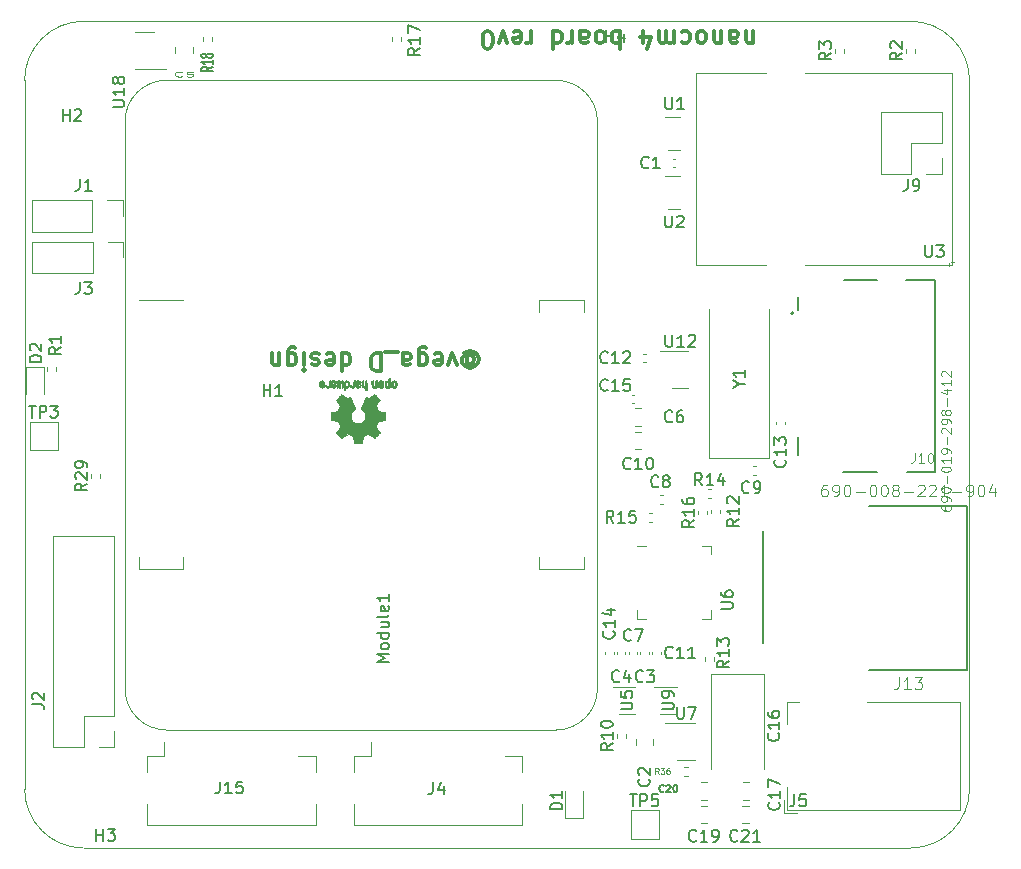
<source format=gto>
G04 #@! TF.GenerationSoftware,KiCad,Pcbnew,5.99.0-unknown-2a2dc1c0ff~131~ubuntu21.04.1*
G04 #@! TF.CreationDate,2021-08-03T15:44:55+06:00*
G04 #@! TF.ProjectId,CM4IOv5,434d3449-4f76-4352-9e6b-696361645f70,rev?*
G04 #@! TF.SameCoordinates,Original*
G04 #@! TF.FileFunction,Legend,Top*
G04 #@! TF.FilePolarity,Positive*
%FSLAX46Y46*%
G04 Gerber Fmt 4.6, Leading zero omitted, Abs format (unit mm)*
G04 Created by KiCad (PCBNEW 5.99.0-unknown-2a2dc1c0ff~131~ubuntu21.04.1) date 2021-08-03 15:44:55*
%MOMM*%
%LPD*%
G01*
G04 APERTURE LIST*
%ADD10C,0.300000*%
G04 #@! TA.AperFunction,Profile*
%ADD11C,0.050000*%
G04 #@! TD*
%ADD12C,0.150000*%
%ADD13C,0.050000*%
%ADD14C,0.125000*%
%ADD15C,0.100000*%
%ADD16C,0.120000*%
%ADD17C,0.010000*%
%ADD18C,0.200000*%
%ADD19C,0.127000*%
G04 APERTURE END LIST*
D10*
X103630314Y-64236914D02*
X103701742Y-64308342D01*
X103844600Y-64379771D01*
X103987457Y-64379771D01*
X104130314Y-64308342D01*
X104201742Y-64236914D01*
X104273171Y-64094057D01*
X104273171Y-63951200D01*
X104201742Y-63808342D01*
X104130314Y-63736914D01*
X103987457Y-63665485D01*
X103844600Y-63665485D01*
X103701742Y-63736914D01*
X103630314Y-63808342D01*
X103630314Y-64379771D02*
X103630314Y-63808342D01*
X103558885Y-63736914D01*
X103487457Y-63736914D01*
X103344600Y-63808342D01*
X103273171Y-63951200D01*
X103273171Y-64308342D01*
X103416028Y-64522628D01*
X103630314Y-64665485D01*
X103916028Y-64736914D01*
X104201742Y-64665485D01*
X104416028Y-64522628D01*
X104558885Y-64308342D01*
X104630314Y-64022628D01*
X104558885Y-63736914D01*
X104416028Y-63522628D01*
X104201742Y-63379771D01*
X103916028Y-63308342D01*
X103630314Y-63379771D01*
X103416028Y-63522628D01*
X102773171Y-64522628D02*
X102416028Y-63522628D01*
X102058885Y-64522628D01*
X100916028Y-63594057D02*
X101058885Y-63522628D01*
X101344600Y-63522628D01*
X101487457Y-63594057D01*
X101558885Y-63736914D01*
X101558885Y-64308342D01*
X101487457Y-64451200D01*
X101344600Y-64522628D01*
X101058885Y-64522628D01*
X100916028Y-64451200D01*
X100844600Y-64308342D01*
X100844600Y-64165485D01*
X101558885Y-64022628D01*
X99558885Y-64522628D02*
X99558885Y-63308342D01*
X99630314Y-63165485D01*
X99701742Y-63094057D01*
X99844600Y-63022628D01*
X100058885Y-63022628D01*
X100201742Y-63094057D01*
X99558885Y-63594057D02*
X99701742Y-63522628D01*
X99987457Y-63522628D01*
X100130314Y-63594057D01*
X100201742Y-63665485D01*
X100273171Y-63808342D01*
X100273171Y-64236914D01*
X100201742Y-64379771D01*
X100130314Y-64451200D01*
X99987457Y-64522628D01*
X99701742Y-64522628D01*
X99558885Y-64451200D01*
X98201742Y-63522628D02*
X98201742Y-64308342D01*
X98273171Y-64451200D01*
X98416028Y-64522628D01*
X98701742Y-64522628D01*
X98844600Y-64451200D01*
X98201742Y-63594057D02*
X98344600Y-63522628D01*
X98701742Y-63522628D01*
X98844600Y-63594057D01*
X98916028Y-63736914D01*
X98916028Y-63879771D01*
X98844600Y-64022628D01*
X98701742Y-64094057D01*
X98344600Y-64094057D01*
X98201742Y-64165485D01*
X97844600Y-63379771D02*
X96701742Y-63379771D01*
X96344600Y-63522628D02*
X96344600Y-65022628D01*
X95987457Y-65022628D01*
X95773171Y-64951200D01*
X95630314Y-64808342D01*
X95558885Y-64665485D01*
X95487457Y-64379771D01*
X95487457Y-64165485D01*
X95558885Y-63879771D01*
X95630314Y-63736914D01*
X95773171Y-63594057D01*
X95987457Y-63522628D01*
X96344600Y-63522628D01*
X93058885Y-63522628D02*
X93058885Y-65022628D01*
X93058885Y-63594057D02*
X93201742Y-63522628D01*
X93487457Y-63522628D01*
X93630314Y-63594057D01*
X93701742Y-63665485D01*
X93773171Y-63808342D01*
X93773171Y-64236914D01*
X93701742Y-64379771D01*
X93630314Y-64451200D01*
X93487457Y-64522628D01*
X93201742Y-64522628D01*
X93058885Y-64451200D01*
X91773171Y-63594057D02*
X91916028Y-63522628D01*
X92201742Y-63522628D01*
X92344600Y-63594057D01*
X92416028Y-63736914D01*
X92416028Y-64308342D01*
X92344600Y-64451200D01*
X92201742Y-64522628D01*
X91916028Y-64522628D01*
X91773171Y-64451200D01*
X91701742Y-64308342D01*
X91701742Y-64165485D01*
X92416028Y-64022628D01*
X91130314Y-63594057D02*
X90987457Y-63522628D01*
X90701742Y-63522628D01*
X90558885Y-63594057D01*
X90487457Y-63736914D01*
X90487457Y-63808342D01*
X90558885Y-63951200D01*
X90701742Y-64022628D01*
X90916028Y-64022628D01*
X91058885Y-64094057D01*
X91130314Y-64236914D01*
X91130314Y-64308342D01*
X91058885Y-64451200D01*
X90916028Y-64522628D01*
X90701742Y-64522628D01*
X90558885Y-64451200D01*
X89844600Y-63522628D02*
X89844600Y-64522628D01*
X89844600Y-65022628D02*
X89916028Y-64951200D01*
X89844600Y-64879771D01*
X89773171Y-64951200D01*
X89844600Y-65022628D01*
X89844600Y-64879771D01*
X88487457Y-64522628D02*
X88487457Y-63308342D01*
X88558885Y-63165485D01*
X88630314Y-63094057D01*
X88773171Y-63022628D01*
X88987457Y-63022628D01*
X89130314Y-63094057D01*
X88487457Y-63594057D02*
X88630314Y-63522628D01*
X88916028Y-63522628D01*
X89058885Y-63594057D01*
X89130314Y-63665485D01*
X89201742Y-63808342D01*
X89201742Y-64236914D01*
X89130314Y-64379771D01*
X89058885Y-64451200D01*
X88916028Y-64522628D01*
X88630314Y-64522628D01*
X88487457Y-64451200D01*
X87773171Y-64522628D02*
X87773171Y-63522628D01*
X87773171Y-64379771D02*
X87701742Y-64451200D01*
X87558885Y-64522628D01*
X87344600Y-64522628D01*
X87201742Y-64451200D01*
X87130314Y-64308342D01*
X87130314Y-63522628D01*
X127897971Y-37217628D02*
X127897971Y-36217628D01*
X127897971Y-37074771D02*
X127826542Y-37146200D01*
X127683685Y-37217628D01*
X127469400Y-37217628D01*
X127326542Y-37146200D01*
X127255114Y-37003342D01*
X127255114Y-36217628D01*
X125897971Y-36217628D02*
X125897971Y-37003342D01*
X125969400Y-37146200D01*
X126112257Y-37217628D01*
X126397971Y-37217628D01*
X126540828Y-37146200D01*
X125897971Y-36289057D02*
X126040828Y-36217628D01*
X126397971Y-36217628D01*
X126540828Y-36289057D01*
X126612257Y-36431914D01*
X126612257Y-36574771D01*
X126540828Y-36717628D01*
X126397971Y-36789057D01*
X126040828Y-36789057D01*
X125897971Y-36860485D01*
X125183685Y-37217628D02*
X125183685Y-36217628D01*
X125183685Y-37074771D02*
X125112257Y-37146200D01*
X124969400Y-37217628D01*
X124755114Y-37217628D01*
X124612257Y-37146200D01*
X124540828Y-37003342D01*
X124540828Y-36217628D01*
X123612257Y-36217628D02*
X123755114Y-36289057D01*
X123826542Y-36360485D01*
X123897971Y-36503342D01*
X123897971Y-36931914D01*
X123826542Y-37074771D01*
X123755114Y-37146200D01*
X123612257Y-37217628D01*
X123397971Y-37217628D01*
X123255114Y-37146200D01*
X123183685Y-37074771D01*
X123112257Y-36931914D01*
X123112257Y-36503342D01*
X123183685Y-36360485D01*
X123255114Y-36289057D01*
X123397971Y-36217628D01*
X123612257Y-36217628D01*
X121826542Y-36289057D02*
X121969400Y-36217628D01*
X122255114Y-36217628D01*
X122397971Y-36289057D01*
X122469400Y-36360485D01*
X122540828Y-36503342D01*
X122540828Y-36931914D01*
X122469400Y-37074771D01*
X122397971Y-37146200D01*
X122255114Y-37217628D01*
X121969400Y-37217628D01*
X121826542Y-37146200D01*
X121183685Y-36217628D02*
X121183685Y-37217628D01*
X121183685Y-37074771D02*
X121112257Y-37146200D01*
X120969400Y-37217628D01*
X120755114Y-37217628D01*
X120612257Y-37146200D01*
X120540828Y-37003342D01*
X120540828Y-36217628D01*
X120540828Y-37003342D02*
X120469400Y-37146200D01*
X120326542Y-37217628D01*
X120112257Y-37217628D01*
X119969400Y-37146200D01*
X119897971Y-37003342D01*
X119897971Y-36217628D01*
X118540828Y-37217628D02*
X118540828Y-36217628D01*
X118897971Y-37789057D02*
X119255114Y-36717628D01*
X118326542Y-36717628D01*
X116612257Y-36217628D02*
X116612257Y-37717628D01*
X116612257Y-37146200D02*
X116469400Y-37217628D01*
X116183685Y-37217628D01*
X116040828Y-37146200D01*
X115969400Y-37074771D01*
X115897971Y-36931914D01*
X115897971Y-36503342D01*
X115969400Y-36360485D01*
X116040828Y-36289057D01*
X116183685Y-36217628D01*
X116469400Y-36217628D01*
X116612257Y-36289057D01*
X115040828Y-36217628D02*
X115183685Y-36289057D01*
X115255114Y-36360485D01*
X115326542Y-36503342D01*
X115326542Y-36931914D01*
X115255114Y-37074771D01*
X115183685Y-37146200D01*
X115040828Y-37217628D01*
X114826542Y-37217628D01*
X114683685Y-37146200D01*
X114612257Y-37074771D01*
X114540828Y-36931914D01*
X114540828Y-36503342D01*
X114612257Y-36360485D01*
X114683685Y-36289057D01*
X114826542Y-36217628D01*
X115040828Y-36217628D01*
X113255114Y-36217628D02*
X113255114Y-37003342D01*
X113326542Y-37146200D01*
X113469400Y-37217628D01*
X113755114Y-37217628D01*
X113897971Y-37146200D01*
X113255114Y-36289057D02*
X113397971Y-36217628D01*
X113755114Y-36217628D01*
X113897971Y-36289057D01*
X113969400Y-36431914D01*
X113969400Y-36574771D01*
X113897971Y-36717628D01*
X113755114Y-36789057D01*
X113397971Y-36789057D01*
X113255114Y-36860485D01*
X112540828Y-36217628D02*
X112540828Y-37217628D01*
X112540828Y-36931914D02*
X112469400Y-37074771D01*
X112397971Y-37146200D01*
X112255114Y-37217628D01*
X112112257Y-37217628D01*
X110969400Y-36217628D02*
X110969400Y-37717628D01*
X110969400Y-36289057D02*
X111112257Y-36217628D01*
X111397971Y-36217628D01*
X111540828Y-36289057D01*
X111612257Y-36360485D01*
X111683685Y-36503342D01*
X111683685Y-36931914D01*
X111612257Y-37074771D01*
X111540828Y-37146200D01*
X111397971Y-37217628D01*
X111112257Y-37217628D01*
X110969400Y-37146200D01*
X109112257Y-36217628D02*
X109112257Y-37217628D01*
X109112257Y-36931914D02*
X109040828Y-37074771D01*
X108969400Y-37146200D01*
X108826542Y-37217628D01*
X108683685Y-37217628D01*
X107612257Y-36289057D02*
X107755114Y-36217628D01*
X108040828Y-36217628D01*
X108183685Y-36289057D01*
X108255114Y-36431914D01*
X108255114Y-37003342D01*
X108183685Y-37146200D01*
X108040828Y-37217628D01*
X107755114Y-37217628D01*
X107612257Y-37146200D01*
X107540828Y-37003342D01*
X107540828Y-36860485D01*
X108255114Y-36717628D01*
X107040828Y-37217628D02*
X106683685Y-36217628D01*
X106326542Y-37217628D01*
X105469400Y-37717628D02*
X105326542Y-37717628D01*
X105183685Y-37646200D01*
X105112257Y-37574771D01*
X105040828Y-37431914D01*
X104969400Y-37146200D01*
X104969400Y-36789057D01*
X105040828Y-36503342D01*
X105112257Y-36360485D01*
X105183685Y-36289057D01*
X105326542Y-36217628D01*
X105469400Y-36217628D01*
X105612257Y-36289057D01*
X105683685Y-36360485D01*
X105755114Y-36503342D01*
X105826542Y-36789057D01*
X105826542Y-37146200D01*
X105755114Y-37431914D01*
X105683685Y-37574771D01*
X105612257Y-37646200D01*
X105469400Y-37717628D01*
D11*
X141200000Y-105400000D02*
G75*
G03*
X146200000Y-100400000I0J5000000D01*
G01*
X146200000Y-40400000D02*
G75*
G03*
X141200000Y-35400000I-5000000J0D01*
G01*
X146200000Y-40400000D02*
X146200000Y-100400000D01*
X66200000Y-100400000D02*
G75*
G03*
X71200000Y-105400000I5000000J0D01*
G01*
X141200000Y-105400000D02*
X71200000Y-105400000D01*
X66200000Y-100400000D02*
X66200000Y-40400000D01*
X71200000Y-35400000D02*
G75*
G03*
X66200000Y-40400000I0J-5000000D01*
G01*
X71200000Y-35400000D02*
X141200000Y-35400000D01*
D12*
X97032380Y-89677142D02*
X96032380Y-89677142D01*
X96746666Y-89343809D01*
X96032380Y-89010476D01*
X97032380Y-89010476D01*
X97032380Y-88391428D02*
X96984761Y-88486666D01*
X96937142Y-88534285D01*
X96841904Y-88581904D01*
X96556190Y-88581904D01*
X96460952Y-88534285D01*
X96413333Y-88486666D01*
X96365714Y-88391428D01*
X96365714Y-88248571D01*
X96413333Y-88153333D01*
X96460952Y-88105714D01*
X96556190Y-88058095D01*
X96841904Y-88058095D01*
X96937142Y-88105714D01*
X96984761Y-88153333D01*
X97032380Y-88248571D01*
X97032380Y-88391428D01*
X97032380Y-87200952D02*
X96032380Y-87200952D01*
X96984761Y-87200952D02*
X97032380Y-87296190D01*
X97032380Y-87486666D01*
X96984761Y-87581904D01*
X96937142Y-87629523D01*
X96841904Y-87677142D01*
X96556190Y-87677142D01*
X96460952Y-87629523D01*
X96413333Y-87581904D01*
X96365714Y-87486666D01*
X96365714Y-87296190D01*
X96413333Y-87200952D01*
X96365714Y-86296190D02*
X97032380Y-86296190D01*
X96365714Y-86724761D02*
X96889523Y-86724761D01*
X96984761Y-86677142D01*
X97032380Y-86581904D01*
X97032380Y-86439047D01*
X96984761Y-86343809D01*
X96937142Y-86296190D01*
X97032380Y-85677142D02*
X96984761Y-85772380D01*
X96889523Y-85820000D01*
X96032380Y-85820000D01*
X96984761Y-84915238D02*
X97032380Y-85010476D01*
X97032380Y-85200952D01*
X96984761Y-85296190D01*
X96889523Y-85343809D01*
X96508571Y-85343809D01*
X96413333Y-85296190D01*
X96365714Y-85200952D01*
X96365714Y-85010476D01*
X96413333Y-84915238D01*
X96508571Y-84867619D01*
X96603809Y-84867619D01*
X96699047Y-85343809D01*
X97032380Y-83915238D02*
X97032380Y-84486666D01*
X97032380Y-84200952D02*
X96032380Y-84200952D01*
X96175238Y-84296190D01*
X96270476Y-84391428D01*
X96318095Y-84486666D01*
X131366666Y-100852380D02*
X131366666Y-101566666D01*
X131319047Y-101709523D01*
X131223809Y-101804761D01*
X131080952Y-101852380D01*
X130985714Y-101852380D01*
X132319047Y-100852380D02*
X131842857Y-100852380D01*
X131795238Y-101328571D01*
X131842857Y-101280952D01*
X131938095Y-101233333D01*
X132176190Y-101233333D01*
X132271428Y-101280952D01*
X132319047Y-101328571D01*
X132366666Y-101423809D01*
X132366666Y-101661904D01*
X132319047Y-101757142D01*
X132271428Y-101804761D01*
X132176190Y-101852380D01*
X131938095Y-101852380D01*
X131842857Y-101804761D01*
X131795238Y-101757142D01*
X140482380Y-38066666D02*
X140006190Y-38400000D01*
X140482380Y-38638095D02*
X139482380Y-38638095D01*
X139482380Y-38257142D01*
X139530000Y-38161904D01*
X139577619Y-38114285D01*
X139672857Y-38066666D01*
X139815714Y-38066666D01*
X139910952Y-38114285D01*
X139958571Y-38161904D01*
X140006190Y-38257142D01*
X140006190Y-38638095D01*
X139577619Y-37685714D02*
X139530000Y-37638095D01*
X139482380Y-37542857D01*
X139482380Y-37304761D01*
X139530000Y-37209523D01*
X139577619Y-37161904D01*
X139672857Y-37114285D01*
X139768095Y-37114285D01*
X139910952Y-37161904D01*
X140482380Y-37733333D01*
X140482380Y-37114285D01*
X121057142Y-89257142D02*
X121009523Y-89304761D01*
X120866666Y-89352380D01*
X120771428Y-89352380D01*
X120628571Y-89304761D01*
X120533333Y-89209523D01*
X120485714Y-89114285D01*
X120438095Y-88923809D01*
X120438095Y-88780952D01*
X120485714Y-88590476D01*
X120533333Y-88495238D01*
X120628571Y-88400000D01*
X120771428Y-88352380D01*
X120866666Y-88352380D01*
X121009523Y-88400000D01*
X121057142Y-88447619D01*
X122009523Y-89352380D02*
X121438095Y-89352380D01*
X121723809Y-89352380D02*
X121723809Y-88352380D01*
X121628571Y-88495238D01*
X121533333Y-88590476D01*
X121438095Y-88638095D01*
X122961904Y-89352380D02*
X122390476Y-89352380D01*
X122676190Y-89352380D02*
X122676190Y-88352380D01*
X122580952Y-88495238D01*
X122485714Y-88590476D01*
X122390476Y-88638095D01*
X121438095Y-93452380D02*
X121438095Y-94261904D01*
X121485714Y-94357142D01*
X121533333Y-94404761D01*
X121628571Y-94452380D01*
X121819047Y-94452380D01*
X121914285Y-94404761D01*
X121961904Y-94357142D01*
X122009523Y-94261904D01*
X122009523Y-93452380D01*
X122390476Y-93452380D02*
X123057142Y-93452380D01*
X122628571Y-94452380D01*
X119057142Y-99566666D02*
X119104761Y-99614285D01*
X119152380Y-99757142D01*
X119152380Y-99852380D01*
X119104761Y-99995238D01*
X119009523Y-100090476D01*
X118914285Y-100138095D01*
X118723809Y-100185714D01*
X118580952Y-100185714D01*
X118390476Y-100138095D01*
X118295238Y-100090476D01*
X118200000Y-99995238D01*
X118152380Y-99852380D01*
X118152380Y-99757142D01*
X118200000Y-99614285D01*
X118247619Y-99566666D01*
X118247619Y-99185714D02*
X118200000Y-99138095D01*
X118152380Y-99042857D01*
X118152380Y-98804761D01*
X118200000Y-98709523D01*
X118247619Y-98661904D01*
X118342857Y-98614285D01*
X118438095Y-98614285D01*
X118580952Y-98661904D01*
X119152380Y-99233333D01*
X119152380Y-98614285D01*
X117533333Y-87757142D02*
X117485714Y-87804761D01*
X117342857Y-87852380D01*
X117247619Y-87852380D01*
X117104761Y-87804761D01*
X117009523Y-87709523D01*
X116961904Y-87614285D01*
X116914285Y-87423809D01*
X116914285Y-87280952D01*
X116961904Y-87090476D01*
X117009523Y-86995238D01*
X117104761Y-86900000D01*
X117247619Y-86852380D01*
X117342857Y-86852380D01*
X117485714Y-86900000D01*
X117533333Y-86947619D01*
X117866666Y-86852380D02*
X118533333Y-86852380D01*
X118104761Y-87852380D01*
D13*
X140208473Y-90950751D02*
X140208473Y-91666301D01*
X140160770Y-91809411D01*
X140065363Y-91904818D01*
X139922253Y-91952521D01*
X139826846Y-91952521D01*
X141210243Y-91952521D02*
X140637803Y-91952521D01*
X140924023Y-91952521D02*
X140924023Y-90950751D01*
X140828616Y-91093861D01*
X140733210Y-91189268D01*
X140637803Y-91236971D01*
X141544166Y-90950751D02*
X142164310Y-90950751D01*
X141830386Y-91332378D01*
X141973496Y-91332378D01*
X142068903Y-91380081D01*
X142116606Y-91427785D01*
X142164310Y-91523191D01*
X142164310Y-91761708D01*
X142116606Y-91857115D01*
X142068903Y-91904818D01*
X141973496Y-91952521D01*
X141687276Y-91952521D01*
X141591870Y-91904818D01*
X141544166Y-91857115D01*
X134118228Y-74626360D02*
X133927511Y-74626360D01*
X133832153Y-74674040D01*
X133784474Y-74721719D01*
X133689116Y-74864756D01*
X133641437Y-75055472D01*
X133641437Y-75436904D01*
X133689116Y-75532262D01*
X133736795Y-75579941D01*
X133832153Y-75627620D01*
X134022870Y-75627620D01*
X134118228Y-75579941D01*
X134165907Y-75532262D01*
X134213586Y-75436904D01*
X134213586Y-75198509D01*
X134165907Y-75103151D01*
X134118228Y-75055472D01*
X134022870Y-75007793D01*
X133832153Y-75007793D01*
X133736795Y-75055472D01*
X133689116Y-75103151D01*
X133641437Y-75198509D01*
X134690376Y-75627620D02*
X134881092Y-75627620D01*
X134976450Y-75579941D01*
X135024130Y-75532262D01*
X135119488Y-75389225D01*
X135167167Y-75198509D01*
X135167167Y-74817077D01*
X135119488Y-74721719D01*
X135071809Y-74674040D01*
X134976450Y-74626360D01*
X134785734Y-74626360D01*
X134690376Y-74674040D01*
X134642697Y-74721719D01*
X134595018Y-74817077D01*
X134595018Y-75055472D01*
X134642697Y-75150830D01*
X134690376Y-75198509D01*
X134785734Y-75246188D01*
X134976450Y-75246188D01*
X135071809Y-75198509D01*
X135119488Y-75150830D01*
X135167167Y-75055472D01*
X135786994Y-74626360D02*
X135882352Y-74626360D01*
X135977710Y-74674040D01*
X136025390Y-74721719D01*
X136073069Y-74817077D01*
X136120748Y-75007793D01*
X136120748Y-75246188D01*
X136073069Y-75436904D01*
X136025390Y-75532262D01*
X135977710Y-75579941D01*
X135882352Y-75627620D01*
X135786994Y-75627620D01*
X135691636Y-75579941D01*
X135643957Y-75532262D01*
X135596278Y-75436904D01*
X135548599Y-75246188D01*
X135548599Y-75007793D01*
X135596278Y-74817077D01*
X135643957Y-74721719D01*
X135691636Y-74674040D01*
X135786994Y-74626360D01*
X136549859Y-75246188D02*
X137312724Y-75246188D01*
X137980230Y-74626360D02*
X138075589Y-74626360D01*
X138170947Y-74674040D01*
X138218626Y-74721719D01*
X138266305Y-74817077D01*
X138313984Y-75007793D01*
X138313984Y-75246188D01*
X138266305Y-75436904D01*
X138218626Y-75532262D01*
X138170947Y-75579941D01*
X138075589Y-75627620D01*
X137980230Y-75627620D01*
X137884872Y-75579941D01*
X137837193Y-75532262D01*
X137789514Y-75436904D01*
X137741835Y-75246188D01*
X137741835Y-75007793D01*
X137789514Y-74817077D01*
X137837193Y-74721719D01*
X137884872Y-74674040D01*
X137980230Y-74626360D01*
X138933811Y-74626360D02*
X139029170Y-74626360D01*
X139124528Y-74674040D01*
X139172207Y-74721719D01*
X139219886Y-74817077D01*
X139267565Y-75007793D01*
X139267565Y-75246188D01*
X139219886Y-75436904D01*
X139172207Y-75532262D01*
X139124528Y-75579941D01*
X139029170Y-75627620D01*
X138933811Y-75627620D01*
X138838453Y-75579941D01*
X138790774Y-75532262D01*
X138743095Y-75436904D01*
X138695416Y-75246188D01*
X138695416Y-75007793D01*
X138743095Y-74817077D01*
X138790774Y-74721719D01*
X138838453Y-74674040D01*
X138933811Y-74626360D01*
X139839713Y-75055472D02*
X139744355Y-75007793D01*
X139696676Y-74960114D01*
X139648997Y-74864756D01*
X139648997Y-74817077D01*
X139696676Y-74721719D01*
X139744355Y-74674040D01*
X139839713Y-74626360D01*
X140030430Y-74626360D01*
X140125788Y-74674040D01*
X140173467Y-74721719D01*
X140221146Y-74817077D01*
X140221146Y-74864756D01*
X140173467Y-74960114D01*
X140125788Y-75007793D01*
X140030430Y-75055472D01*
X139839713Y-75055472D01*
X139744355Y-75103151D01*
X139696676Y-75150830D01*
X139648997Y-75246188D01*
X139648997Y-75436904D01*
X139696676Y-75532262D01*
X139744355Y-75579941D01*
X139839713Y-75627620D01*
X140030430Y-75627620D01*
X140125788Y-75579941D01*
X140173467Y-75532262D01*
X140221146Y-75436904D01*
X140221146Y-75246188D01*
X140173467Y-75150830D01*
X140125788Y-75103151D01*
X140030430Y-75055472D01*
X140650257Y-75246188D02*
X141413122Y-75246188D01*
X141842233Y-74721719D02*
X141889912Y-74674040D01*
X141985270Y-74626360D01*
X142223666Y-74626360D01*
X142319024Y-74674040D01*
X142366703Y-74721719D01*
X142414382Y-74817077D01*
X142414382Y-74912435D01*
X142366703Y-75055472D01*
X141794554Y-75627620D01*
X142414382Y-75627620D01*
X142795814Y-74721719D02*
X142843493Y-74674040D01*
X142938851Y-74626360D01*
X143177247Y-74626360D01*
X143272605Y-74674040D01*
X143320284Y-74721719D01*
X143367963Y-74817077D01*
X143367963Y-74912435D01*
X143320284Y-75055472D01*
X142748135Y-75627620D01*
X143367963Y-75627620D01*
X144321544Y-75627620D02*
X143749395Y-75627620D01*
X144035470Y-75627620D02*
X144035470Y-74626360D01*
X143940111Y-74769398D01*
X143844753Y-74864756D01*
X143749395Y-74912435D01*
X144750655Y-75246188D02*
X145513520Y-75246188D01*
X146037990Y-75627620D02*
X146228706Y-75627620D01*
X146324064Y-75579941D01*
X146371743Y-75532262D01*
X146467101Y-75389225D01*
X146514780Y-75198509D01*
X146514780Y-74817077D01*
X146467101Y-74721719D01*
X146419422Y-74674040D01*
X146324064Y-74626360D01*
X146133348Y-74626360D01*
X146037990Y-74674040D01*
X145990310Y-74721719D01*
X145942631Y-74817077D01*
X145942631Y-75055472D01*
X145990310Y-75150830D01*
X146037990Y-75198509D01*
X146133348Y-75246188D01*
X146324064Y-75246188D01*
X146419422Y-75198509D01*
X146467101Y-75150830D01*
X146514780Y-75055472D01*
X147134608Y-74626360D02*
X147229966Y-74626360D01*
X147325324Y-74674040D01*
X147373003Y-74721719D01*
X147420682Y-74817077D01*
X147468361Y-75007793D01*
X147468361Y-75246188D01*
X147420682Y-75436904D01*
X147373003Y-75532262D01*
X147325324Y-75579941D01*
X147229966Y-75627620D01*
X147134608Y-75627620D01*
X147039250Y-75579941D01*
X146991570Y-75532262D01*
X146943891Y-75436904D01*
X146896212Y-75246188D01*
X146896212Y-75007793D01*
X146943891Y-74817077D01*
X146991570Y-74721719D01*
X147039250Y-74674040D01*
X147134608Y-74626360D01*
X148326584Y-74960114D02*
X148326584Y-75627620D01*
X148088189Y-74578681D02*
X147849793Y-75293867D01*
X148469621Y-75293867D01*
D12*
X71482380Y-74542857D02*
X71006190Y-74876190D01*
X71482380Y-75114285D02*
X70482380Y-75114285D01*
X70482380Y-74733333D01*
X70530000Y-74638095D01*
X70577619Y-74590476D01*
X70672857Y-74542857D01*
X70815714Y-74542857D01*
X70910952Y-74590476D01*
X70958571Y-74638095D01*
X71006190Y-74733333D01*
X71006190Y-75114285D01*
X70577619Y-74161904D02*
X70530000Y-74114285D01*
X70482380Y-74019047D01*
X70482380Y-73780952D01*
X70530000Y-73685714D01*
X70577619Y-73638095D01*
X70672857Y-73590476D01*
X70768095Y-73590476D01*
X70910952Y-73638095D01*
X71482380Y-74209523D01*
X71482380Y-73590476D01*
X71482380Y-73114285D02*
X71482380Y-72923809D01*
X71434761Y-72828571D01*
X71387142Y-72780952D01*
X71244285Y-72685714D01*
X71053809Y-72638095D01*
X70672857Y-72638095D01*
X70577619Y-72685714D01*
X70530000Y-72733333D01*
X70482380Y-72828571D01*
X70482380Y-73019047D01*
X70530000Y-73114285D01*
X70577619Y-73161904D01*
X70672857Y-73209523D01*
X70910952Y-73209523D01*
X71006190Y-73161904D01*
X71053809Y-73114285D01*
X71101428Y-73019047D01*
X71101428Y-72828571D01*
X71053809Y-72733333D01*
X71006190Y-72685714D01*
X70910952Y-72638095D01*
X111722380Y-102138095D02*
X110722380Y-102138095D01*
X110722380Y-101900000D01*
X110770000Y-101757142D01*
X110865238Y-101661904D01*
X110960476Y-101614285D01*
X111150952Y-101566666D01*
X111293809Y-101566666D01*
X111484285Y-101614285D01*
X111579523Y-101661904D01*
X111674761Y-101757142D01*
X111722380Y-101900000D01*
X111722380Y-102138095D01*
X111722380Y-100614285D02*
X111722380Y-101185714D01*
X111722380Y-100900000D02*
X110722380Y-100900000D01*
X110865238Y-100995238D01*
X110960476Y-101090476D01*
X111008095Y-101185714D01*
D13*
X141552011Y-71961654D02*
X141552011Y-72533409D01*
X141513894Y-72647760D01*
X141437660Y-72723994D01*
X141323309Y-72762111D01*
X141247075Y-72762111D01*
X142352468Y-72762111D02*
X141895064Y-72762111D01*
X142123766Y-72762111D02*
X142123766Y-71961654D01*
X142047532Y-72076005D01*
X141971298Y-72152239D01*
X141895064Y-72190356D01*
X142847989Y-71961654D02*
X142924223Y-71961654D01*
X143000457Y-71999771D01*
X143038574Y-72037888D01*
X143076691Y-72114122D01*
X143114808Y-72266590D01*
X143114808Y-72457175D01*
X143076691Y-72609643D01*
X143038574Y-72685877D01*
X143000457Y-72723994D01*
X142924223Y-72762111D01*
X142847989Y-72762111D01*
X142771755Y-72723994D01*
X142733638Y-72685877D01*
X142695521Y-72609643D01*
X142657404Y-72457175D01*
X142657404Y-72266590D01*
X142695521Y-72114122D01*
X142733638Y-72037888D01*
X142771755Y-71999771D01*
X142847989Y-71961654D01*
X143800771Y-76457215D02*
X143800771Y-76609851D01*
X143838930Y-76686169D01*
X143877089Y-76724328D01*
X143991566Y-76800646D01*
X144144202Y-76838805D01*
X144449474Y-76838805D01*
X144525792Y-76800646D01*
X144563951Y-76762487D01*
X144602110Y-76686169D01*
X144602110Y-76533533D01*
X144563951Y-76457215D01*
X144525792Y-76419056D01*
X144449474Y-76380897D01*
X144258679Y-76380897D01*
X144182361Y-76419056D01*
X144144202Y-76457215D01*
X144106043Y-76533533D01*
X144106043Y-76686169D01*
X144144202Y-76762487D01*
X144182361Y-76800646D01*
X144258679Y-76838805D01*
X144602110Y-75999307D02*
X144602110Y-75846671D01*
X144563951Y-75770353D01*
X144525792Y-75732194D01*
X144411315Y-75655876D01*
X144258679Y-75617717D01*
X143953407Y-75617717D01*
X143877089Y-75655876D01*
X143838930Y-75694035D01*
X143800771Y-75770353D01*
X143800771Y-75922989D01*
X143838930Y-75999307D01*
X143877089Y-76037466D01*
X143953407Y-76075625D01*
X144144202Y-76075625D01*
X144220520Y-76037466D01*
X144258679Y-75999307D01*
X144296838Y-75922989D01*
X144296838Y-75770353D01*
X144258679Y-75694035D01*
X144220520Y-75655876D01*
X144144202Y-75617717D01*
X143800771Y-75121650D02*
X143800771Y-75045332D01*
X143838930Y-74969014D01*
X143877089Y-74930855D01*
X143953407Y-74892696D01*
X144106043Y-74854537D01*
X144296838Y-74854537D01*
X144449474Y-74892696D01*
X144525792Y-74930855D01*
X144563951Y-74969014D01*
X144602110Y-75045332D01*
X144602110Y-75121650D01*
X144563951Y-75197968D01*
X144525792Y-75236127D01*
X144449474Y-75274286D01*
X144296838Y-75312445D01*
X144106043Y-75312445D01*
X143953407Y-75274286D01*
X143877089Y-75236127D01*
X143838930Y-75197968D01*
X143800771Y-75121650D01*
X144296838Y-74511106D02*
X144296838Y-73900562D01*
X143800771Y-73366336D02*
X143800771Y-73290018D01*
X143838930Y-73213700D01*
X143877089Y-73175541D01*
X143953407Y-73137382D01*
X144106043Y-73099223D01*
X144296838Y-73099223D01*
X144449474Y-73137382D01*
X144525792Y-73175541D01*
X144563951Y-73213700D01*
X144602110Y-73290018D01*
X144602110Y-73366336D01*
X144563951Y-73442654D01*
X144525792Y-73480813D01*
X144449474Y-73518972D01*
X144296838Y-73557131D01*
X144106043Y-73557131D01*
X143953407Y-73518972D01*
X143877089Y-73480813D01*
X143838930Y-73442654D01*
X143800771Y-73366336D01*
X144602110Y-72336043D02*
X144602110Y-72793951D01*
X144602110Y-72564997D02*
X143800771Y-72564997D01*
X143915248Y-72641315D01*
X143991566Y-72717633D01*
X144029725Y-72793951D01*
X144602110Y-71954453D02*
X144602110Y-71801817D01*
X144563951Y-71725499D01*
X144525792Y-71687340D01*
X144411315Y-71611022D01*
X144258679Y-71572863D01*
X143953407Y-71572863D01*
X143877089Y-71611022D01*
X143838930Y-71649181D01*
X143800771Y-71725499D01*
X143800771Y-71878135D01*
X143838930Y-71954453D01*
X143877089Y-71992612D01*
X143953407Y-72030771D01*
X144144202Y-72030771D01*
X144220520Y-71992612D01*
X144258679Y-71954453D01*
X144296838Y-71878135D01*
X144296838Y-71725499D01*
X144258679Y-71649181D01*
X144220520Y-71611022D01*
X144144202Y-71572863D01*
X144296838Y-71229432D02*
X144296838Y-70618888D01*
X143877089Y-70275457D02*
X143838930Y-70237298D01*
X143800771Y-70160980D01*
X143800771Y-69970185D01*
X143838930Y-69893867D01*
X143877089Y-69855708D01*
X143953407Y-69817549D01*
X144029725Y-69817549D01*
X144144202Y-69855708D01*
X144602110Y-70313616D01*
X144602110Y-69817549D01*
X144602110Y-69435959D02*
X144602110Y-69283323D01*
X144563951Y-69207005D01*
X144525792Y-69168846D01*
X144411315Y-69092528D01*
X144258679Y-69054369D01*
X143953407Y-69054369D01*
X143877089Y-69092528D01*
X143838930Y-69130687D01*
X143800771Y-69207005D01*
X143800771Y-69359641D01*
X143838930Y-69435959D01*
X143877089Y-69474118D01*
X143953407Y-69512277D01*
X144144202Y-69512277D01*
X144220520Y-69474118D01*
X144258679Y-69435959D01*
X144296838Y-69359641D01*
X144296838Y-69207005D01*
X144258679Y-69130687D01*
X144220520Y-69092528D01*
X144144202Y-69054369D01*
X144144202Y-68596461D02*
X144106043Y-68672779D01*
X144067884Y-68710938D01*
X143991566Y-68749097D01*
X143953407Y-68749097D01*
X143877089Y-68710938D01*
X143838930Y-68672779D01*
X143800771Y-68596461D01*
X143800771Y-68443825D01*
X143838930Y-68367507D01*
X143877089Y-68329348D01*
X143953407Y-68291189D01*
X143991566Y-68291189D01*
X144067884Y-68329348D01*
X144106043Y-68367507D01*
X144144202Y-68443825D01*
X144144202Y-68596461D01*
X144182361Y-68672779D01*
X144220520Y-68710938D01*
X144296838Y-68749097D01*
X144449474Y-68749097D01*
X144525792Y-68710938D01*
X144563951Y-68672779D01*
X144602110Y-68596461D01*
X144602110Y-68443825D01*
X144563951Y-68367507D01*
X144525792Y-68329348D01*
X144449474Y-68291189D01*
X144296838Y-68291189D01*
X144220520Y-68329348D01*
X144182361Y-68367507D01*
X144144202Y-68443825D01*
X144296838Y-67947758D02*
X144296838Y-67337214D01*
X144067884Y-66612193D02*
X144602110Y-66612193D01*
X143762612Y-66802988D02*
X144334997Y-66993783D01*
X144334997Y-66497716D01*
X144602110Y-65772695D02*
X144602110Y-66230603D01*
X144602110Y-66001649D02*
X143800771Y-66001649D01*
X143915248Y-66077967D01*
X143991566Y-66154285D01*
X144029725Y-66230603D01*
X143877089Y-65467423D02*
X143838930Y-65429264D01*
X143800771Y-65352946D01*
X143800771Y-65162151D01*
X143838930Y-65085833D01*
X143877089Y-65047674D01*
X143953407Y-65009515D01*
X144029725Y-65009515D01*
X144144202Y-65047674D01*
X144602110Y-65505582D01*
X144602110Y-65009515D01*
D12*
X130557142Y-72542857D02*
X130604761Y-72590476D01*
X130652380Y-72733333D01*
X130652380Y-72828571D01*
X130604761Y-72971428D01*
X130509523Y-73066666D01*
X130414285Y-73114285D01*
X130223809Y-73161904D01*
X130080952Y-73161904D01*
X129890476Y-73114285D01*
X129795238Y-73066666D01*
X129700000Y-72971428D01*
X129652380Y-72828571D01*
X129652380Y-72733333D01*
X129700000Y-72590476D01*
X129747619Y-72542857D01*
X130652380Y-71590476D02*
X130652380Y-72161904D01*
X130652380Y-71876190D02*
X129652380Y-71876190D01*
X129795238Y-71971428D01*
X129890476Y-72066666D01*
X129938095Y-72161904D01*
X129652380Y-71257142D02*
X129652380Y-70638095D01*
X130033333Y-70971428D01*
X130033333Y-70828571D01*
X130080952Y-70733333D01*
X130128571Y-70685714D01*
X130223809Y-70638095D01*
X130461904Y-70638095D01*
X130557142Y-70685714D01*
X130604761Y-70733333D01*
X130652380Y-70828571D01*
X130652380Y-71114285D01*
X130604761Y-71209523D01*
X130557142Y-71257142D01*
X86438095Y-67152380D02*
X86438095Y-66152380D01*
X86438095Y-66628571D02*
X87009523Y-66628571D01*
X87009523Y-67152380D02*
X87009523Y-66152380D01*
X88009523Y-67152380D02*
X87438095Y-67152380D01*
X87723809Y-67152380D02*
X87723809Y-66152380D01*
X87628571Y-66295238D01*
X87533333Y-66390476D01*
X87438095Y-66438095D01*
X123557142Y-74682380D02*
X123223809Y-74206190D01*
X122985714Y-74682380D02*
X122985714Y-73682380D01*
X123366666Y-73682380D01*
X123461904Y-73730000D01*
X123509523Y-73777619D01*
X123557142Y-73872857D01*
X123557142Y-74015714D01*
X123509523Y-74110952D01*
X123461904Y-74158571D01*
X123366666Y-74206190D01*
X122985714Y-74206190D01*
X124509523Y-74682380D02*
X123938095Y-74682380D01*
X124223809Y-74682380D02*
X124223809Y-73682380D01*
X124128571Y-73825238D01*
X124033333Y-73920476D01*
X123938095Y-73968095D01*
X125366666Y-74015714D02*
X125366666Y-74682380D01*
X125128571Y-73634761D02*
X124890476Y-74349047D01*
X125509523Y-74349047D01*
X69438095Y-43852380D02*
X69438095Y-42852380D01*
X69438095Y-43328571D02*
X70009523Y-43328571D01*
X70009523Y-43852380D02*
X70009523Y-42852380D01*
X70438095Y-42947619D02*
X70485714Y-42900000D01*
X70580952Y-42852380D01*
X70819047Y-42852380D01*
X70914285Y-42900000D01*
X70961904Y-42947619D01*
X71009523Y-43042857D01*
X71009523Y-43138095D01*
X70961904Y-43280952D01*
X70390476Y-43852380D01*
X71009523Y-43852380D01*
X126652380Y-77542857D02*
X126176190Y-77876190D01*
X126652380Y-78114285D02*
X125652380Y-78114285D01*
X125652380Y-77733333D01*
X125700000Y-77638095D01*
X125747619Y-77590476D01*
X125842857Y-77542857D01*
X125985714Y-77542857D01*
X126080952Y-77590476D01*
X126128571Y-77638095D01*
X126176190Y-77733333D01*
X126176190Y-78114285D01*
X126652380Y-76590476D02*
X126652380Y-77161904D01*
X126652380Y-76876190D02*
X125652380Y-76876190D01*
X125795238Y-76971428D01*
X125890476Y-77066666D01*
X125938095Y-77161904D01*
X125747619Y-76209523D02*
X125700000Y-76161904D01*
X125652380Y-76066666D01*
X125652380Y-75828571D01*
X125700000Y-75733333D01*
X125747619Y-75685714D01*
X125842857Y-75638095D01*
X125938095Y-75638095D01*
X126080952Y-75685714D01*
X126652380Y-76257142D01*
X126652380Y-75638095D01*
X117507142Y-73257142D02*
X117459523Y-73304761D01*
X117316666Y-73352380D01*
X117221428Y-73352380D01*
X117078571Y-73304761D01*
X116983333Y-73209523D01*
X116935714Y-73114285D01*
X116888095Y-72923809D01*
X116888095Y-72780952D01*
X116935714Y-72590476D01*
X116983333Y-72495238D01*
X117078571Y-72400000D01*
X117221428Y-72352380D01*
X117316666Y-72352380D01*
X117459523Y-72400000D01*
X117507142Y-72447619D01*
X118459523Y-73352380D02*
X117888095Y-73352380D01*
X118173809Y-73352380D02*
X118173809Y-72352380D01*
X118078571Y-72495238D01*
X117983333Y-72590476D01*
X117888095Y-72638095D01*
X119078571Y-72352380D02*
X119173809Y-72352380D01*
X119269047Y-72400000D01*
X119316666Y-72447619D01*
X119364285Y-72542857D01*
X119411904Y-72733333D01*
X119411904Y-72971428D01*
X119364285Y-73161904D01*
X119316666Y-73257142D01*
X119269047Y-73304761D01*
X119173809Y-73352380D01*
X119078571Y-73352380D01*
X118983333Y-73304761D01*
X118935714Y-73257142D01*
X118888095Y-73161904D01*
X118840476Y-72971428D01*
X118840476Y-72733333D01*
X118888095Y-72542857D01*
X118935714Y-72447619D01*
X118983333Y-72400000D01*
X119078571Y-72352380D01*
X115438095Y-37152380D02*
X115438095Y-36152380D01*
X115438095Y-36628571D02*
X116009523Y-36628571D01*
X116009523Y-37152380D02*
X116009523Y-36152380D01*
X116914285Y-36485714D02*
X116914285Y-37152380D01*
X116676190Y-36104761D02*
X116438095Y-36819047D01*
X117057142Y-36819047D01*
X120314285Y-100614285D02*
X120285714Y-100642857D01*
X120200000Y-100671428D01*
X120142857Y-100671428D01*
X120057142Y-100642857D01*
X120000000Y-100585714D01*
X119971428Y-100528571D01*
X119942857Y-100414285D01*
X119942857Y-100328571D01*
X119971428Y-100214285D01*
X120000000Y-100157142D01*
X120057142Y-100100000D01*
X120142857Y-100071428D01*
X120200000Y-100071428D01*
X120285714Y-100100000D01*
X120314285Y-100128571D01*
X120542857Y-100128571D02*
X120571428Y-100100000D01*
X120628571Y-100071428D01*
X120771428Y-100071428D01*
X120828571Y-100100000D01*
X120857142Y-100128571D01*
X120885714Y-100185714D01*
X120885714Y-100242857D01*
X120857142Y-100328571D01*
X120514285Y-100671428D01*
X120885714Y-100671428D01*
X121257142Y-100071428D02*
X121314285Y-100071428D01*
X121371428Y-100100000D01*
X121400000Y-100128571D01*
X121428571Y-100185714D01*
X121457142Y-100300000D01*
X121457142Y-100442857D01*
X121428571Y-100557142D01*
X121400000Y-100614285D01*
X121371428Y-100642857D01*
X121314285Y-100671428D01*
X121257142Y-100671428D01*
X121200000Y-100642857D01*
X121171428Y-100614285D01*
X121142857Y-100557142D01*
X121114285Y-100442857D01*
X121114285Y-100300000D01*
X121142857Y-100185714D01*
X121171428Y-100128571D01*
X121200000Y-100100000D01*
X121257142Y-100071428D01*
X82741476Y-99772380D02*
X82741476Y-100486666D01*
X82693857Y-100629523D01*
X82598619Y-100724761D01*
X82455761Y-100772380D01*
X82360523Y-100772380D01*
X83741476Y-100772380D02*
X83170047Y-100772380D01*
X83455761Y-100772380D02*
X83455761Y-99772380D01*
X83360523Y-99915238D01*
X83265285Y-100010476D01*
X83170047Y-100058095D01*
X84646238Y-99772380D02*
X84170047Y-99772380D01*
X84122428Y-100248571D01*
X84170047Y-100200952D01*
X84265285Y-100153333D01*
X84503380Y-100153333D01*
X84598619Y-100200952D01*
X84646238Y-100248571D01*
X84693857Y-100343809D01*
X84693857Y-100581904D01*
X84646238Y-100677142D01*
X84598619Y-100724761D01*
X84503380Y-100772380D01*
X84265285Y-100772380D01*
X84170047Y-100724761D01*
X84122428Y-100677142D01*
X82152380Y-39285714D02*
X81676190Y-39485714D01*
X82152380Y-39628571D02*
X81152380Y-39628571D01*
X81152380Y-39400000D01*
X81200000Y-39342857D01*
X81247619Y-39314285D01*
X81342857Y-39285714D01*
X81485714Y-39285714D01*
X81580952Y-39314285D01*
X81628571Y-39342857D01*
X81676190Y-39400000D01*
X81676190Y-39628571D01*
X82152380Y-38714285D02*
X82152380Y-39057142D01*
X82152380Y-38885714D02*
X81152380Y-38885714D01*
X81295238Y-38942857D01*
X81390476Y-39000000D01*
X81438095Y-39057142D01*
X81580952Y-38371428D02*
X81533333Y-38428571D01*
X81485714Y-38457142D01*
X81390476Y-38485714D01*
X81342857Y-38485714D01*
X81247619Y-38457142D01*
X81200000Y-38428571D01*
X81152380Y-38371428D01*
X81152380Y-38257142D01*
X81200000Y-38200000D01*
X81247619Y-38171428D01*
X81342857Y-38142857D01*
X81390476Y-38142857D01*
X81485714Y-38171428D01*
X81533333Y-38200000D01*
X81580952Y-38257142D01*
X81580952Y-38371428D01*
X81628571Y-38428571D01*
X81676190Y-38457142D01*
X81771428Y-38485714D01*
X81961904Y-38485714D01*
X82057142Y-38457142D01*
X82104761Y-38428571D01*
X82152380Y-38371428D01*
X82152380Y-38257142D01*
X82104761Y-38200000D01*
X82057142Y-38171428D01*
X81961904Y-38142857D01*
X81771428Y-38142857D01*
X81676190Y-38171428D01*
X81628571Y-38200000D01*
X81580952Y-38257142D01*
X116652380Y-93661904D02*
X117461904Y-93661904D01*
X117557142Y-93614285D01*
X117604761Y-93566666D01*
X117652380Y-93471428D01*
X117652380Y-93280952D01*
X117604761Y-93185714D01*
X117557142Y-93138095D01*
X117461904Y-93090476D01*
X116652380Y-93090476D01*
X116652380Y-92138095D02*
X116652380Y-92614285D01*
X117128571Y-92661904D01*
X117080952Y-92614285D01*
X117033333Y-92519047D01*
X117033333Y-92280952D01*
X117080952Y-92185714D01*
X117128571Y-92138095D01*
X117223809Y-92090476D01*
X117461904Y-92090476D01*
X117557142Y-92138095D01*
X117604761Y-92185714D01*
X117652380Y-92280952D01*
X117652380Y-92519047D01*
X117604761Y-92614285D01*
X117557142Y-92661904D01*
X126676190Y-66126190D02*
X127152380Y-66126190D01*
X126152380Y-66459523D02*
X126676190Y-66126190D01*
X126152380Y-65792857D01*
X127152380Y-64935714D02*
X127152380Y-65507142D01*
X127152380Y-65221428D02*
X126152380Y-65221428D01*
X126295238Y-65316666D01*
X126390476Y-65411904D01*
X126438095Y-65507142D01*
X116057142Y-77852380D02*
X115723809Y-77376190D01*
X115485714Y-77852380D02*
X115485714Y-76852380D01*
X115866666Y-76852380D01*
X115961904Y-76900000D01*
X116009523Y-76947619D01*
X116057142Y-77042857D01*
X116057142Y-77185714D01*
X116009523Y-77280952D01*
X115961904Y-77328571D01*
X115866666Y-77376190D01*
X115485714Y-77376190D01*
X117009523Y-77852380D02*
X116438095Y-77852380D01*
X116723809Y-77852380D02*
X116723809Y-76852380D01*
X116628571Y-76995238D01*
X116533333Y-77090476D01*
X116438095Y-77138095D01*
X117914285Y-76852380D02*
X117438095Y-76852380D01*
X117390476Y-77328571D01*
X117438095Y-77280952D01*
X117533333Y-77233333D01*
X117771428Y-77233333D01*
X117866666Y-77280952D01*
X117914285Y-77328571D01*
X117961904Y-77423809D01*
X117961904Y-77661904D01*
X117914285Y-77757142D01*
X117866666Y-77804761D01*
X117771428Y-77852380D01*
X117533333Y-77852380D01*
X117438095Y-77804761D01*
X117390476Y-77757142D01*
X100769066Y-99852380D02*
X100769066Y-100566666D01*
X100721447Y-100709523D01*
X100626209Y-100804761D01*
X100483352Y-100852380D01*
X100388114Y-100852380D01*
X101673828Y-100185714D02*
X101673828Y-100852380D01*
X101435733Y-99804761D02*
X101197638Y-100519047D01*
X101816685Y-100519047D01*
X130057142Y-101542857D02*
X130104761Y-101590476D01*
X130152380Y-101733333D01*
X130152380Y-101828571D01*
X130104761Y-101971428D01*
X130009523Y-102066666D01*
X129914285Y-102114285D01*
X129723809Y-102161904D01*
X129580952Y-102161904D01*
X129390476Y-102114285D01*
X129295238Y-102066666D01*
X129200000Y-101971428D01*
X129152380Y-101828571D01*
X129152380Y-101733333D01*
X129200000Y-101590476D01*
X129247619Y-101542857D01*
X130152380Y-100590476D02*
X130152380Y-101161904D01*
X130152380Y-100876190D02*
X129152380Y-100876190D01*
X129295238Y-100971428D01*
X129390476Y-101066666D01*
X129438095Y-101161904D01*
X129152380Y-100257142D02*
X129152380Y-99590476D01*
X130152380Y-100019047D01*
X70866666Y-57481380D02*
X70866666Y-58195666D01*
X70819047Y-58338523D01*
X70723809Y-58433761D01*
X70580952Y-58481380D01*
X70485714Y-58481380D01*
X71247619Y-57481380D02*
X71866666Y-57481380D01*
X71533333Y-57862333D01*
X71676190Y-57862333D01*
X71771428Y-57909952D01*
X71819047Y-57957571D01*
X71866666Y-58052809D01*
X71866666Y-58290904D01*
X71819047Y-58386142D01*
X71771428Y-58433761D01*
X71676190Y-58481380D01*
X71390476Y-58481380D01*
X71295238Y-58433761D01*
X71247619Y-58386142D01*
X142438095Y-54352380D02*
X142438095Y-55161904D01*
X142485714Y-55257142D01*
X142533333Y-55304761D01*
X142628571Y-55352380D01*
X142819047Y-55352380D01*
X142914285Y-55304761D01*
X142961904Y-55257142D01*
X143009523Y-55161904D01*
X143009523Y-54352380D01*
X143390476Y-54352380D02*
X144009523Y-54352380D01*
X143676190Y-54733333D01*
X143819047Y-54733333D01*
X143914285Y-54780952D01*
X143961904Y-54828571D01*
X144009523Y-54923809D01*
X144009523Y-55161904D01*
X143961904Y-55257142D01*
X143914285Y-55304761D01*
X143819047Y-55352380D01*
X143533333Y-55352380D01*
X143438095Y-55304761D01*
X143390476Y-55257142D01*
X99652380Y-37696498D02*
X99176190Y-38029831D01*
X99652380Y-38267926D02*
X98652380Y-38267926D01*
X98652380Y-37886974D01*
X98700000Y-37791736D01*
X98747619Y-37744117D01*
X98842857Y-37696498D01*
X98985714Y-37696498D01*
X99080952Y-37744117D01*
X99128571Y-37791736D01*
X99176190Y-37886974D01*
X99176190Y-38267926D01*
X99652380Y-36744117D02*
X99652380Y-37315545D01*
X99652380Y-37029831D02*
X98652380Y-37029831D01*
X98795238Y-37125069D01*
X98890476Y-37220307D01*
X98938095Y-37315545D01*
X98652380Y-36410783D02*
X98652380Y-35744117D01*
X99652380Y-36172688D01*
X118541409Y-91257142D02*
X118493790Y-91304761D01*
X118350933Y-91352380D01*
X118255695Y-91352380D01*
X118112837Y-91304761D01*
X118017599Y-91209523D01*
X117969980Y-91114285D01*
X117922361Y-90923809D01*
X117922361Y-90780952D01*
X117969980Y-90590476D01*
X118017599Y-90495238D01*
X118112837Y-90400000D01*
X118255695Y-90352380D01*
X118350933Y-90352380D01*
X118493790Y-90400000D01*
X118541409Y-90447619D01*
X118874742Y-90352380D02*
X119493790Y-90352380D01*
X119160456Y-90733333D01*
X119303314Y-90733333D01*
X119398552Y-90780952D01*
X119446171Y-90828571D01*
X119493790Y-90923809D01*
X119493790Y-91161904D01*
X119446171Y-91257142D01*
X119398552Y-91304761D01*
X119303314Y-91352380D01*
X119017599Y-91352380D01*
X118922361Y-91304761D01*
X118874742Y-91257142D01*
X116533333Y-91257142D02*
X116485714Y-91304761D01*
X116342857Y-91352380D01*
X116247619Y-91352380D01*
X116104761Y-91304761D01*
X116009523Y-91209523D01*
X115961904Y-91114285D01*
X115914285Y-90923809D01*
X115914285Y-90780952D01*
X115961904Y-90590476D01*
X116009523Y-90495238D01*
X116104761Y-90400000D01*
X116247619Y-90352380D01*
X116342857Y-90352380D01*
X116485714Y-90400000D01*
X116533333Y-90447619D01*
X117390476Y-90685714D02*
X117390476Y-91352380D01*
X117152380Y-90304761D02*
X116914285Y-91019047D01*
X117533333Y-91019047D01*
X125152380Y-85161904D02*
X125961904Y-85161904D01*
X126057142Y-85114285D01*
X126104761Y-85066666D01*
X126152380Y-84971428D01*
X126152380Y-84780952D01*
X126104761Y-84685714D01*
X126057142Y-84638095D01*
X125961904Y-84590476D01*
X125152380Y-84590476D01*
X125152380Y-83685714D02*
X125152380Y-83876190D01*
X125200000Y-83971428D01*
X125247619Y-84019047D01*
X125390476Y-84114285D01*
X125580952Y-84161904D01*
X125961904Y-84161904D01*
X126057142Y-84114285D01*
X126104761Y-84066666D01*
X126152380Y-83971428D01*
X126152380Y-83780952D01*
X126104761Y-83685714D01*
X126057142Y-83638095D01*
X125961904Y-83590476D01*
X125723809Y-83590476D01*
X125628571Y-83638095D01*
X125580952Y-83685714D01*
X125533333Y-83780952D01*
X125533333Y-83971428D01*
X125580952Y-84066666D01*
X125628571Y-84114285D01*
X125723809Y-84161904D01*
X70866666Y-48743780D02*
X70866666Y-49458066D01*
X70819047Y-49600923D01*
X70723809Y-49696161D01*
X70580952Y-49743780D01*
X70485714Y-49743780D01*
X71866666Y-49743780D02*
X71295238Y-49743780D01*
X71580952Y-49743780D02*
X71580952Y-48743780D01*
X71485714Y-48886638D01*
X71390476Y-48981876D01*
X71295238Y-49029495D01*
X120456385Y-41852380D02*
X120456385Y-42661904D01*
X120504004Y-42757142D01*
X120551623Y-42804761D01*
X120646861Y-42852380D01*
X120837337Y-42852380D01*
X120932575Y-42804761D01*
X120980194Y-42757142D01*
X121027813Y-42661904D01*
X121027813Y-41852380D01*
X122027813Y-42852380D02*
X121456385Y-42852380D01*
X121742099Y-42852380D02*
X121742099Y-41852380D01*
X121646861Y-41995238D01*
X121551623Y-42090476D01*
X121456385Y-42138095D01*
X66566495Y-67954780D02*
X67137923Y-67954780D01*
X66852209Y-68954780D02*
X66852209Y-67954780D01*
X67471257Y-68954780D02*
X67471257Y-67954780D01*
X67852209Y-67954780D01*
X67947447Y-68002400D01*
X67995066Y-68050019D01*
X68042685Y-68145257D01*
X68042685Y-68288114D01*
X67995066Y-68383352D01*
X67947447Y-68430971D01*
X67852209Y-68478590D01*
X67471257Y-68478590D01*
X68376019Y-67954780D02*
X68995066Y-67954780D01*
X68661733Y-68335733D01*
X68804590Y-68335733D01*
X68899828Y-68383352D01*
X68947447Y-68430971D01*
X68995066Y-68526209D01*
X68995066Y-68764304D01*
X68947447Y-68859542D01*
X68899828Y-68907161D01*
X68804590Y-68954780D01*
X68518876Y-68954780D01*
X68423638Y-68907161D01*
X68376019Y-68859542D01*
X117438095Y-100854380D02*
X118009523Y-100854380D01*
X117723809Y-101854380D02*
X117723809Y-100854380D01*
X118342857Y-101854380D02*
X118342857Y-100854380D01*
X118723809Y-100854380D01*
X118819047Y-100902000D01*
X118866666Y-100949619D01*
X118914285Y-101044857D01*
X118914285Y-101187714D01*
X118866666Y-101282952D01*
X118819047Y-101330571D01*
X118723809Y-101378190D01*
X118342857Y-101378190D01*
X119819047Y-100854380D02*
X119342857Y-100854380D01*
X119295238Y-101330571D01*
X119342857Y-101282952D01*
X119438095Y-101235333D01*
X119676190Y-101235333D01*
X119771428Y-101282952D01*
X119819047Y-101330571D01*
X119866666Y-101425809D01*
X119866666Y-101663904D01*
X119819047Y-101759142D01*
X119771428Y-101806761D01*
X119676190Y-101854380D01*
X119438095Y-101854380D01*
X119342857Y-101806761D01*
X119295238Y-101759142D01*
D14*
X119878571Y-99126190D02*
X119711904Y-98888095D01*
X119592857Y-99126190D02*
X119592857Y-98626190D01*
X119783333Y-98626190D01*
X119830952Y-98650000D01*
X119854761Y-98673809D01*
X119878571Y-98721428D01*
X119878571Y-98792857D01*
X119854761Y-98840476D01*
X119830952Y-98864285D01*
X119783333Y-98888095D01*
X119592857Y-98888095D01*
X120045238Y-98626190D02*
X120354761Y-98626190D01*
X120188095Y-98816666D01*
X120259523Y-98816666D01*
X120307142Y-98840476D01*
X120330952Y-98864285D01*
X120354761Y-98911904D01*
X120354761Y-99030952D01*
X120330952Y-99078571D01*
X120307142Y-99102380D01*
X120259523Y-99126190D01*
X120116666Y-99126190D01*
X120069047Y-99102380D01*
X120045238Y-99078571D01*
X120783333Y-98626190D02*
X120688095Y-98626190D01*
X120640476Y-98650000D01*
X120616666Y-98673809D01*
X120569047Y-98745238D01*
X120545238Y-98840476D01*
X120545238Y-99030952D01*
X120569047Y-99078571D01*
X120592857Y-99102380D01*
X120640476Y-99126190D01*
X120735714Y-99126190D01*
X120783333Y-99102380D01*
X120807142Y-99078571D01*
X120830952Y-99030952D01*
X120830952Y-98911904D01*
X120807142Y-98864285D01*
X120783333Y-98840476D01*
X120735714Y-98816666D01*
X120640476Y-98816666D01*
X120592857Y-98840476D01*
X120569047Y-98864285D01*
X120545238Y-98911904D01*
D12*
X130010342Y-95693357D02*
X130057961Y-95740976D01*
X130105580Y-95883833D01*
X130105580Y-95979071D01*
X130057961Y-96121928D01*
X129962723Y-96217166D01*
X129867485Y-96264785D01*
X129677009Y-96312404D01*
X129534152Y-96312404D01*
X129343676Y-96264785D01*
X129248438Y-96217166D01*
X129153200Y-96121928D01*
X129105580Y-95979071D01*
X129105580Y-95883833D01*
X129153200Y-95740976D01*
X129200819Y-95693357D01*
X130105580Y-94740976D02*
X130105580Y-95312404D01*
X130105580Y-95026690D02*
X129105580Y-95026690D01*
X129248438Y-95121928D01*
X129343676Y-95217166D01*
X129391295Y-95312404D01*
X129105580Y-93883833D02*
X129105580Y-94074309D01*
X129153200Y-94169547D01*
X129200819Y-94217166D01*
X129343676Y-94312404D01*
X129534152Y-94360023D01*
X129915104Y-94360023D01*
X130010342Y-94312404D01*
X130057961Y-94264785D01*
X130105580Y-94169547D01*
X130105580Y-93979071D01*
X130057961Y-93883833D01*
X130010342Y-93836214D01*
X129915104Y-93788595D01*
X129677009Y-93788595D01*
X129581771Y-93836214D01*
X129534152Y-93883833D01*
X129486533Y-93979071D01*
X129486533Y-94169547D01*
X129534152Y-94264785D01*
X129581771Y-94312404D01*
X129677009Y-94360023D01*
X134482380Y-38066666D02*
X134006190Y-38400000D01*
X134482380Y-38638095D02*
X133482380Y-38638095D01*
X133482380Y-38257142D01*
X133530000Y-38161904D01*
X133577619Y-38114285D01*
X133672857Y-38066666D01*
X133815714Y-38066666D01*
X133910952Y-38114285D01*
X133958571Y-38161904D01*
X134006190Y-38257142D01*
X134006190Y-38638095D01*
X133482380Y-37733333D02*
X133482380Y-37114285D01*
X133863333Y-37447619D01*
X133863333Y-37304761D01*
X133910952Y-37209523D01*
X133958571Y-37161904D01*
X134053809Y-37114285D01*
X134291904Y-37114285D01*
X134387142Y-37161904D01*
X134434761Y-37209523D01*
X134482380Y-37304761D01*
X134482380Y-37590476D01*
X134434761Y-37685714D01*
X134387142Y-37733333D01*
X140951866Y-48762380D02*
X140951866Y-49476666D01*
X140904247Y-49619523D01*
X140809009Y-49714761D01*
X140666152Y-49762380D01*
X140570914Y-49762380D01*
X141475676Y-49762380D02*
X141666152Y-49762380D01*
X141761390Y-49714761D01*
X141809009Y-49667142D01*
X141904247Y-49524285D01*
X141951866Y-49333809D01*
X141951866Y-48952857D01*
X141904247Y-48857619D01*
X141856628Y-48810000D01*
X141761390Y-48762380D01*
X141570914Y-48762380D01*
X141475676Y-48810000D01*
X141428057Y-48857619D01*
X141380438Y-48952857D01*
X141380438Y-49190952D01*
X141428057Y-49286190D01*
X141475676Y-49333809D01*
X141570914Y-49381428D01*
X141761390Y-49381428D01*
X141856628Y-49333809D01*
X141904247Y-49286190D01*
X141951866Y-49190952D01*
X125822380Y-89542857D02*
X125346190Y-89876190D01*
X125822380Y-90114285D02*
X124822380Y-90114285D01*
X124822380Y-89733333D01*
X124870000Y-89638095D01*
X124917619Y-89590476D01*
X125012857Y-89542857D01*
X125155714Y-89542857D01*
X125250952Y-89590476D01*
X125298571Y-89638095D01*
X125346190Y-89733333D01*
X125346190Y-90114285D01*
X125822380Y-88590476D02*
X125822380Y-89161904D01*
X125822380Y-88876190D02*
X124822380Y-88876190D01*
X124965238Y-88971428D01*
X125060476Y-89066666D01*
X125108095Y-89161904D01*
X124822380Y-88257142D02*
X124822380Y-87638095D01*
X125203333Y-87971428D01*
X125203333Y-87828571D01*
X125250952Y-87733333D01*
X125298571Y-87685714D01*
X125393809Y-87638095D01*
X125631904Y-87638095D01*
X125727142Y-87685714D01*
X125774761Y-87733333D01*
X125822380Y-87828571D01*
X125822380Y-88114285D01*
X125774761Y-88209523D01*
X125727142Y-88257142D01*
X120438095Y-51852380D02*
X120438095Y-52661904D01*
X120485714Y-52757142D01*
X120533333Y-52804761D01*
X120628571Y-52852380D01*
X120819047Y-52852380D01*
X120914285Y-52804761D01*
X120961904Y-52757142D01*
X121009523Y-52661904D01*
X121009523Y-51852380D01*
X121438095Y-51947619D02*
X121485714Y-51900000D01*
X121580952Y-51852380D01*
X121819047Y-51852380D01*
X121914285Y-51900000D01*
X121961904Y-51947619D01*
X122009523Y-52042857D01*
X122009523Y-52138095D01*
X121961904Y-52280952D01*
X121390476Y-52852380D01*
X122009523Y-52852380D01*
X122889180Y-77647657D02*
X122412990Y-77980990D01*
X122889180Y-78219085D02*
X121889180Y-78219085D01*
X121889180Y-77838133D01*
X121936800Y-77742895D01*
X121984419Y-77695276D01*
X122079657Y-77647657D01*
X122222514Y-77647657D01*
X122317752Y-77695276D01*
X122365371Y-77742895D01*
X122412990Y-77838133D01*
X122412990Y-78219085D01*
X122889180Y-76695276D02*
X122889180Y-77266704D01*
X122889180Y-76980990D02*
X121889180Y-76980990D01*
X122032038Y-77076228D01*
X122127276Y-77171466D01*
X122174895Y-77266704D01*
X121889180Y-75838133D02*
X121889180Y-76028609D01*
X121936800Y-76123847D01*
X121984419Y-76171466D01*
X122127276Y-76266704D01*
X122317752Y-76314323D01*
X122698704Y-76314323D01*
X122793942Y-76266704D01*
X122841561Y-76219085D01*
X122889180Y-76123847D01*
X122889180Y-75933371D01*
X122841561Y-75838133D01*
X122793942Y-75790514D01*
X122698704Y-75742895D01*
X122460609Y-75742895D01*
X122365371Y-75790514D01*
X122317752Y-75838133D01*
X122270133Y-75933371D01*
X122270133Y-76123847D01*
X122317752Y-76219085D01*
X122365371Y-76266704D01*
X122460609Y-76314323D01*
X115557142Y-66597142D02*
X115509523Y-66644761D01*
X115366666Y-66692380D01*
X115271428Y-66692380D01*
X115128571Y-66644761D01*
X115033333Y-66549523D01*
X114985714Y-66454285D01*
X114938095Y-66263809D01*
X114938095Y-66120952D01*
X114985714Y-65930476D01*
X115033333Y-65835238D01*
X115128571Y-65740000D01*
X115271428Y-65692380D01*
X115366666Y-65692380D01*
X115509523Y-65740000D01*
X115557142Y-65787619D01*
X116509523Y-66692380D02*
X115938095Y-66692380D01*
X116223809Y-66692380D02*
X116223809Y-65692380D01*
X116128571Y-65835238D01*
X116033333Y-65930476D01*
X115938095Y-65978095D01*
X117414285Y-65692380D02*
X116938095Y-65692380D01*
X116890476Y-66168571D01*
X116938095Y-66120952D01*
X117033333Y-66073333D01*
X117271428Y-66073333D01*
X117366666Y-66120952D01*
X117414285Y-66168571D01*
X117461904Y-66263809D01*
X117461904Y-66501904D01*
X117414285Y-66597142D01*
X117366666Y-66644761D01*
X117271428Y-66692380D01*
X117033333Y-66692380D01*
X116938095Y-66644761D01*
X116890476Y-66597142D01*
X115982380Y-96532857D02*
X115506190Y-96866190D01*
X115982380Y-97104285D02*
X114982380Y-97104285D01*
X114982380Y-96723333D01*
X115030000Y-96628095D01*
X115077619Y-96580476D01*
X115172857Y-96532857D01*
X115315714Y-96532857D01*
X115410952Y-96580476D01*
X115458571Y-96628095D01*
X115506190Y-96723333D01*
X115506190Y-97104285D01*
X115982380Y-95580476D02*
X115982380Y-96151904D01*
X115982380Y-95866190D02*
X114982380Y-95866190D01*
X115125238Y-95961428D01*
X115220476Y-96056666D01*
X115268095Y-96151904D01*
X114982380Y-94961428D02*
X114982380Y-94866190D01*
X115030000Y-94770952D01*
X115077619Y-94723333D01*
X115172857Y-94675714D01*
X115363333Y-94628095D01*
X115601428Y-94628095D01*
X115791904Y-94675714D01*
X115887142Y-94723333D01*
X115934761Y-94770952D01*
X115982380Y-94866190D01*
X115982380Y-94961428D01*
X115934761Y-95056666D01*
X115887142Y-95104285D01*
X115791904Y-95151904D01*
X115601428Y-95199523D01*
X115363333Y-95199523D01*
X115172857Y-95151904D01*
X115077619Y-95104285D01*
X115030000Y-95056666D01*
X114982380Y-94961428D01*
X120152380Y-93661904D02*
X120961904Y-93661904D01*
X121057142Y-93614285D01*
X121104761Y-93566666D01*
X121152380Y-93471428D01*
X121152380Y-93280952D01*
X121104761Y-93185714D01*
X121057142Y-93138095D01*
X120961904Y-93090476D01*
X120152380Y-93090476D01*
X121152380Y-92566666D02*
X121152380Y-92376190D01*
X121104761Y-92280952D01*
X121057142Y-92233333D01*
X120914285Y-92138095D01*
X120723809Y-92090476D01*
X120342857Y-92090476D01*
X120247619Y-92138095D01*
X120200000Y-92185714D01*
X120152380Y-92280952D01*
X120152380Y-92471428D01*
X120200000Y-92566666D01*
X120247619Y-92614285D01*
X120342857Y-92661904D01*
X120580952Y-92661904D01*
X120676190Y-92614285D01*
X120723809Y-92566666D01*
X120771428Y-92471428D01*
X120771428Y-92280952D01*
X120723809Y-92185714D01*
X120676190Y-92138095D01*
X120580952Y-92090476D01*
X67620380Y-64228095D02*
X66620380Y-64228095D01*
X66620380Y-63990000D01*
X66668000Y-63847142D01*
X66763238Y-63751904D01*
X66858476Y-63704285D01*
X67048952Y-63656666D01*
X67191809Y-63656666D01*
X67382285Y-63704285D01*
X67477523Y-63751904D01*
X67572761Y-63847142D01*
X67620380Y-63990000D01*
X67620380Y-64228095D01*
X66715619Y-63275714D02*
X66668000Y-63228095D01*
X66620380Y-63132857D01*
X66620380Y-62894761D01*
X66668000Y-62799523D01*
X66715619Y-62751904D01*
X66810857Y-62704285D01*
X66906095Y-62704285D01*
X67048952Y-62751904D01*
X67620380Y-63323333D01*
X67620380Y-62704285D01*
X126557142Y-104757142D02*
X126509523Y-104804761D01*
X126366666Y-104852380D01*
X126271428Y-104852380D01*
X126128571Y-104804761D01*
X126033333Y-104709523D01*
X125985714Y-104614285D01*
X125938095Y-104423809D01*
X125938095Y-104280952D01*
X125985714Y-104090476D01*
X126033333Y-103995238D01*
X126128571Y-103900000D01*
X126271428Y-103852380D01*
X126366666Y-103852380D01*
X126509523Y-103900000D01*
X126557142Y-103947619D01*
X126938095Y-103947619D02*
X126985714Y-103900000D01*
X127080952Y-103852380D01*
X127319047Y-103852380D01*
X127414285Y-103900000D01*
X127461904Y-103947619D01*
X127509523Y-104042857D01*
X127509523Y-104138095D01*
X127461904Y-104280952D01*
X126890476Y-104852380D01*
X127509523Y-104852380D01*
X128461904Y-104852380D02*
X127890476Y-104852380D01*
X128176190Y-104852380D02*
X128176190Y-103852380D01*
X128080952Y-103995238D01*
X127985714Y-104090476D01*
X127890476Y-104138095D01*
X66848980Y-93233333D02*
X67563266Y-93233333D01*
X67706123Y-93280952D01*
X67801361Y-93376190D01*
X67848980Y-93519047D01*
X67848980Y-93614285D01*
X66944219Y-92804761D02*
X66896600Y-92757142D01*
X66848980Y-92661904D01*
X66848980Y-92423809D01*
X66896600Y-92328571D01*
X66944219Y-92280952D01*
X67039457Y-92233333D01*
X67134695Y-92233333D01*
X67277552Y-92280952D01*
X67848980Y-92852380D01*
X67848980Y-92233333D01*
X127533333Y-75257142D02*
X127485714Y-75304761D01*
X127342857Y-75352380D01*
X127247619Y-75352380D01*
X127104761Y-75304761D01*
X127009523Y-75209523D01*
X126961904Y-75114285D01*
X126914285Y-74923809D01*
X126914285Y-74780952D01*
X126961904Y-74590476D01*
X127009523Y-74495238D01*
X127104761Y-74400000D01*
X127247619Y-74352380D01*
X127342857Y-74352380D01*
X127485714Y-74400000D01*
X127533333Y-74447619D01*
X128009523Y-75352380D02*
X128200000Y-75352380D01*
X128295238Y-75304761D01*
X128342857Y-75257142D01*
X128438095Y-75114285D01*
X128485714Y-74923809D01*
X128485714Y-74542857D01*
X128438095Y-74447619D01*
X128390476Y-74400000D01*
X128295238Y-74352380D01*
X128104761Y-74352380D01*
X128009523Y-74400000D01*
X127961904Y-74447619D01*
X127914285Y-74542857D01*
X127914285Y-74780952D01*
X127961904Y-74876190D01*
X128009523Y-74923809D01*
X128104761Y-74971428D01*
X128295238Y-74971428D01*
X128390476Y-74923809D01*
X128438095Y-74876190D01*
X128485714Y-74780952D01*
X115557142Y-64257142D02*
X115509523Y-64304761D01*
X115366666Y-64352380D01*
X115271428Y-64352380D01*
X115128571Y-64304761D01*
X115033333Y-64209523D01*
X114985714Y-64114285D01*
X114938095Y-63923809D01*
X114938095Y-63780952D01*
X114985714Y-63590476D01*
X115033333Y-63495238D01*
X115128571Y-63400000D01*
X115271428Y-63352380D01*
X115366666Y-63352380D01*
X115509523Y-63400000D01*
X115557142Y-63447619D01*
X116509523Y-64352380D02*
X115938095Y-64352380D01*
X116223809Y-64352380D02*
X116223809Y-63352380D01*
X116128571Y-63495238D01*
X116033333Y-63590476D01*
X115938095Y-63638095D01*
X116890476Y-63447619D02*
X116938095Y-63400000D01*
X117033333Y-63352380D01*
X117271428Y-63352380D01*
X117366666Y-63400000D01*
X117414285Y-63447619D01*
X117461904Y-63542857D01*
X117461904Y-63638095D01*
X117414285Y-63780952D01*
X116842857Y-64352380D01*
X117461904Y-64352380D01*
X72273495Y-104785580D02*
X72273495Y-103785580D01*
X72273495Y-104261771D02*
X72844923Y-104261771D01*
X72844923Y-104785580D02*
X72844923Y-103785580D01*
X73225876Y-103785580D02*
X73844923Y-103785580D01*
X73511590Y-104166533D01*
X73654447Y-104166533D01*
X73749685Y-104214152D01*
X73797304Y-104261771D01*
X73844923Y-104357009D01*
X73844923Y-104595104D01*
X73797304Y-104690342D01*
X73749685Y-104737961D01*
X73654447Y-104785580D01*
X73368733Y-104785580D01*
X73273495Y-104737961D01*
X73225876Y-104690342D01*
X121033333Y-69257142D02*
X120985714Y-69304761D01*
X120842857Y-69352380D01*
X120747619Y-69352380D01*
X120604761Y-69304761D01*
X120509523Y-69209523D01*
X120461904Y-69114285D01*
X120414285Y-68923809D01*
X120414285Y-68780952D01*
X120461904Y-68590476D01*
X120509523Y-68495238D01*
X120604761Y-68400000D01*
X120747619Y-68352380D01*
X120842857Y-68352380D01*
X120985714Y-68400000D01*
X121033333Y-68447619D01*
X121890476Y-68352380D02*
X121700000Y-68352380D01*
X121604761Y-68400000D01*
X121557142Y-68447619D01*
X121461904Y-68590476D01*
X121414285Y-68780952D01*
X121414285Y-69161904D01*
X121461904Y-69257142D01*
X121509523Y-69304761D01*
X121604761Y-69352380D01*
X121795238Y-69352380D01*
X121890476Y-69304761D01*
X121938095Y-69257142D01*
X121985714Y-69161904D01*
X121985714Y-68923809D01*
X121938095Y-68828571D01*
X121890476Y-68780952D01*
X121795238Y-68733333D01*
X121604761Y-68733333D01*
X121509523Y-68780952D01*
X121461904Y-68828571D01*
X121414285Y-68923809D01*
D15*
X79533333Y-40042857D02*
X79485714Y-40061904D01*
X79342857Y-40080952D01*
X79247619Y-40080952D01*
X79104761Y-40061904D01*
X79009523Y-40023809D01*
X78961904Y-39985714D01*
X78914285Y-39909523D01*
X78914285Y-39852380D01*
X78961904Y-39776190D01*
X79009523Y-39738095D01*
X79104761Y-39700000D01*
X79247619Y-39680952D01*
X79342857Y-39680952D01*
X79485714Y-39700000D01*
X79533333Y-39719047D01*
X80438095Y-39680952D02*
X79961904Y-39680952D01*
X79914285Y-39871428D01*
X79961904Y-39852380D01*
X80057142Y-39833333D01*
X80295238Y-39833333D01*
X80390476Y-39852380D01*
X80438095Y-39871428D01*
X80485714Y-39909523D01*
X80485714Y-40004761D01*
X80438095Y-40042857D01*
X80390476Y-40061904D01*
X80295238Y-40080952D01*
X80057142Y-40080952D01*
X79961904Y-40061904D01*
X79914285Y-40042857D01*
D12*
X116057142Y-87042857D02*
X116104761Y-87090476D01*
X116152380Y-87233333D01*
X116152380Y-87328571D01*
X116104761Y-87471428D01*
X116009523Y-87566666D01*
X115914285Y-87614285D01*
X115723809Y-87661904D01*
X115580952Y-87661904D01*
X115390476Y-87614285D01*
X115295238Y-87566666D01*
X115200000Y-87471428D01*
X115152380Y-87328571D01*
X115152380Y-87233333D01*
X115200000Y-87090476D01*
X115247619Y-87042857D01*
X116152380Y-86090476D02*
X116152380Y-86661904D01*
X116152380Y-86376190D02*
X115152380Y-86376190D01*
X115295238Y-86471428D01*
X115390476Y-86566666D01*
X115438095Y-86661904D01*
X115485714Y-85233333D02*
X116152380Y-85233333D01*
X115104761Y-85471428D02*
X115819047Y-85709523D01*
X115819047Y-85090476D01*
X119033333Y-47757142D02*
X118985714Y-47804761D01*
X118842857Y-47852380D01*
X118747619Y-47852380D01*
X118604761Y-47804761D01*
X118509523Y-47709523D01*
X118461904Y-47614285D01*
X118414285Y-47423809D01*
X118414285Y-47280952D01*
X118461904Y-47090476D01*
X118509523Y-46995238D01*
X118604761Y-46900000D01*
X118747619Y-46852380D01*
X118842857Y-46852380D01*
X118985714Y-46900000D01*
X119033333Y-46947619D01*
X119985714Y-47852380D02*
X119414285Y-47852380D01*
X119700000Y-47852380D02*
X119700000Y-46852380D01*
X119604761Y-46995238D01*
X119509523Y-47090476D01*
X119414285Y-47138095D01*
X120461904Y-61952380D02*
X120461904Y-62761904D01*
X120509523Y-62857142D01*
X120557142Y-62904761D01*
X120652380Y-62952380D01*
X120842857Y-62952380D01*
X120938095Y-62904761D01*
X120985714Y-62857142D01*
X121033333Y-62761904D01*
X121033333Y-61952380D01*
X122033333Y-62952380D02*
X121461904Y-62952380D01*
X121747619Y-62952380D02*
X121747619Y-61952380D01*
X121652380Y-62095238D01*
X121557142Y-62190476D01*
X121461904Y-62238095D01*
X122414285Y-62047619D02*
X122461904Y-62000000D01*
X122557142Y-61952380D01*
X122795238Y-61952380D01*
X122890476Y-62000000D01*
X122938095Y-62047619D01*
X122985714Y-62142857D01*
X122985714Y-62238095D01*
X122938095Y-62380952D01*
X122366666Y-62952380D01*
X122985714Y-62952380D01*
X73652380Y-42638095D02*
X74461904Y-42638095D01*
X74557142Y-42590476D01*
X74604761Y-42542857D01*
X74652380Y-42447619D01*
X74652380Y-42257142D01*
X74604761Y-42161904D01*
X74557142Y-42114285D01*
X74461904Y-42066666D01*
X73652380Y-42066666D01*
X74652380Y-41066666D02*
X74652380Y-41638095D01*
X74652380Y-41352380D02*
X73652380Y-41352380D01*
X73795238Y-41447619D01*
X73890476Y-41542857D01*
X73938095Y-41638095D01*
X74080952Y-40495238D02*
X74033333Y-40590476D01*
X73985714Y-40638095D01*
X73890476Y-40685714D01*
X73842857Y-40685714D01*
X73747619Y-40638095D01*
X73700000Y-40590476D01*
X73652380Y-40495238D01*
X73652380Y-40304761D01*
X73700000Y-40209523D01*
X73747619Y-40161904D01*
X73842857Y-40114285D01*
X73890476Y-40114285D01*
X73985714Y-40161904D01*
X74033333Y-40209523D01*
X74080952Y-40304761D01*
X74080952Y-40495238D01*
X74128571Y-40590476D01*
X74176190Y-40638095D01*
X74271428Y-40685714D01*
X74461904Y-40685714D01*
X74557142Y-40638095D01*
X74604761Y-40590476D01*
X74652380Y-40495238D01*
X74652380Y-40304761D01*
X74604761Y-40209523D01*
X74557142Y-40161904D01*
X74461904Y-40114285D01*
X74271428Y-40114285D01*
X74176190Y-40161904D01*
X74128571Y-40209523D01*
X74080952Y-40304761D01*
X69245980Y-63000266D02*
X68769790Y-63333600D01*
X69245980Y-63571695D02*
X68245980Y-63571695D01*
X68245980Y-63190742D01*
X68293600Y-63095504D01*
X68341219Y-63047885D01*
X68436457Y-63000266D01*
X68579314Y-63000266D01*
X68674552Y-63047885D01*
X68722171Y-63095504D01*
X68769790Y-63190742D01*
X68769790Y-63571695D01*
X69245980Y-62047885D02*
X69245980Y-62619314D01*
X69245980Y-62333600D02*
X68245980Y-62333600D01*
X68388838Y-62428838D01*
X68484076Y-62524076D01*
X68531695Y-62619314D01*
X123057142Y-104757142D02*
X123009523Y-104804761D01*
X122866666Y-104852380D01*
X122771428Y-104852380D01*
X122628571Y-104804761D01*
X122533333Y-104709523D01*
X122485714Y-104614285D01*
X122438095Y-104423809D01*
X122438095Y-104280952D01*
X122485714Y-104090476D01*
X122533333Y-103995238D01*
X122628571Y-103900000D01*
X122771428Y-103852380D01*
X122866666Y-103852380D01*
X123009523Y-103900000D01*
X123057142Y-103947619D01*
X124009523Y-104852380D02*
X123438095Y-104852380D01*
X123723809Y-104852380D02*
X123723809Y-103852380D01*
X123628571Y-103995238D01*
X123533333Y-104090476D01*
X123438095Y-104138095D01*
X124485714Y-104852380D02*
X124676190Y-104852380D01*
X124771428Y-104804761D01*
X124819047Y-104757142D01*
X124914285Y-104614285D01*
X124961904Y-104423809D01*
X124961904Y-104042857D01*
X124914285Y-103947619D01*
X124866666Y-103900000D01*
X124771428Y-103852380D01*
X124580952Y-103852380D01*
X124485714Y-103900000D01*
X124438095Y-103947619D01*
X124390476Y-104042857D01*
X124390476Y-104280952D01*
X124438095Y-104376190D01*
X124485714Y-104423809D01*
X124580952Y-104471428D01*
X124771428Y-104471428D01*
X124866666Y-104423809D01*
X124914285Y-104376190D01*
X124961904Y-104280952D01*
X119855097Y-74757142D02*
X119807478Y-74804761D01*
X119664621Y-74852380D01*
X119569383Y-74852380D01*
X119426525Y-74804761D01*
X119331287Y-74709523D01*
X119283668Y-74614285D01*
X119236049Y-74423809D01*
X119236049Y-74280952D01*
X119283668Y-74090476D01*
X119331287Y-73995238D01*
X119426525Y-73900000D01*
X119569383Y-73852380D01*
X119664621Y-73852380D01*
X119807478Y-73900000D01*
X119855097Y-73947619D01*
X120426525Y-74280952D02*
X120331287Y-74233333D01*
X120283668Y-74185714D01*
X120236049Y-74090476D01*
X120236049Y-74042857D01*
X120283668Y-73947619D01*
X120331287Y-73900000D01*
X120426525Y-73852380D01*
X120617002Y-73852380D01*
X120712240Y-73900000D01*
X120759859Y-73947619D01*
X120807478Y-74042857D01*
X120807478Y-74090476D01*
X120759859Y-74185714D01*
X120712240Y-74233333D01*
X120617002Y-74280952D01*
X120426525Y-74280952D01*
X120331287Y-74328571D01*
X120283668Y-74376190D01*
X120236049Y-74471428D01*
X120236049Y-74661904D01*
X120283668Y-74757142D01*
X120331287Y-74804761D01*
X120426525Y-74852380D01*
X120617002Y-74852380D01*
X120712240Y-74804761D01*
X120759859Y-74757142D01*
X120807478Y-74661904D01*
X120807478Y-74471428D01*
X120759859Y-74376190D01*
X120712240Y-74328571D01*
X120617002Y-74280952D01*
D16*
X75850000Y-81800000D02*
X75850000Y-80800000D01*
X75850000Y-59000000D02*
X79630000Y-59000000D01*
X109770000Y-59000000D02*
X109770000Y-60000000D01*
X114700000Y-91900000D02*
X114700000Y-43900000D01*
X79630000Y-81800000D02*
X79630000Y-80800000D01*
X111200000Y-40400000D02*
X78200000Y-40400000D01*
X78200000Y-95400000D02*
X111200000Y-95400000D01*
X75850000Y-81800000D02*
X79630000Y-81800000D01*
X113550000Y-59000000D02*
X113550000Y-60000000D01*
X113550000Y-81800000D02*
X113550000Y-80800000D01*
X74700000Y-43900000D02*
X74700000Y-91900000D01*
X109770000Y-81800000D02*
X109770000Y-80800000D01*
X109770000Y-59000000D02*
X113550000Y-59000000D01*
X109770000Y-81800000D02*
X113550000Y-81800000D01*
X78200000Y-95400000D02*
G75*
G02*
X74700000Y-91900000I0J3500000D01*
G01*
X111200000Y-40400000D02*
G75*
G02*
X114700000Y-43900000I0J-3500000D01*
G01*
X74700000Y-43900000D02*
G75*
G02*
X78200000Y-40400000I3500000J0D01*
G01*
X114700000Y-91900000D02*
G75*
G02*
X111200000Y-95400000I-3500000J0D01*
G01*
D17*
X96822456Y-66446882D02*
X96766999Y-66419232D01*
X96766999Y-66419232D02*
X96718052Y-66368320D01*
X96718052Y-66368320D02*
X96704571Y-66349462D01*
X96704571Y-66349462D02*
X96689886Y-66324785D01*
X96689886Y-66324785D02*
X96680358Y-66297984D01*
X96680358Y-66297984D02*
X96674907Y-66262213D01*
X96674907Y-66262213D02*
X96672453Y-66210631D01*
X96672453Y-66210631D02*
X96671914Y-66142533D01*
X96671914Y-66142533D02*
X96674348Y-66049212D01*
X96674348Y-66049212D02*
X96682806Y-65979143D01*
X96682806Y-65979143D02*
X96699026Y-65926869D01*
X96699026Y-65926869D02*
X96724746Y-65886931D01*
X96724746Y-65886931D02*
X96761703Y-65853871D01*
X96761703Y-65853871D02*
X96764418Y-65851914D01*
X96764418Y-65851914D02*
X96800840Y-65831892D01*
X96800840Y-65831892D02*
X96844698Y-65821985D01*
X96844698Y-65821985D02*
X96900476Y-65819543D01*
X96900476Y-65819543D02*
X96991152Y-65819543D01*
X96991152Y-65819543D02*
X96991190Y-65731517D01*
X96991190Y-65731517D02*
X96992034Y-65682492D01*
X96992034Y-65682492D02*
X96997176Y-65653735D01*
X96997176Y-65653735D02*
X97010613Y-65636489D01*
X97010613Y-65636489D02*
X97036342Y-65621992D01*
X97036342Y-65621992D02*
X97042521Y-65619031D01*
X97042521Y-65619031D02*
X97071436Y-65605152D01*
X97071436Y-65605152D02*
X97093824Y-65596386D01*
X97093824Y-65596386D02*
X97110471Y-65595629D01*
X97110471Y-65595629D02*
X97122164Y-65605777D01*
X97122164Y-65605777D02*
X97129690Y-65629727D01*
X97129690Y-65629727D02*
X97133834Y-65670374D01*
X97133834Y-65670374D02*
X97135385Y-65730614D01*
X97135385Y-65730614D02*
X97135129Y-65813345D01*
X97135129Y-65813345D02*
X97133851Y-65921461D01*
X97133851Y-65921461D02*
X97133452Y-65953800D01*
X97133452Y-65953800D02*
X97132015Y-66065276D01*
X97132015Y-66065276D02*
X97130728Y-66138197D01*
X97130728Y-66138197D02*
X96991229Y-66138197D01*
X96991229Y-66138197D02*
X96990445Y-66076301D01*
X96990445Y-66076301D02*
X96986960Y-66035803D01*
X96986960Y-66035803D02*
X96979076Y-66009092D01*
X96979076Y-66009092D02*
X96965095Y-65988556D01*
X96965095Y-65988556D02*
X96955603Y-65978540D01*
X96955603Y-65978540D02*
X96916796Y-65949233D01*
X96916796Y-65949233D02*
X96882437Y-65946848D01*
X96882437Y-65946848D02*
X96846984Y-65971050D01*
X96846984Y-65971050D02*
X96846086Y-65971943D01*
X96846086Y-65971943D02*
X96831661Y-65990647D01*
X96831661Y-65990647D02*
X96822887Y-66016068D01*
X96822887Y-66016068D02*
X96818461Y-66055216D01*
X96818461Y-66055216D02*
X96817082Y-66115103D01*
X96817082Y-66115103D02*
X96817057Y-66128370D01*
X96817057Y-66128370D02*
X96820388Y-66210899D01*
X96820388Y-66210899D02*
X96831231Y-66268109D01*
X96831231Y-66268109D02*
X96850860Y-66303034D01*
X96850860Y-66303034D02*
X96880550Y-66318706D01*
X96880550Y-66318706D02*
X96897709Y-66320286D01*
X96897709Y-66320286D02*
X96938434Y-66312874D01*
X96938434Y-66312874D02*
X96966368Y-66288470D01*
X96966368Y-66288470D02*
X96983183Y-66243820D01*
X96983183Y-66243820D02*
X96990550Y-66175670D01*
X96990550Y-66175670D02*
X96991229Y-66138197D01*
X96991229Y-66138197D02*
X97130728Y-66138197D01*
X97130728Y-66138197D02*
X97130492Y-66151555D01*
X97130492Y-66151555D02*
X97128523Y-66216467D01*
X97128523Y-66216467D02*
X97125750Y-66263842D01*
X97125750Y-66263842D02*
X97121812Y-66297510D01*
X97121812Y-66297510D02*
X97116351Y-66321302D01*
X97116351Y-66321302D02*
X97109008Y-66339047D01*
X97109008Y-66339047D02*
X97099423Y-66354576D01*
X97099423Y-66354576D02*
X97095313Y-66360419D01*
X97095313Y-66360419D02*
X97040795Y-66415615D01*
X97040795Y-66415615D02*
X96971864Y-66446910D01*
X96971864Y-66446910D02*
X96892128Y-66455635D01*
X96892128Y-66455635D02*
X96822456Y-66446882D01*
X96822456Y-66446882D02*
X96822456Y-66446882D01*
G36*
X97128523Y-66216467D02*
G01*
X97125750Y-66263842D01*
X97121812Y-66297510D01*
X97116351Y-66321302D01*
X97109008Y-66339047D01*
X97099423Y-66354576D01*
X97095313Y-66360419D01*
X97040795Y-66415615D01*
X96971864Y-66446910D01*
X96892128Y-66455635D01*
X96822456Y-66446882D01*
X96766999Y-66419232D01*
X96718052Y-66368320D01*
X96704571Y-66349462D01*
X96689886Y-66324785D01*
X96680358Y-66297984D01*
X96674907Y-66262213D01*
X96672453Y-66210631D01*
X96671914Y-66142533D01*
X96672283Y-66128370D01*
X96817057Y-66128370D01*
X96820388Y-66210899D01*
X96831231Y-66268109D01*
X96850860Y-66303034D01*
X96880550Y-66318706D01*
X96897709Y-66320286D01*
X96938434Y-66312874D01*
X96966368Y-66288470D01*
X96983183Y-66243820D01*
X96990550Y-66175670D01*
X96991229Y-66138197D01*
X96990445Y-66076301D01*
X96986960Y-66035803D01*
X96979076Y-66009092D01*
X96965095Y-65988556D01*
X96955603Y-65978540D01*
X96916796Y-65949233D01*
X96882437Y-65946848D01*
X96846984Y-65971050D01*
X96846086Y-65971943D01*
X96831661Y-65990647D01*
X96822887Y-66016068D01*
X96818461Y-66055216D01*
X96817082Y-66115103D01*
X96817057Y-66128370D01*
X96672283Y-66128370D01*
X96674348Y-66049212D01*
X96682806Y-65979143D01*
X96699026Y-65926869D01*
X96724746Y-65886931D01*
X96761703Y-65853871D01*
X96764418Y-65851914D01*
X96800840Y-65831892D01*
X96844698Y-65821985D01*
X96900476Y-65819543D01*
X96991152Y-65819543D01*
X96991190Y-65731517D01*
X96992034Y-65682492D01*
X96997176Y-65653735D01*
X97010613Y-65636489D01*
X97036342Y-65621992D01*
X97042521Y-65619031D01*
X97071436Y-65605152D01*
X97093824Y-65596386D01*
X97110471Y-65595629D01*
X97122164Y-65605777D01*
X97129690Y-65629727D01*
X97133834Y-65670374D01*
X97135385Y-65730614D01*
X97135129Y-65813345D01*
X97133851Y-65921461D01*
X97133452Y-65953800D01*
X97132015Y-66065276D01*
X97130728Y-66138197D01*
X97130492Y-66151555D01*
X97128523Y-66216467D01*
G37*
X97128523Y-66216467D02*
X97125750Y-66263842D01*
X97121812Y-66297510D01*
X97116351Y-66321302D01*
X97109008Y-66339047D01*
X97099423Y-66354576D01*
X97095313Y-66360419D01*
X97040795Y-66415615D01*
X96971864Y-66446910D01*
X96892128Y-66455635D01*
X96822456Y-66446882D01*
X96766999Y-66419232D01*
X96718052Y-66368320D01*
X96704571Y-66349462D01*
X96689886Y-66324785D01*
X96680358Y-66297984D01*
X96674907Y-66262213D01*
X96672453Y-66210631D01*
X96671914Y-66142533D01*
X96672283Y-66128370D01*
X96817057Y-66128370D01*
X96820388Y-66210899D01*
X96831231Y-66268109D01*
X96850860Y-66303034D01*
X96880550Y-66318706D01*
X96897709Y-66320286D01*
X96938434Y-66312874D01*
X96966368Y-66288470D01*
X96983183Y-66243820D01*
X96990550Y-66175670D01*
X96991229Y-66138197D01*
X96990445Y-66076301D01*
X96986960Y-66035803D01*
X96979076Y-66009092D01*
X96965095Y-65988556D01*
X96955603Y-65978540D01*
X96916796Y-65949233D01*
X96882437Y-65946848D01*
X96846984Y-65971050D01*
X96846086Y-65971943D01*
X96831661Y-65990647D01*
X96822887Y-66016068D01*
X96818461Y-66055216D01*
X96817082Y-66115103D01*
X96817057Y-66128370D01*
X96672283Y-66128370D01*
X96674348Y-66049212D01*
X96682806Y-65979143D01*
X96699026Y-65926869D01*
X96724746Y-65886931D01*
X96761703Y-65853871D01*
X96764418Y-65851914D01*
X96800840Y-65831892D01*
X96844698Y-65821985D01*
X96900476Y-65819543D01*
X96991152Y-65819543D01*
X96991190Y-65731517D01*
X96992034Y-65682492D01*
X96997176Y-65653735D01*
X97010613Y-65636489D01*
X97036342Y-65621992D01*
X97042521Y-65619031D01*
X97071436Y-65605152D01*
X97093824Y-65596386D01*
X97110471Y-65595629D01*
X97122164Y-65605777D01*
X97129690Y-65629727D01*
X97133834Y-65670374D01*
X97135385Y-65730614D01*
X97135129Y-65813345D01*
X97133851Y-65921461D01*
X97133452Y-65953800D01*
X97132015Y-66065276D01*
X97130728Y-66138197D01*
X97130492Y-66151555D01*
X97128523Y-66216467D01*
X95706107Y-66439020D02*
X95659528Y-66412077D01*
X95659528Y-66412077D02*
X95627143Y-66385334D01*
X95627143Y-66385334D02*
X95603458Y-66357316D01*
X95603458Y-66357316D02*
X95587141Y-66323052D01*
X95587141Y-66323052D02*
X95576861Y-66277573D01*
X95576861Y-66277573D02*
X95571286Y-66215908D01*
X95571286Y-66215908D02*
X95569084Y-66133089D01*
X95569084Y-66133089D02*
X95568829Y-66073554D01*
X95568829Y-66073554D02*
X95568829Y-65854409D01*
X95568829Y-65854409D02*
X95630514Y-65826756D01*
X95630514Y-65826756D02*
X95692200Y-65799103D01*
X95692200Y-65799103D02*
X95699457Y-66039130D01*
X95699457Y-66039130D02*
X95702456Y-66128772D01*
X95702456Y-66128772D02*
X95705602Y-66193838D01*
X95705602Y-66193838D02*
X95709499Y-66238774D01*
X95709499Y-66238774D02*
X95714753Y-66268030D01*
X95714753Y-66268030D02*
X95721969Y-66286052D01*
X95721969Y-66286052D02*
X95731750Y-66297289D01*
X95731750Y-66297289D02*
X95734888Y-66299721D01*
X95734888Y-66299721D02*
X95782439Y-66318717D01*
X95782439Y-66318717D02*
X95830503Y-66311200D01*
X95830503Y-66311200D02*
X95859114Y-66291257D01*
X95859114Y-66291257D02*
X95870753Y-66277125D01*
X95870753Y-66277125D02*
X95878809Y-66258580D01*
X95878809Y-66258580D02*
X95883929Y-66230466D01*
X95883929Y-66230466D02*
X95886759Y-66187627D01*
X95886759Y-66187627D02*
X95887944Y-66124905D01*
X95887944Y-66124905D02*
X95888143Y-66059539D01*
X95888143Y-66059539D02*
X95888182Y-65977532D01*
X95888182Y-65977532D02*
X95889586Y-65919484D01*
X95889586Y-65919484D02*
X95894286Y-65880335D01*
X95894286Y-65880335D02*
X95904213Y-65855020D01*
X95904213Y-65855020D02*
X95921297Y-65838477D01*
X95921297Y-65838477D02*
X95947468Y-65825644D01*
X95947468Y-65825644D02*
X95982425Y-65812309D01*
X95982425Y-65812309D02*
X96020604Y-65797793D01*
X96020604Y-65797793D02*
X96016059Y-66055411D01*
X96016059Y-66055411D02*
X96014229Y-66148281D01*
X96014229Y-66148281D02*
X96012088Y-66216911D01*
X96012088Y-66216911D02*
X96009019Y-66266089D01*
X96009019Y-66266089D02*
X96004406Y-66300602D01*
X96004406Y-66300602D02*
X95997632Y-66325238D01*
X95997632Y-66325238D02*
X95988081Y-66344784D01*
X95988081Y-66344784D02*
X95976566Y-66362030D01*
X95976566Y-66362030D02*
X95921010Y-66417120D01*
X95921010Y-66417120D02*
X95853220Y-66448978D01*
X95853220Y-66448978D02*
X95779487Y-66456609D01*
X95779487Y-66456609D02*
X95706107Y-66439020D01*
X95706107Y-66439020D02*
X95706107Y-66439020D01*
G36*
X96016059Y-66055411D02*
G01*
X96014229Y-66148281D01*
X96012088Y-66216911D01*
X96009019Y-66266089D01*
X96004406Y-66300602D01*
X95997632Y-66325238D01*
X95988081Y-66344784D01*
X95976566Y-66362030D01*
X95921010Y-66417120D01*
X95853220Y-66448978D01*
X95779487Y-66456609D01*
X95706107Y-66439020D01*
X95659528Y-66412077D01*
X95627143Y-66385334D01*
X95603458Y-66357316D01*
X95587141Y-66323052D01*
X95576861Y-66277573D01*
X95571286Y-66215908D01*
X95569084Y-66133089D01*
X95568829Y-66073554D01*
X95568829Y-65854409D01*
X95630514Y-65826756D01*
X95692200Y-65799103D01*
X95699457Y-66039130D01*
X95702456Y-66128772D01*
X95705602Y-66193838D01*
X95709499Y-66238774D01*
X95714753Y-66268030D01*
X95721969Y-66286052D01*
X95731750Y-66297289D01*
X95734888Y-66299721D01*
X95782439Y-66318717D01*
X95830503Y-66311200D01*
X95859114Y-66291257D01*
X95870753Y-66277125D01*
X95878809Y-66258580D01*
X95883929Y-66230466D01*
X95886759Y-66187627D01*
X95887944Y-66124905D01*
X95888143Y-66059539D01*
X95888182Y-65977532D01*
X95889586Y-65919484D01*
X95894286Y-65880335D01*
X95904213Y-65855020D01*
X95921297Y-65838477D01*
X95947468Y-65825644D01*
X95982425Y-65812309D01*
X96020604Y-65797793D01*
X96016059Y-66055411D01*
G37*
X96016059Y-66055411D02*
X96014229Y-66148281D01*
X96012088Y-66216911D01*
X96009019Y-66266089D01*
X96004406Y-66300602D01*
X95997632Y-66325238D01*
X95988081Y-66344784D01*
X95976566Y-66362030D01*
X95921010Y-66417120D01*
X95853220Y-66448978D01*
X95779487Y-66456609D01*
X95706107Y-66439020D01*
X95659528Y-66412077D01*
X95627143Y-66385334D01*
X95603458Y-66357316D01*
X95587141Y-66323052D01*
X95576861Y-66277573D01*
X95571286Y-66215908D01*
X95569084Y-66133089D01*
X95568829Y-66073554D01*
X95568829Y-65854409D01*
X95630514Y-65826756D01*
X95692200Y-65799103D01*
X95699457Y-66039130D01*
X95702456Y-66128772D01*
X95705602Y-66193838D01*
X95709499Y-66238774D01*
X95714753Y-66268030D01*
X95721969Y-66286052D01*
X95731750Y-66297289D01*
X95734888Y-66299721D01*
X95782439Y-66318717D01*
X95830503Y-66311200D01*
X95859114Y-66291257D01*
X95870753Y-66277125D01*
X95878809Y-66258580D01*
X95883929Y-66230466D01*
X95886759Y-66187627D01*
X95887944Y-66124905D01*
X95888143Y-66059539D01*
X95888182Y-65977532D01*
X95889586Y-65919484D01*
X95894286Y-65880335D01*
X95904213Y-65855020D01*
X95921297Y-65838477D01*
X95947468Y-65825644D01*
X95982425Y-65812309D01*
X96020604Y-65797793D01*
X96016059Y-66055411D01*
X97381085Y-66444838D02*
X97313055Y-66409067D01*
X97313055Y-66409067D02*
X97262849Y-66351499D01*
X97262849Y-66351499D02*
X97245015Y-66314488D01*
X97245015Y-66314488D02*
X97231137Y-66258918D01*
X97231137Y-66258918D02*
X97224033Y-66188704D01*
X97224033Y-66188704D02*
X97223360Y-66112073D01*
X97223360Y-66112073D02*
X97228773Y-66037248D01*
X97228773Y-66037248D02*
X97239930Y-65972458D01*
X97239930Y-65972458D02*
X97256486Y-65925927D01*
X97256486Y-65925927D02*
X97261574Y-65917913D01*
X97261574Y-65917913D02*
X97321845Y-65858093D01*
X97321845Y-65858093D02*
X97393431Y-65822265D01*
X97393431Y-65822265D02*
X97471108Y-65811780D01*
X97471108Y-65811780D02*
X97549652Y-65827990D01*
X97549652Y-65827990D02*
X97571511Y-65837708D01*
X97571511Y-65837708D02*
X97614078Y-65867657D01*
X97614078Y-65867657D02*
X97651437Y-65907367D01*
X97651437Y-65907367D02*
X97654968Y-65912403D01*
X97654968Y-65912403D02*
X97669319Y-65936676D01*
X97669319Y-65936676D02*
X97678806Y-65962622D01*
X97678806Y-65962622D02*
X97684410Y-65996778D01*
X97684410Y-65996778D02*
X97687114Y-66045681D01*
X97687114Y-66045681D02*
X97687901Y-66115865D01*
X97687901Y-66115865D02*
X97687914Y-66131600D01*
X97687914Y-66131600D02*
X97687878Y-66136608D01*
X97687878Y-66136608D02*
X97542771Y-66136608D01*
X97542771Y-66136608D02*
X97541927Y-66070370D01*
X97541927Y-66070370D02*
X97538604Y-66026414D01*
X97538604Y-66026414D02*
X97531617Y-65998021D01*
X97531617Y-65998021D02*
X97519784Y-65978475D01*
X97519784Y-65978475D02*
X97513743Y-65971943D01*
X97513743Y-65971943D02*
X97479014Y-65947120D01*
X97479014Y-65947120D02*
X97445297Y-65948252D01*
X97445297Y-65948252D02*
X97411205Y-65969784D01*
X97411205Y-65969784D02*
X97390871Y-65992771D01*
X97390871Y-65992771D02*
X97378829Y-66026322D01*
X97378829Y-66026322D02*
X97372066Y-66079231D01*
X97372066Y-66079231D02*
X97371602Y-66085401D01*
X97371602Y-66085401D02*
X97370448Y-66181287D01*
X97370448Y-66181287D02*
X97382512Y-66252501D01*
X97382512Y-66252501D02*
X97407630Y-66298606D01*
X97407630Y-66298606D02*
X97445640Y-66319165D01*
X97445640Y-66319165D02*
X97459208Y-66320286D01*
X97459208Y-66320286D02*
X97494836Y-66314648D01*
X97494836Y-66314648D02*
X97519206Y-66295114D01*
X97519206Y-66295114D02*
X97534107Y-66257758D01*
X97534107Y-66257758D02*
X97541325Y-66198650D01*
X97541325Y-66198650D02*
X97542771Y-66136608D01*
X97542771Y-66136608D02*
X97687878Y-66136608D01*
X97687878Y-66136608D02*
X97687374Y-66206387D01*
X97687374Y-66206387D02*
X97685104Y-66258641D01*
X97685104Y-66258641D02*
X97680132Y-66294851D01*
X97680132Y-66294851D02*
X97671487Y-66321501D01*
X97671487Y-66321501D02*
X97658195Y-66345078D01*
X97658195Y-66345078D02*
X97655257Y-66349462D01*
X97655257Y-66349462D02*
X97605887Y-66408551D01*
X97605887Y-66408551D02*
X97552091Y-66442853D01*
X97552091Y-66442853D02*
X97486598Y-66456469D01*
X97486598Y-66456469D02*
X97464358Y-66457135D01*
X97464358Y-66457135D02*
X97381085Y-66444838D01*
X97381085Y-66444838D02*
X97381085Y-66444838D01*
G36*
X97685104Y-66258641D02*
G01*
X97680132Y-66294851D01*
X97671487Y-66321501D01*
X97658195Y-66345078D01*
X97655257Y-66349462D01*
X97605887Y-66408551D01*
X97552091Y-66442853D01*
X97486598Y-66456469D01*
X97464358Y-66457135D01*
X97381085Y-66444838D01*
X97313055Y-66409067D01*
X97262849Y-66351499D01*
X97245015Y-66314488D01*
X97231137Y-66258918D01*
X97224033Y-66188704D01*
X97223968Y-66181287D01*
X97370448Y-66181287D01*
X97382512Y-66252501D01*
X97407630Y-66298606D01*
X97445640Y-66319165D01*
X97459208Y-66320286D01*
X97494836Y-66314648D01*
X97519206Y-66295114D01*
X97534107Y-66257758D01*
X97541325Y-66198650D01*
X97542771Y-66136608D01*
X97541927Y-66070370D01*
X97538604Y-66026414D01*
X97531617Y-65998021D01*
X97519784Y-65978475D01*
X97513743Y-65971943D01*
X97479014Y-65947120D01*
X97445297Y-65948252D01*
X97411205Y-65969784D01*
X97390871Y-65992771D01*
X97378829Y-66026322D01*
X97372066Y-66079231D01*
X97371602Y-66085401D01*
X97370448Y-66181287D01*
X97223968Y-66181287D01*
X97223360Y-66112073D01*
X97228773Y-66037248D01*
X97239930Y-65972458D01*
X97256486Y-65925927D01*
X97261574Y-65917913D01*
X97321845Y-65858093D01*
X97393431Y-65822265D01*
X97471108Y-65811780D01*
X97549652Y-65827990D01*
X97571511Y-65837708D01*
X97614078Y-65867657D01*
X97651437Y-65907367D01*
X97654968Y-65912403D01*
X97669319Y-65936676D01*
X97678806Y-65962622D01*
X97684410Y-65996778D01*
X97687114Y-66045681D01*
X97687901Y-66115865D01*
X97687914Y-66131600D01*
X97687878Y-66136608D01*
X97687374Y-66206387D01*
X97685104Y-66258641D01*
G37*
X97685104Y-66258641D02*
X97680132Y-66294851D01*
X97671487Y-66321501D01*
X97658195Y-66345078D01*
X97655257Y-66349462D01*
X97605887Y-66408551D01*
X97552091Y-66442853D01*
X97486598Y-66456469D01*
X97464358Y-66457135D01*
X97381085Y-66444838D01*
X97313055Y-66409067D01*
X97262849Y-66351499D01*
X97245015Y-66314488D01*
X97231137Y-66258918D01*
X97224033Y-66188704D01*
X97223968Y-66181287D01*
X97370448Y-66181287D01*
X97382512Y-66252501D01*
X97407630Y-66298606D01*
X97445640Y-66319165D01*
X97459208Y-66320286D01*
X97494836Y-66314648D01*
X97519206Y-66295114D01*
X97534107Y-66257758D01*
X97541325Y-66198650D01*
X97542771Y-66136608D01*
X97541927Y-66070370D01*
X97538604Y-66026414D01*
X97531617Y-65998021D01*
X97519784Y-65978475D01*
X97513743Y-65971943D01*
X97479014Y-65947120D01*
X97445297Y-65948252D01*
X97411205Y-65969784D01*
X97390871Y-65992771D01*
X97378829Y-66026322D01*
X97372066Y-66079231D01*
X97371602Y-66085401D01*
X97370448Y-66181287D01*
X97223968Y-66181287D01*
X97223360Y-66112073D01*
X97228773Y-66037248D01*
X97239930Y-65972458D01*
X97256486Y-65925927D01*
X97261574Y-65917913D01*
X97321845Y-65858093D01*
X97393431Y-65822265D01*
X97471108Y-65811780D01*
X97549652Y-65827990D01*
X97571511Y-65837708D01*
X97614078Y-65867657D01*
X97651437Y-65907367D01*
X97654968Y-65912403D01*
X97669319Y-65936676D01*
X97678806Y-65962622D01*
X97684410Y-65996778D01*
X97687114Y-66045681D01*
X97687901Y-66115865D01*
X97687914Y-66131600D01*
X97687878Y-66136608D01*
X97687374Y-66206387D01*
X97685104Y-66258641D01*
X96253897Y-66435561D02*
X96196673Y-66397065D01*
X96196673Y-66397065D02*
X96152451Y-66341465D01*
X96152451Y-66341465D02*
X96126033Y-66270714D01*
X96126033Y-66270714D02*
X96120690Y-66218638D01*
X96120690Y-66218638D02*
X96121297Y-66196907D01*
X96121297Y-66196907D02*
X96126378Y-66180269D01*
X96126378Y-66180269D02*
X96140345Y-66165363D01*
X96140345Y-66165363D02*
X96167611Y-66148827D01*
X96167611Y-66148827D02*
X96212588Y-66127302D01*
X96212588Y-66127302D02*
X96279689Y-66097426D01*
X96279689Y-66097426D02*
X96280029Y-66097276D01*
X96280029Y-66097276D02*
X96341793Y-66068987D01*
X96341793Y-66068987D02*
X96392441Y-66043867D01*
X96392441Y-66043867D02*
X96426796Y-66024621D01*
X96426796Y-66024621D02*
X96439682Y-66013952D01*
X96439682Y-66013952D02*
X96439686Y-66013866D01*
X96439686Y-66013866D02*
X96428328Y-65990634D01*
X96428328Y-65990634D02*
X96401769Y-65965026D01*
X96401769Y-65965026D02*
X96371277Y-65946579D01*
X96371277Y-65946579D02*
X96355830Y-65942914D01*
X96355830Y-65942914D02*
X96313685Y-65955588D01*
X96313685Y-65955588D02*
X96277392Y-65987329D01*
X96277392Y-65987329D02*
X96259683Y-66022228D01*
X96259683Y-66022228D02*
X96242648Y-66047955D01*
X96242648Y-66047955D02*
X96209278Y-66077254D01*
X96209278Y-66077254D02*
X96170051Y-66102565D01*
X96170051Y-66102565D02*
X96135444Y-66116329D01*
X96135444Y-66116329D02*
X96128207Y-66117086D01*
X96128207Y-66117086D02*
X96120061Y-66104640D01*
X96120061Y-66104640D02*
X96119570Y-66072828D01*
X96119570Y-66072828D02*
X96125557Y-66029934D01*
X96125557Y-66029934D02*
X96136843Y-65984242D01*
X96136843Y-65984242D02*
X96152250Y-65944039D01*
X96152250Y-65944039D02*
X96153029Y-65942478D01*
X96153029Y-65942478D02*
X96199396Y-65877738D01*
X96199396Y-65877738D02*
X96259489Y-65833703D01*
X96259489Y-65833703D02*
X96327735Y-65812089D01*
X96327735Y-65812089D02*
X96398562Y-65814615D01*
X96398562Y-65814615D02*
X96466396Y-65842996D01*
X96466396Y-65842996D02*
X96469412Y-65844992D01*
X96469412Y-65844992D02*
X96522773Y-65893352D01*
X96522773Y-65893352D02*
X96557860Y-65956448D01*
X96557860Y-65956448D02*
X96577278Y-66039413D01*
X96577278Y-66039413D02*
X96579884Y-66062722D01*
X96579884Y-66062722D02*
X96584499Y-66172745D01*
X96584499Y-66172745D02*
X96578967Y-66224052D01*
X96578967Y-66224052D02*
X96439686Y-66224052D01*
X96439686Y-66224052D02*
X96437876Y-66192047D01*
X96437876Y-66192047D02*
X96427978Y-66182707D01*
X96427978Y-66182707D02*
X96403302Y-66189695D01*
X96403302Y-66189695D02*
X96364405Y-66206213D01*
X96364405Y-66206213D02*
X96320925Y-66226919D01*
X96320925Y-66226919D02*
X96319844Y-66227467D01*
X96319844Y-66227467D02*
X96282991Y-66246851D01*
X96282991Y-66246851D02*
X96268200Y-66259787D01*
X96268200Y-66259787D02*
X96271847Y-66273349D01*
X96271847Y-66273349D02*
X96287205Y-66291168D01*
X96287205Y-66291168D02*
X96326277Y-66316955D01*
X96326277Y-66316955D02*
X96368354Y-66318850D01*
X96368354Y-66318850D02*
X96406097Y-66300083D01*
X96406097Y-66300083D02*
X96432166Y-66263885D01*
X96432166Y-66263885D02*
X96439686Y-66224052D01*
X96439686Y-66224052D02*
X96578967Y-66224052D01*
X96578967Y-66224052D02*
X96575006Y-66260773D01*
X96575006Y-66260773D02*
X96550650Y-66330588D01*
X96550650Y-66330588D02*
X96516744Y-66379498D01*
X96516744Y-66379498D02*
X96455547Y-66428922D01*
X96455547Y-66428922D02*
X96388137Y-66453441D01*
X96388137Y-66453441D02*
X96319320Y-66455003D01*
X96319320Y-66455003D02*
X96253897Y-66435561D01*
X96253897Y-66435561D02*
X96253897Y-66435561D01*
G36*
X96550650Y-66330588D02*
G01*
X96516744Y-66379498D01*
X96455547Y-66428922D01*
X96388137Y-66453441D01*
X96319320Y-66455003D01*
X96253897Y-66435561D01*
X96196673Y-66397065D01*
X96152451Y-66341465D01*
X96126033Y-66270714D01*
X96124912Y-66259787D01*
X96268200Y-66259787D01*
X96271847Y-66273349D01*
X96287205Y-66291168D01*
X96326277Y-66316955D01*
X96368354Y-66318850D01*
X96406097Y-66300083D01*
X96432166Y-66263885D01*
X96439686Y-66224052D01*
X96437876Y-66192047D01*
X96427978Y-66182707D01*
X96403302Y-66189695D01*
X96364405Y-66206213D01*
X96320925Y-66226919D01*
X96319844Y-66227467D01*
X96282991Y-66246851D01*
X96268200Y-66259787D01*
X96124912Y-66259787D01*
X96120690Y-66218638D01*
X96121297Y-66196907D01*
X96126378Y-66180269D01*
X96140345Y-66165363D01*
X96167611Y-66148827D01*
X96212588Y-66127302D01*
X96279689Y-66097426D01*
X96280029Y-66097276D01*
X96341793Y-66068987D01*
X96392441Y-66043867D01*
X96426796Y-66024621D01*
X96439682Y-66013952D01*
X96439686Y-66013866D01*
X96428328Y-65990634D01*
X96401769Y-65965026D01*
X96371277Y-65946579D01*
X96355830Y-65942914D01*
X96313685Y-65955588D01*
X96277392Y-65987329D01*
X96259683Y-66022228D01*
X96242648Y-66047955D01*
X96209278Y-66077254D01*
X96170051Y-66102565D01*
X96135444Y-66116329D01*
X96128207Y-66117086D01*
X96120061Y-66104640D01*
X96119570Y-66072828D01*
X96125557Y-66029934D01*
X96136843Y-65984242D01*
X96152250Y-65944039D01*
X96153029Y-65942478D01*
X96199396Y-65877738D01*
X96259489Y-65833703D01*
X96327735Y-65812089D01*
X96398562Y-65814615D01*
X96466396Y-65842996D01*
X96469412Y-65844992D01*
X96522773Y-65893352D01*
X96557860Y-65956448D01*
X96577278Y-66039413D01*
X96579884Y-66062722D01*
X96584499Y-66172745D01*
X96578967Y-66224052D01*
X96575006Y-66260773D01*
X96550650Y-66330588D01*
G37*
X96550650Y-66330588D02*
X96516744Y-66379498D01*
X96455547Y-66428922D01*
X96388137Y-66453441D01*
X96319320Y-66455003D01*
X96253897Y-66435561D01*
X96196673Y-66397065D01*
X96152451Y-66341465D01*
X96126033Y-66270714D01*
X96124912Y-66259787D01*
X96268200Y-66259787D01*
X96271847Y-66273349D01*
X96287205Y-66291168D01*
X96326277Y-66316955D01*
X96368354Y-66318850D01*
X96406097Y-66300083D01*
X96432166Y-66263885D01*
X96439686Y-66224052D01*
X96437876Y-66192047D01*
X96427978Y-66182707D01*
X96403302Y-66189695D01*
X96364405Y-66206213D01*
X96320925Y-66226919D01*
X96319844Y-66227467D01*
X96282991Y-66246851D01*
X96268200Y-66259787D01*
X96124912Y-66259787D01*
X96120690Y-66218638D01*
X96121297Y-66196907D01*
X96126378Y-66180269D01*
X96140345Y-66165363D01*
X96167611Y-66148827D01*
X96212588Y-66127302D01*
X96279689Y-66097426D01*
X96280029Y-66097276D01*
X96341793Y-66068987D01*
X96392441Y-66043867D01*
X96426796Y-66024621D01*
X96439682Y-66013952D01*
X96439686Y-66013866D01*
X96428328Y-65990634D01*
X96401769Y-65965026D01*
X96371277Y-65946579D01*
X96355830Y-65942914D01*
X96313685Y-65955588D01*
X96277392Y-65987329D01*
X96259683Y-66022228D01*
X96242648Y-66047955D01*
X96209278Y-66077254D01*
X96170051Y-66102565D01*
X96135444Y-66116329D01*
X96128207Y-66117086D01*
X96120061Y-66104640D01*
X96119570Y-66072828D01*
X96125557Y-66029934D01*
X96136843Y-65984242D01*
X96152250Y-65944039D01*
X96153029Y-65942478D01*
X96199396Y-65877738D01*
X96259489Y-65833703D01*
X96327735Y-65812089D01*
X96398562Y-65814615D01*
X96466396Y-65842996D01*
X96469412Y-65844992D01*
X96522773Y-65893352D01*
X96557860Y-65956448D01*
X96577278Y-66039413D01*
X96579884Y-66062722D01*
X96584499Y-66172745D01*
X96578967Y-66224052D01*
X96575006Y-66260773D01*
X96550650Y-66330588D01*
X95046314Y-66515511D02*
X95042061Y-66456187D01*
X95042061Y-66456187D02*
X95037175Y-66421228D01*
X95037175Y-66421228D02*
X95030405Y-66405980D01*
X95030405Y-66405980D02*
X95020498Y-66405785D01*
X95020498Y-66405785D02*
X95017286Y-66407605D01*
X95017286Y-66407605D02*
X94974556Y-66420785D01*
X94974556Y-66420785D02*
X94918973Y-66420015D01*
X94918973Y-66420015D02*
X94862463Y-66406467D01*
X94862463Y-66406467D02*
X94827118Y-66388939D01*
X94827118Y-66388939D02*
X94790879Y-66360939D01*
X94790879Y-66360939D02*
X94764387Y-66329251D01*
X94764387Y-66329251D02*
X94746201Y-66288987D01*
X94746201Y-66288987D02*
X94734878Y-66235257D01*
X94734878Y-66235257D02*
X94728978Y-66163174D01*
X94728978Y-66163174D02*
X94727057Y-66067849D01*
X94727057Y-66067849D02*
X94727023Y-66049563D01*
X94727023Y-66049563D02*
X94727000Y-65844154D01*
X94727000Y-65844154D02*
X94772709Y-65828220D01*
X94772709Y-65828220D02*
X94805173Y-65817380D01*
X94805173Y-65817380D02*
X94822985Y-65812332D01*
X94822985Y-65812332D02*
X94823509Y-65812286D01*
X94823509Y-65812286D02*
X94825263Y-65825972D01*
X94825263Y-65825972D02*
X94826756Y-65863724D01*
X94826756Y-65863724D02*
X94827874Y-65920576D01*
X94827874Y-65920576D02*
X94828503Y-65991566D01*
X94828503Y-65991566D02*
X94828600Y-66034727D01*
X94828600Y-66034727D02*
X94828802Y-66119827D01*
X94828802Y-66119827D02*
X94829842Y-66180819D01*
X94829842Y-66180819D02*
X94832369Y-66222623D01*
X94832369Y-66222623D02*
X94837036Y-66250158D01*
X94837036Y-66250158D02*
X94844493Y-66268344D01*
X94844493Y-66268344D02*
X94855389Y-66282102D01*
X94855389Y-66282102D02*
X94862193Y-66288727D01*
X94862193Y-66288727D02*
X94908928Y-66315425D01*
X94908928Y-66315425D02*
X94959928Y-66317425D01*
X94959928Y-66317425D02*
X95006199Y-66294845D01*
X95006199Y-66294845D02*
X95014756Y-66286693D01*
X95014756Y-66286693D02*
X95027307Y-66271364D01*
X95027307Y-66271364D02*
X95036012Y-66253182D01*
X95036012Y-66253182D02*
X95041569Y-66226891D01*
X95041569Y-66226891D02*
X95044674Y-66187238D01*
X95044674Y-66187238D02*
X95046024Y-66128968D01*
X95046024Y-66128968D02*
X95046314Y-66048627D01*
X95046314Y-66048627D02*
X95046314Y-65844154D01*
X95046314Y-65844154D02*
X95092023Y-65828220D01*
X95092023Y-65828220D02*
X95124487Y-65817380D01*
X95124487Y-65817380D02*
X95142299Y-65812332D01*
X95142299Y-65812332D02*
X95142823Y-65812286D01*
X95142823Y-65812286D02*
X95144163Y-65826177D01*
X95144163Y-65826177D02*
X95145372Y-65865361D01*
X95145372Y-65865361D02*
X95146399Y-65926100D01*
X95146399Y-65926100D02*
X95147198Y-66004659D01*
X95147198Y-66004659D02*
X95147719Y-66097302D01*
X95147719Y-66097302D02*
X95147914Y-66200291D01*
X95147914Y-66200291D02*
X95147914Y-66597458D01*
X95147914Y-66597458D02*
X95100743Y-66617356D01*
X95100743Y-66617356D02*
X95053571Y-66637253D01*
X95053571Y-66637253D02*
X95046314Y-66515511D01*
X95046314Y-66515511D02*
X95046314Y-66515511D01*
G36*
X95144163Y-65826177D02*
G01*
X95145372Y-65865361D01*
X95146399Y-65926100D01*
X95147198Y-66004659D01*
X95147719Y-66097302D01*
X95147914Y-66200291D01*
X95147914Y-66597458D01*
X95100743Y-66617356D01*
X95053571Y-66637253D01*
X95046314Y-66515511D01*
X95042061Y-66456187D01*
X95037175Y-66421228D01*
X95030405Y-66405980D01*
X95020498Y-66405785D01*
X95017286Y-66407605D01*
X94974556Y-66420785D01*
X94918973Y-66420015D01*
X94862463Y-66406467D01*
X94827118Y-66388939D01*
X94790879Y-66360939D01*
X94764387Y-66329251D01*
X94746201Y-66288987D01*
X94734878Y-66235257D01*
X94728978Y-66163174D01*
X94727057Y-66067849D01*
X94727023Y-66049563D01*
X94727000Y-65844154D01*
X94772709Y-65828220D01*
X94805173Y-65817380D01*
X94822985Y-65812332D01*
X94823509Y-65812286D01*
X94825263Y-65825972D01*
X94826756Y-65863724D01*
X94827874Y-65920576D01*
X94828503Y-65991566D01*
X94828600Y-66034727D01*
X94828802Y-66119827D01*
X94829842Y-66180819D01*
X94832369Y-66222623D01*
X94837036Y-66250158D01*
X94844493Y-66268344D01*
X94855389Y-66282102D01*
X94862193Y-66288727D01*
X94908928Y-66315425D01*
X94959928Y-66317425D01*
X95006199Y-66294845D01*
X95014756Y-66286693D01*
X95027307Y-66271364D01*
X95036012Y-66253182D01*
X95041569Y-66226891D01*
X95044674Y-66187238D01*
X95046024Y-66128968D01*
X95046314Y-66048627D01*
X95046314Y-65844154D01*
X95092023Y-65828220D01*
X95124487Y-65817380D01*
X95142299Y-65812332D01*
X95142823Y-65812286D01*
X95144163Y-65826177D01*
G37*
X95144163Y-65826177D02*
X95145372Y-65865361D01*
X95146399Y-65926100D01*
X95147198Y-66004659D01*
X95147719Y-66097302D01*
X95147914Y-66200291D01*
X95147914Y-66597458D01*
X95100743Y-66617356D01*
X95053571Y-66637253D01*
X95046314Y-66515511D01*
X95042061Y-66456187D01*
X95037175Y-66421228D01*
X95030405Y-66405980D01*
X95020498Y-66405785D01*
X95017286Y-66407605D01*
X94974556Y-66420785D01*
X94918973Y-66420015D01*
X94862463Y-66406467D01*
X94827118Y-66388939D01*
X94790879Y-66360939D01*
X94764387Y-66329251D01*
X94746201Y-66288987D01*
X94734878Y-66235257D01*
X94728978Y-66163174D01*
X94727057Y-66067849D01*
X94727023Y-66049563D01*
X94727000Y-65844154D01*
X94772709Y-65828220D01*
X94805173Y-65817380D01*
X94822985Y-65812332D01*
X94823509Y-65812286D01*
X94825263Y-65825972D01*
X94826756Y-65863724D01*
X94827874Y-65920576D01*
X94828503Y-65991566D01*
X94828600Y-66034727D01*
X94828802Y-66119827D01*
X94829842Y-66180819D01*
X94832369Y-66222623D01*
X94837036Y-66250158D01*
X94844493Y-66268344D01*
X94855389Y-66282102D01*
X94862193Y-66288727D01*
X94908928Y-66315425D01*
X94959928Y-66317425D01*
X95006199Y-66294845D01*
X95014756Y-66286693D01*
X95027307Y-66271364D01*
X95036012Y-66253182D01*
X95041569Y-66226891D01*
X95044674Y-66187238D01*
X95046024Y-66128968D01*
X95046314Y-66048627D01*
X95046314Y-65844154D01*
X95092023Y-65828220D01*
X95124487Y-65817380D01*
X95142299Y-65812332D01*
X95142823Y-65812286D01*
X95144163Y-65826177D01*
X94382456Y-66415832D02*
X94325584Y-66394713D01*
X94325584Y-66394713D02*
X94324933Y-66394307D01*
X94324933Y-66394307D02*
X94289760Y-66368420D01*
X94289760Y-66368420D02*
X94263793Y-66338167D01*
X94263793Y-66338167D02*
X94245530Y-66298742D01*
X94245530Y-66298742D02*
X94233468Y-66245338D01*
X94233468Y-66245338D02*
X94226104Y-66173149D01*
X94226104Y-66173149D02*
X94221936Y-66077368D01*
X94221936Y-66077368D02*
X94221571Y-66063722D01*
X94221571Y-66063722D02*
X94216324Y-65857958D01*
X94216324Y-65857958D02*
X94260484Y-65835122D01*
X94260484Y-65835122D02*
X94292437Y-65819690D01*
X94292437Y-65819690D02*
X94311730Y-65812377D01*
X94311730Y-65812377D02*
X94312622Y-65812286D01*
X94312622Y-65812286D02*
X94315961Y-65825778D01*
X94315961Y-65825778D02*
X94318613Y-65862174D01*
X94318613Y-65862174D02*
X94320244Y-65915348D01*
X94320244Y-65915348D02*
X94320600Y-65958407D01*
X94320600Y-65958407D02*
X94320608Y-66028159D01*
X94320608Y-66028159D02*
X94323797Y-66071963D01*
X94323797Y-66071963D02*
X94334912Y-66092856D01*
X94334912Y-66092856D02*
X94358699Y-66093875D01*
X94358699Y-66093875D02*
X94399904Y-66078059D01*
X94399904Y-66078059D02*
X94462114Y-66048985D01*
X94462114Y-66048985D02*
X94507859Y-66024837D01*
X94507859Y-66024837D02*
X94531387Y-66003887D01*
X94531387Y-66003887D02*
X94538304Y-65981053D01*
X94538304Y-65981053D02*
X94538314Y-65979923D01*
X94538314Y-65979923D02*
X94526901Y-65940588D01*
X94526901Y-65940588D02*
X94493108Y-65919338D01*
X94493108Y-65919338D02*
X94441391Y-65916261D01*
X94441391Y-65916261D02*
X94404139Y-65916794D01*
X94404139Y-65916794D02*
X94384497Y-65906065D01*
X94384497Y-65906065D02*
X94372248Y-65880295D01*
X94372248Y-65880295D02*
X94365198Y-65847463D01*
X94365198Y-65847463D02*
X94375358Y-65828834D01*
X94375358Y-65828834D02*
X94379183Y-65826168D01*
X94379183Y-65826168D02*
X94415199Y-65815460D01*
X94415199Y-65815460D02*
X94465634Y-65813944D01*
X94465634Y-65813944D02*
X94517574Y-65821041D01*
X94517574Y-65821041D02*
X94554378Y-65834012D01*
X94554378Y-65834012D02*
X94605262Y-65877215D01*
X94605262Y-65877215D02*
X94634186Y-65937354D01*
X94634186Y-65937354D02*
X94639914Y-65984338D01*
X94639914Y-65984338D02*
X94635543Y-66026718D01*
X94635543Y-66026718D02*
X94619725Y-66061312D01*
X94619725Y-66061312D02*
X94588403Y-66092037D01*
X94588403Y-66092037D02*
X94537522Y-66122810D01*
X94537522Y-66122810D02*
X94463024Y-66157548D01*
X94463024Y-66157548D02*
X94458486Y-66159512D01*
X94458486Y-66159512D02*
X94391379Y-66190513D01*
X94391379Y-66190513D02*
X94349968Y-66215938D01*
X94349968Y-66215938D02*
X94332219Y-66238786D01*
X94332219Y-66238786D02*
X94336093Y-66262055D01*
X94336093Y-66262055D02*
X94359557Y-66288744D01*
X94359557Y-66288744D02*
X94366573Y-66294886D01*
X94366573Y-66294886D02*
X94413570Y-66318700D01*
X94413570Y-66318700D02*
X94462267Y-66317697D01*
X94462267Y-66317697D02*
X94504678Y-66294349D01*
X94504678Y-66294349D02*
X94532816Y-66251125D01*
X94532816Y-66251125D02*
X94535431Y-66242640D01*
X94535431Y-66242640D02*
X94560892Y-66201492D01*
X94560892Y-66201492D02*
X94593199Y-66181672D01*
X94593199Y-66181672D02*
X94639914Y-66162030D01*
X94639914Y-66162030D02*
X94639914Y-66212850D01*
X94639914Y-66212850D02*
X94625704Y-66286718D01*
X94625704Y-66286718D02*
X94583525Y-66354473D01*
X94583525Y-66354473D02*
X94561576Y-66377139D01*
X94561576Y-66377139D02*
X94511683Y-66406231D01*
X94511683Y-66406231D02*
X94448233Y-66419400D01*
X94448233Y-66419400D02*
X94382456Y-66415832D01*
X94382456Y-66415832D02*
X94382456Y-66415832D01*
G36*
X94315961Y-65825778D02*
G01*
X94318613Y-65862174D01*
X94320244Y-65915348D01*
X94320600Y-65958407D01*
X94320608Y-66028159D01*
X94323797Y-66071963D01*
X94334912Y-66092856D01*
X94358699Y-66093875D01*
X94399904Y-66078059D01*
X94462114Y-66048985D01*
X94507859Y-66024837D01*
X94531387Y-66003887D01*
X94538304Y-65981053D01*
X94538314Y-65979923D01*
X94526901Y-65940588D01*
X94493108Y-65919338D01*
X94441391Y-65916261D01*
X94404139Y-65916794D01*
X94384497Y-65906065D01*
X94372248Y-65880295D01*
X94365198Y-65847463D01*
X94375358Y-65828834D01*
X94379183Y-65826168D01*
X94415199Y-65815460D01*
X94465634Y-65813944D01*
X94517574Y-65821041D01*
X94554378Y-65834012D01*
X94605262Y-65877215D01*
X94634186Y-65937354D01*
X94639914Y-65984338D01*
X94635543Y-66026718D01*
X94619725Y-66061312D01*
X94588403Y-66092037D01*
X94537522Y-66122810D01*
X94463024Y-66157548D01*
X94458486Y-66159512D01*
X94391379Y-66190513D01*
X94349968Y-66215938D01*
X94332219Y-66238786D01*
X94336093Y-66262055D01*
X94359557Y-66288744D01*
X94366573Y-66294886D01*
X94413570Y-66318700D01*
X94462267Y-66317697D01*
X94504678Y-66294349D01*
X94532816Y-66251125D01*
X94535431Y-66242640D01*
X94560892Y-66201492D01*
X94593199Y-66181672D01*
X94639914Y-66162030D01*
X94639914Y-66212850D01*
X94625704Y-66286718D01*
X94583525Y-66354473D01*
X94561576Y-66377139D01*
X94511683Y-66406231D01*
X94448233Y-66419400D01*
X94382456Y-66415832D01*
X94325584Y-66394713D01*
X94324933Y-66394307D01*
X94289760Y-66368420D01*
X94263793Y-66338167D01*
X94245530Y-66298742D01*
X94233468Y-66245338D01*
X94226104Y-66173149D01*
X94221936Y-66077368D01*
X94221571Y-66063722D01*
X94216324Y-65857958D01*
X94260484Y-65835122D01*
X94292437Y-65819690D01*
X94311730Y-65812377D01*
X94312622Y-65812286D01*
X94315961Y-65825778D01*
G37*
X94315961Y-65825778D02*
X94318613Y-65862174D01*
X94320244Y-65915348D01*
X94320600Y-65958407D01*
X94320608Y-66028159D01*
X94323797Y-66071963D01*
X94334912Y-66092856D01*
X94358699Y-66093875D01*
X94399904Y-66078059D01*
X94462114Y-66048985D01*
X94507859Y-66024837D01*
X94531387Y-66003887D01*
X94538304Y-65981053D01*
X94538314Y-65979923D01*
X94526901Y-65940588D01*
X94493108Y-65919338D01*
X94441391Y-65916261D01*
X94404139Y-65916794D01*
X94384497Y-65906065D01*
X94372248Y-65880295D01*
X94365198Y-65847463D01*
X94375358Y-65828834D01*
X94379183Y-65826168D01*
X94415199Y-65815460D01*
X94465634Y-65813944D01*
X94517574Y-65821041D01*
X94554378Y-65834012D01*
X94605262Y-65877215D01*
X94634186Y-65937354D01*
X94639914Y-65984338D01*
X94635543Y-66026718D01*
X94619725Y-66061312D01*
X94588403Y-66092037D01*
X94537522Y-66122810D01*
X94463024Y-66157548D01*
X94458486Y-66159512D01*
X94391379Y-66190513D01*
X94349968Y-66215938D01*
X94332219Y-66238786D01*
X94336093Y-66262055D01*
X94359557Y-66288744D01*
X94366573Y-66294886D01*
X94413570Y-66318700D01*
X94462267Y-66317697D01*
X94504678Y-66294349D01*
X94532816Y-66251125D01*
X94535431Y-66242640D01*
X94560892Y-66201492D01*
X94593199Y-66181672D01*
X94639914Y-66162030D01*
X94639914Y-66212850D01*
X94625704Y-66286718D01*
X94583525Y-66354473D01*
X94561576Y-66377139D01*
X94511683Y-66406231D01*
X94448233Y-66419400D01*
X94382456Y-66415832D01*
X94325584Y-66394713D01*
X94324933Y-66394307D01*
X94289760Y-66368420D01*
X94263793Y-66338167D01*
X94245530Y-66298742D01*
X94233468Y-66245338D01*
X94226104Y-66173149D01*
X94221936Y-66077368D01*
X94221571Y-66063722D01*
X94216324Y-65857958D01*
X94260484Y-65835122D01*
X94292437Y-65819690D01*
X94311730Y-65812377D01*
X94312622Y-65812286D01*
X94315961Y-65825778D01*
X93892274Y-66417045D02*
X93826342Y-66392716D01*
X93826342Y-66392716D02*
X93772927Y-66349683D01*
X93772927Y-66349683D02*
X93752036Y-66319391D01*
X93752036Y-66319391D02*
X93729261Y-66263806D01*
X93729261Y-66263806D02*
X93729734Y-66223614D01*
X93729734Y-66223614D02*
X93753638Y-66196583D01*
X93753638Y-66196583D02*
X93762483Y-66191987D01*
X93762483Y-66191987D02*
X93800670Y-66177656D01*
X93800670Y-66177656D02*
X93820172Y-66181328D01*
X93820172Y-66181328D02*
X93826778Y-66205393D01*
X93826778Y-66205393D02*
X93827114Y-66218686D01*
X93827114Y-66218686D02*
X93839208Y-66267590D01*
X93839208Y-66267590D02*
X93870729Y-66301801D01*
X93870729Y-66301801D02*
X93914541Y-66318324D01*
X93914541Y-66318324D02*
X93963505Y-66314166D01*
X93963505Y-66314166D02*
X94003306Y-66292573D01*
X94003306Y-66292573D02*
X94016750Y-66280256D01*
X94016750Y-66280256D02*
X94026279Y-66265313D01*
X94026279Y-66265313D02*
X94032715Y-66242725D01*
X94032715Y-66242725D02*
X94036883Y-66207472D01*
X94036883Y-66207472D02*
X94039603Y-66154534D01*
X94039603Y-66154534D02*
X94041698Y-66078893D01*
X94041698Y-66078893D02*
X94042240Y-66054943D01*
X94042240Y-66054943D02*
X94044219Y-65973010D01*
X94044219Y-65973010D02*
X94046469Y-65915345D01*
X94046469Y-65915345D02*
X94049843Y-65877192D01*
X94049843Y-65877192D02*
X94055194Y-65853796D01*
X94055194Y-65853796D02*
X94063376Y-65840402D01*
X94063376Y-65840402D02*
X94075241Y-65832255D01*
X94075241Y-65832255D02*
X94082838Y-65828656D01*
X94082838Y-65828656D02*
X94115098Y-65816348D01*
X94115098Y-65816348D02*
X94134089Y-65812286D01*
X94134089Y-65812286D02*
X94140364Y-65825852D01*
X94140364Y-65825852D02*
X94144194Y-65866866D01*
X94144194Y-65866866D02*
X94145600Y-65935801D01*
X94145600Y-65935801D02*
X94144602Y-66033131D01*
X94144602Y-66033131D02*
X94144292Y-66048143D01*
X94144292Y-66048143D02*
X94142099Y-66136941D01*
X94142099Y-66136941D02*
X94139507Y-66201781D01*
X94139507Y-66201781D02*
X94135818Y-66247733D01*
X94135818Y-66247733D02*
X94130336Y-66279865D01*
X94130336Y-66279865D02*
X94122365Y-66303247D01*
X94122365Y-66303247D02*
X94111207Y-66322948D01*
X94111207Y-66322948D02*
X94105370Y-66331390D01*
X94105370Y-66331390D02*
X94071904Y-66368743D01*
X94071904Y-66368743D02*
X94034473Y-66397797D01*
X94034473Y-66397797D02*
X94029891Y-66400333D01*
X94029891Y-66400333D02*
X93962774Y-66420357D01*
X93962774Y-66420357D02*
X93892274Y-66417045D01*
X93892274Y-66417045D02*
X93892274Y-66417045D01*
G36*
X94140364Y-65825852D02*
G01*
X94144194Y-65866866D01*
X94145600Y-65935801D01*
X94144602Y-66033131D01*
X94144292Y-66048143D01*
X94142099Y-66136941D01*
X94139507Y-66201781D01*
X94135818Y-66247733D01*
X94130336Y-66279865D01*
X94122365Y-66303247D01*
X94111207Y-66322948D01*
X94105370Y-66331390D01*
X94071904Y-66368743D01*
X94034473Y-66397797D01*
X94029891Y-66400333D01*
X93962774Y-66420357D01*
X93892274Y-66417045D01*
X93826342Y-66392716D01*
X93772927Y-66349683D01*
X93752036Y-66319391D01*
X93729261Y-66263806D01*
X93729734Y-66223614D01*
X93753638Y-66196583D01*
X93762483Y-66191987D01*
X93800670Y-66177656D01*
X93820172Y-66181328D01*
X93826778Y-66205393D01*
X93827114Y-66218686D01*
X93839208Y-66267590D01*
X93870729Y-66301801D01*
X93914541Y-66318324D01*
X93963505Y-66314166D01*
X94003306Y-66292573D01*
X94016750Y-66280256D01*
X94026279Y-66265313D01*
X94032715Y-66242725D01*
X94036883Y-66207472D01*
X94039603Y-66154534D01*
X94041698Y-66078893D01*
X94042240Y-66054943D01*
X94044219Y-65973010D01*
X94046469Y-65915345D01*
X94049843Y-65877192D01*
X94055194Y-65853796D01*
X94063376Y-65840402D01*
X94075241Y-65832255D01*
X94082838Y-65828656D01*
X94115098Y-65816348D01*
X94134089Y-65812286D01*
X94140364Y-65825852D01*
G37*
X94140364Y-65825852D02*
X94144194Y-65866866D01*
X94145600Y-65935801D01*
X94144602Y-66033131D01*
X94144292Y-66048143D01*
X94142099Y-66136941D01*
X94139507Y-66201781D01*
X94135818Y-66247733D01*
X94130336Y-66279865D01*
X94122365Y-66303247D01*
X94111207Y-66322948D01*
X94105370Y-66331390D01*
X94071904Y-66368743D01*
X94034473Y-66397797D01*
X94029891Y-66400333D01*
X93962774Y-66420357D01*
X93892274Y-66417045D01*
X93826342Y-66392716D01*
X93772927Y-66349683D01*
X93752036Y-66319391D01*
X93729261Y-66263806D01*
X93729734Y-66223614D01*
X93753638Y-66196583D01*
X93762483Y-66191987D01*
X93800670Y-66177656D01*
X93820172Y-66181328D01*
X93826778Y-66205393D01*
X93827114Y-66218686D01*
X93839208Y-66267590D01*
X93870729Y-66301801D01*
X93914541Y-66318324D01*
X93963505Y-66314166D01*
X94003306Y-66292573D01*
X94016750Y-66280256D01*
X94026279Y-66265313D01*
X94032715Y-66242725D01*
X94036883Y-66207472D01*
X94039603Y-66154534D01*
X94041698Y-66078893D01*
X94042240Y-66054943D01*
X94044219Y-65973010D01*
X94046469Y-65915345D01*
X94049843Y-65877192D01*
X94055194Y-65853796D01*
X94063376Y-65840402D01*
X94075241Y-65832255D01*
X94082838Y-65828656D01*
X94115098Y-65816348D01*
X94134089Y-65812286D01*
X94140364Y-65825852D01*
X93232083Y-66301442D02*
X93232267Y-66192963D01*
X93232267Y-66192963D02*
X93232981Y-66109513D01*
X93232981Y-66109513D02*
X93234525Y-66047096D01*
X93234525Y-66047096D02*
X93237199Y-66001715D01*
X93237199Y-66001715D02*
X93241306Y-65969371D01*
X93241306Y-65969371D02*
X93247145Y-65946067D01*
X93247145Y-65946067D02*
X93255018Y-65927805D01*
X93255018Y-65927805D02*
X93260979Y-65917382D01*
X93260979Y-65917382D02*
X93310345Y-65860855D01*
X93310345Y-65860855D02*
X93372936Y-65825423D01*
X93372936Y-65825423D02*
X93442187Y-65812710D01*
X93442187Y-65812710D02*
X93511532Y-65824337D01*
X93511532Y-65824337D02*
X93552825Y-65845232D01*
X93552825Y-65845232D02*
X93596175Y-65881378D01*
X93596175Y-65881378D02*
X93625719Y-65925524D01*
X93625719Y-65925524D02*
X93643545Y-65983338D01*
X93643545Y-65983338D02*
X93651737Y-66060487D01*
X93651737Y-66060487D02*
X93652898Y-66117086D01*
X93652898Y-66117086D02*
X93652742Y-66121153D01*
X93652742Y-66121153D02*
X93551343Y-66121153D01*
X93551343Y-66121153D02*
X93550724Y-66056250D01*
X93550724Y-66056250D02*
X93547886Y-66013286D01*
X93547886Y-66013286D02*
X93541360Y-65985178D01*
X93541360Y-65985178D02*
X93529677Y-65964847D01*
X93529677Y-65964847D02*
X93515717Y-65949512D01*
X93515717Y-65949512D02*
X93468835Y-65919910D01*
X93468835Y-65919910D02*
X93418499Y-65917381D01*
X93418499Y-65917381D02*
X93370924Y-65942095D01*
X93370924Y-65942095D02*
X93367221Y-65945444D01*
X93367221Y-65945444D02*
X93351417Y-65962865D01*
X93351417Y-65962865D02*
X93341507Y-65983591D01*
X93341507Y-65983591D02*
X93336142Y-66014438D01*
X93336142Y-66014438D02*
X93333972Y-66062223D01*
X93333972Y-66062223D02*
X93333629Y-66115052D01*
X93333629Y-66115052D02*
X93334373Y-66181419D01*
X93334373Y-66181419D02*
X93337452Y-66225694D01*
X93337452Y-66225694D02*
X93344139Y-66254791D01*
X93344139Y-66254791D02*
X93355704Y-66275627D01*
X93355704Y-66275627D02*
X93365187Y-66286693D01*
X93365187Y-66286693D02*
X93409240Y-66314602D01*
X93409240Y-66314602D02*
X93459976Y-66317957D01*
X93459976Y-66317957D02*
X93508404Y-66296641D01*
X93508404Y-66296641D02*
X93517750Y-66288727D01*
X93517750Y-66288727D02*
X93533660Y-66271153D01*
X93533660Y-66271153D02*
X93543590Y-66250213D01*
X93543590Y-66250213D02*
X93548922Y-66219018D01*
X93548922Y-66219018D02*
X93551037Y-66170678D01*
X93551037Y-66170678D02*
X93551343Y-66121153D01*
X93551343Y-66121153D02*
X93652742Y-66121153D01*
X93652742Y-66121153D02*
X93649390Y-66208232D01*
X93649390Y-66208232D02*
X93637474Y-66276714D01*
X93637474Y-66276714D02*
X93615065Y-66328200D01*
X93615065Y-66328200D02*
X93580076Y-66368357D01*
X93580076Y-66368357D02*
X93552825Y-66388939D01*
X93552825Y-66388939D02*
X93503293Y-66411175D01*
X93503293Y-66411175D02*
X93445884Y-66421496D01*
X93445884Y-66421496D02*
X93392518Y-66418733D01*
X93392518Y-66418733D02*
X93362657Y-66407588D01*
X93362657Y-66407588D02*
X93350939Y-66404417D01*
X93350939Y-66404417D02*
X93343163Y-66416243D01*
X93343163Y-66416243D02*
X93337735Y-66447934D01*
X93337735Y-66447934D02*
X93333629Y-66496207D01*
X93333629Y-66496207D02*
X93329133Y-66549971D01*
X93329133Y-66549971D02*
X93322887Y-66582318D01*
X93322887Y-66582318D02*
X93311524Y-66600815D01*
X93311524Y-66600815D02*
X93291672Y-66613030D01*
X93291672Y-66613030D02*
X93279200Y-66618438D01*
X93279200Y-66618438D02*
X93232029Y-66638199D01*
X93232029Y-66638199D02*
X93232083Y-66301442D01*
X93232083Y-66301442D02*
X93232083Y-66301442D01*
G36*
X93637474Y-66276714D02*
G01*
X93615065Y-66328200D01*
X93580076Y-66368357D01*
X93552825Y-66388939D01*
X93503293Y-66411175D01*
X93445884Y-66421496D01*
X93392518Y-66418733D01*
X93362657Y-66407588D01*
X93350939Y-66404417D01*
X93343163Y-66416243D01*
X93337735Y-66447934D01*
X93333629Y-66496207D01*
X93329133Y-66549971D01*
X93322887Y-66582318D01*
X93311524Y-66600815D01*
X93291672Y-66613030D01*
X93279200Y-66618438D01*
X93232029Y-66638199D01*
X93232083Y-66301442D01*
X93232267Y-66192963D01*
X93232934Y-66115052D01*
X93333629Y-66115052D01*
X93334373Y-66181419D01*
X93337452Y-66225694D01*
X93344139Y-66254791D01*
X93355704Y-66275627D01*
X93365187Y-66286693D01*
X93409240Y-66314602D01*
X93459976Y-66317957D01*
X93508404Y-66296641D01*
X93517750Y-66288727D01*
X93533660Y-66271153D01*
X93543590Y-66250213D01*
X93548922Y-66219018D01*
X93551037Y-66170678D01*
X93551343Y-66121153D01*
X93550724Y-66056250D01*
X93547886Y-66013286D01*
X93541360Y-65985178D01*
X93529677Y-65964847D01*
X93515717Y-65949512D01*
X93468835Y-65919910D01*
X93418499Y-65917381D01*
X93370924Y-65942095D01*
X93367221Y-65945444D01*
X93351417Y-65962865D01*
X93341507Y-65983591D01*
X93336142Y-66014438D01*
X93333972Y-66062223D01*
X93333629Y-66115052D01*
X93232934Y-66115052D01*
X93232981Y-66109513D01*
X93234525Y-66047096D01*
X93237199Y-66001715D01*
X93241306Y-65969371D01*
X93247145Y-65946067D01*
X93255018Y-65927805D01*
X93260979Y-65917382D01*
X93310345Y-65860855D01*
X93372936Y-65825423D01*
X93442187Y-65812710D01*
X93511532Y-65824337D01*
X93552825Y-65845232D01*
X93596175Y-65881378D01*
X93625719Y-65925524D01*
X93643545Y-65983338D01*
X93651737Y-66060487D01*
X93652898Y-66117086D01*
X93652742Y-66121153D01*
X93649390Y-66208232D01*
X93637474Y-66276714D01*
G37*
X93637474Y-66276714D02*
X93615065Y-66328200D01*
X93580076Y-66368357D01*
X93552825Y-66388939D01*
X93503293Y-66411175D01*
X93445884Y-66421496D01*
X93392518Y-66418733D01*
X93362657Y-66407588D01*
X93350939Y-66404417D01*
X93343163Y-66416243D01*
X93337735Y-66447934D01*
X93333629Y-66496207D01*
X93329133Y-66549971D01*
X93322887Y-66582318D01*
X93311524Y-66600815D01*
X93291672Y-66613030D01*
X93279200Y-66618438D01*
X93232029Y-66638199D01*
X93232083Y-66301442D01*
X93232267Y-66192963D01*
X93232934Y-66115052D01*
X93333629Y-66115052D01*
X93334373Y-66181419D01*
X93337452Y-66225694D01*
X93344139Y-66254791D01*
X93355704Y-66275627D01*
X93365187Y-66286693D01*
X93409240Y-66314602D01*
X93459976Y-66317957D01*
X93508404Y-66296641D01*
X93517750Y-66288727D01*
X93533660Y-66271153D01*
X93543590Y-66250213D01*
X93548922Y-66219018D01*
X93551037Y-66170678D01*
X93551343Y-66121153D01*
X93550724Y-66056250D01*
X93547886Y-66013286D01*
X93541360Y-65985178D01*
X93529677Y-65964847D01*
X93515717Y-65949512D01*
X93468835Y-65919910D01*
X93418499Y-65917381D01*
X93370924Y-65942095D01*
X93367221Y-65945444D01*
X93351417Y-65962865D01*
X93341507Y-65983591D01*
X93336142Y-66014438D01*
X93333972Y-66062223D01*
X93333629Y-66115052D01*
X93232934Y-66115052D01*
X93232981Y-66109513D01*
X93234525Y-66047096D01*
X93237199Y-66001715D01*
X93241306Y-65969371D01*
X93247145Y-65946067D01*
X93255018Y-65927805D01*
X93260979Y-65917382D01*
X93310345Y-65860855D01*
X93372936Y-65825423D01*
X93442187Y-65812710D01*
X93511532Y-65824337D01*
X93552825Y-65845232D01*
X93596175Y-65881378D01*
X93625719Y-65925524D01*
X93643545Y-65983338D01*
X93651737Y-66060487D01*
X93652898Y-66117086D01*
X93652742Y-66121153D01*
X93649390Y-66208232D01*
X93637474Y-66276714D01*
X92642367Y-66408137D02*
X92640152Y-66369950D01*
X92640152Y-66369950D02*
X92638416Y-66311914D01*
X92638416Y-66311914D02*
X92637301Y-66238620D01*
X92637301Y-66238620D02*
X92636943Y-66161745D01*
X92636943Y-66161745D02*
X92636943Y-65901604D01*
X92636943Y-65901604D02*
X92682874Y-65855673D01*
X92682874Y-65855673D02*
X92714525Y-65827371D01*
X92714525Y-65827371D02*
X92742310Y-65815907D01*
X92742310Y-65815907D02*
X92780285Y-65816632D01*
X92780285Y-65816632D02*
X92795360Y-65818479D01*
X92795360Y-65818479D02*
X92842474Y-65823852D01*
X92842474Y-65823852D02*
X92881444Y-65826931D01*
X92881444Y-65826931D02*
X92890943Y-65827215D01*
X92890943Y-65827215D02*
X92922967Y-65825355D01*
X92922967Y-65825355D02*
X92968768Y-65820686D01*
X92968768Y-65820686D02*
X92986526Y-65818479D01*
X92986526Y-65818479D02*
X93030143Y-65815065D01*
X93030143Y-65815065D02*
X93059455Y-65822480D01*
X93059455Y-65822480D02*
X93088520Y-65845373D01*
X93088520Y-65845373D02*
X93099012Y-65855673D01*
X93099012Y-65855673D02*
X93144943Y-65901604D01*
X93144943Y-65901604D02*
X93144943Y-66388198D01*
X93144943Y-66388198D02*
X93107974Y-66405042D01*
X93107974Y-66405042D02*
X93076141Y-66417518D01*
X93076141Y-66417518D02*
X93057517Y-66421886D01*
X93057517Y-66421886D02*
X93052742Y-66408082D01*
X93052742Y-66408082D02*
X93048279Y-66369514D01*
X93048279Y-66369514D02*
X93044425Y-66310444D01*
X93044425Y-66310444D02*
X93041478Y-66235137D01*
X93041478Y-66235137D02*
X93040057Y-66171514D01*
X93040057Y-66171514D02*
X93036086Y-65921143D01*
X93036086Y-65921143D02*
X93001441Y-65916244D01*
X93001441Y-65916244D02*
X92969932Y-65919669D01*
X92969932Y-65919669D02*
X92954492Y-65930759D01*
X92954492Y-65930759D02*
X92950177Y-65951492D01*
X92950177Y-65951492D02*
X92946492Y-65995655D01*
X92946492Y-65995655D02*
X92943731Y-66057654D01*
X92943731Y-66057654D02*
X92942188Y-66131891D01*
X92942188Y-66131891D02*
X92941965Y-66170094D01*
X92941965Y-66170094D02*
X92941743Y-66390017D01*
X92941743Y-66390017D02*
X92896034Y-66405951D01*
X92896034Y-66405951D02*
X92863682Y-66416785D01*
X92863682Y-66416785D02*
X92846085Y-66421838D01*
X92846085Y-66421838D02*
X92845577Y-66421886D01*
X92845577Y-66421886D02*
X92843812Y-66408152D01*
X92843812Y-66408152D02*
X92841871Y-66370070D01*
X92841871Y-66370070D02*
X92839918Y-66312318D01*
X92839918Y-66312318D02*
X92838116Y-66239573D01*
X92838116Y-66239573D02*
X92836857Y-66171514D01*
X92836857Y-66171514D02*
X92832886Y-65921143D01*
X92832886Y-65921143D02*
X92745800Y-65921143D01*
X92745800Y-65921143D02*
X92741804Y-66149560D01*
X92741804Y-66149560D02*
X92737808Y-66377978D01*
X92737808Y-66377978D02*
X92695353Y-66399932D01*
X92695353Y-66399932D02*
X92664008Y-66415007D01*
X92664008Y-66415007D02*
X92645456Y-66421849D01*
X92645456Y-66421849D02*
X92644921Y-66421886D01*
X92644921Y-66421886D02*
X92642367Y-66408137D01*
X92642367Y-66408137D02*
X92642367Y-66408137D01*
G36*
X93059455Y-65822480D02*
G01*
X93088520Y-65845373D01*
X93099012Y-65855673D01*
X93144943Y-65901604D01*
X93144943Y-66388198D01*
X93107974Y-66405042D01*
X93076141Y-66417518D01*
X93057517Y-66421886D01*
X93052742Y-66408082D01*
X93048279Y-66369514D01*
X93044425Y-66310444D01*
X93041478Y-66235137D01*
X93040057Y-66171514D01*
X93036086Y-65921143D01*
X93001441Y-65916244D01*
X92969932Y-65919669D01*
X92954492Y-65930759D01*
X92950177Y-65951492D01*
X92946492Y-65995655D01*
X92943731Y-66057654D01*
X92942188Y-66131891D01*
X92941965Y-66170094D01*
X92941743Y-66390017D01*
X92896034Y-66405951D01*
X92863682Y-66416785D01*
X92846085Y-66421838D01*
X92845577Y-66421886D01*
X92843812Y-66408152D01*
X92841871Y-66370070D01*
X92839918Y-66312318D01*
X92838116Y-66239573D01*
X92836857Y-66171514D01*
X92832886Y-65921143D01*
X92745800Y-65921143D01*
X92741804Y-66149560D01*
X92737808Y-66377978D01*
X92695353Y-66399932D01*
X92664008Y-66415007D01*
X92645456Y-66421849D01*
X92644921Y-66421886D01*
X92642367Y-66408137D01*
X92640152Y-66369950D01*
X92638416Y-66311914D01*
X92637301Y-66238620D01*
X92636943Y-66161745D01*
X92636943Y-65901604D01*
X92682874Y-65855673D01*
X92714525Y-65827371D01*
X92742310Y-65815907D01*
X92780285Y-65816632D01*
X92795360Y-65818479D01*
X92842474Y-65823852D01*
X92881444Y-65826931D01*
X92890943Y-65827215D01*
X92922967Y-65825355D01*
X92968768Y-65820686D01*
X92986526Y-65818479D01*
X93030143Y-65815065D01*
X93059455Y-65822480D01*
G37*
X93059455Y-65822480D02*
X93088520Y-65845373D01*
X93099012Y-65855673D01*
X93144943Y-65901604D01*
X93144943Y-66388198D01*
X93107974Y-66405042D01*
X93076141Y-66417518D01*
X93057517Y-66421886D01*
X93052742Y-66408082D01*
X93048279Y-66369514D01*
X93044425Y-66310444D01*
X93041478Y-66235137D01*
X93040057Y-66171514D01*
X93036086Y-65921143D01*
X93001441Y-65916244D01*
X92969932Y-65919669D01*
X92954492Y-65930759D01*
X92950177Y-65951492D01*
X92946492Y-65995655D01*
X92943731Y-66057654D01*
X92942188Y-66131891D01*
X92941965Y-66170094D01*
X92941743Y-66390017D01*
X92896034Y-66405951D01*
X92863682Y-66416785D01*
X92846085Y-66421838D01*
X92845577Y-66421886D01*
X92843812Y-66408152D01*
X92841871Y-66370070D01*
X92839918Y-66312318D01*
X92838116Y-66239573D01*
X92836857Y-66171514D01*
X92832886Y-65921143D01*
X92745800Y-65921143D01*
X92741804Y-66149560D01*
X92737808Y-66377978D01*
X92695353Y-66399932D01*
X92664008Y-66415007D01*
X92645456Y-66421849D01*
X92644921Y-66421886D01*
X92642367Y-66408137D01*
X92640152Y-66369950D01*
X92638416Y-66311914D01*
X92637301Y-66238620D01*
X92636943Y-66161745D01*
X92636943Y-65901604D01*
X92682874Y-65855673D01*
X92714525Y-65827371D01*
X92742310Y-65815907D01*
X92780285Y-65816632D01*
X92795360Y-65818479D01*
X92842474Y-65823852D01*
X92881444Y-65826931D01*
X92890943Y-65827215D01*
X92922967Y-65825355D01*
X92968768Y-65820686D01*
X92986526Y-65818479D01*
X93030143Y-65815065D01*
X93059455Y-65822480D01*
X92277324Y-66410465D02*
X92235533Y-66391456D01*
X92235533Y-66391456D02*
X92202731Y-66368422D01*
X92202731Y-66368422D02*
X92178697Y-66342667D01*
X92178697Y-66342667D02*
X92162103Y-66309442D01*
X92162103Y-66309442D02*
X92151623Y-66264000D01*
X92151623Y-66264000D02*
X92145929Y-66201593D01*
X92145929Y-66201593D02*
X92143693Y-66117473D01*
X92143693Y-66117473D02*
X92143457Y-66062079D01*
X92143457Y-66062079D02*
X92143457Y-65845974D01*
X92143457Y-65845974D02*
X92180426Y-65829130D01*
X92180426Y-65829130D02*
X92209544Y-65816819D01*
X92209544Y-65816819D02*
X92223969Y-65812286D01*
X92223969Y-65812286D02*
X92226728Y-65825775D01*
X92226728Y-65825775D02*
X92228918Y-65862147D01*
X92228918Y-65862147D02*
X92230258Y-65915258D01*
X92230258Y-65915258D02*
X92230543Y-65957428D01*
X92230543Y-65957428D02*
X92231766Y-66018353D01*
X92231766Y-66018353D02*
X92235064Y-66066685D01*
X92235064Y-66066685D02*
X92239879Y-66096282D01*
X92239879Y-66096282D02*
X92243704Y-66102571D01*
X92243704Y-66102571D02*
X92269417Y-66096148D01*
X92269417Y-66096148D02*
X92309782Y-66079675D01*
X92309782Y-66079675D02*
X92356521Y-66057342D01*
X92356521Y-66057342D02*
X92401355Y-66033343D01*
X92401355Y-66033343D02*
X92436007Y-66011870D01*
X92436007Y-66011870D02*
X92452198Y-65997115D01*
X92452198Y-65997115D02*
X92452262Y-65996955D01*
X92452262Y-65996955D02*
X92450870Y-65969648D01*
X92450870Y-65969648D02*
X92438382Y-65943581D01*
X92438382Y-65943581D02*
X92416457Y-65922408D01*
X92416457Y-65922408D02*
X92384457Y-65915326D01*
X92384457Y-65915326D02*
X92357108Y-65916151D01*
X92357108Y-65916151D02*
X92318374Y-65916758D01*
X92318374Y-65916758D02*
X92298042Y-65907684D01*
X92298042Y-65907684D02*
X92285831Y-65883708D01*
X92285831Y-65883708D02*
X92284291Y-65879187D01*
X92284291Y-65879187D02*
X92278997Y-65844994D01*
X92278997Y-65844994D02*
X92293153Y-65824232D01*
X92293153Y-65824232D02*
X92330052Y-65814338D01*
X92330052Y-65814338D02*
X92369911Y-65812508D01*
X92369911Y-65812508D02*
X92441638Y-65826073D01*
X92441638Y-65826073D02*
X92478768Y-65845445D01*
X92478768Y-65845445D02*
X92524624Y-65890955D01*
X92524624Y-65890955D02*
X92548944Y-65946817D01*
X92548944Y-65946817D02*
X92551127Y-66005843D01*
X92551127Y-66005843D02*
X92530571Y-66060847D01*
X92530571Y-66060847D02*
X92499651Y-66095314D01*
X92499651Y-66095314D02*
X92468780Y-66114611D01*
X92468780Y-66114611D02*
X92420258Y-66139041D01*
X92420258Y-66139041D02*
X92363715Y-66163815D01*
X92363715Y-66163815D02*
X92354290Y-66167601D01*
X92354290Y-66167601D02*
X92292181Y-66195009D01*
X92292181Y-66195009D02*
X92256378Y-66219166D01*
X92256378Y-66219166D02*
X92244863Y-66243181D01*
X92244863Y-66243181D02*
X92255620Y-66270165D01*
X92255620Y-66270165D02*
X92274086Y-66291257D01*
X92274086Y-66291257D02*
X92317731Y-66317228D01*
X92317731Y-66317228D02*
X92365754Y-66319176D01*
X92365754Y-66319176D02*
X92409794Y-66299163D01*
X92409794Y-66299163D02*
X92441491Y-66259249D01*
X92441491Y-66259249D02*
X92445651Y-66248952D01*
X92445651Y-66248952D02*
X92469873Y-66211076D01*
X92469873Y-66211076D02*
X92505235Y-66182958D01*
X92505235Y-66182958D02*
X92549857Y-66159883D01*
X92549857Y-66159883D02*
X92549857Y-66225315D01*
X92549857Y-66225315D02*
X92547231Y-66265294D01*
X92547231Y-66265294D02*
X92535970Y-66296803D01*
X92535970Y-66296803D02*
X92511001Y-66330422D01*
X92511001Y-66330422D02*
X92487031Y-66356316D01*
X92487031Y-66356316D02*
X92449759Y-66392983D01*
X92449759Y-66392983D02*
X92420799Y-66412679D01*
X92420799Y-66412679D02*
X92389695Y-66420580D01*
X92389695Y-66420580D02*
X92354487Y-66421886D01*
X92354487Y-66421886D02*
X92277324Y-66410465D01*
X92277324Y-66410465D02*
X92277324Y-66410465D01*
G36*
X92226728Y-65825775D02*
G01*
X92228918Y-65862147D01*
X92230258Y-65915258D01*
X92230543Y-65957428D01*
X92231766Y-66018353D01*
X92235064Y-66066685D01*
X92239879Y-66096282D01*
X92243704Y-66102571D01*
X92269417Y-66096148D01*
X92309782Y-66079675D01*
X92356521Y-66057342D01*
X92401355Y-66033343D01*
X92436007Y-66011870D01*
X92452198Y-65997115D01*
X92452262Y-65996955D01*
X92450870Y-65969648D01*
X92438382Y-65943581D01*
X92416457Y-65922408D01*
X92384457Y-65915326D01*
X92357108Y-65916151D01*
X92318374Y-65916758D01*
X92298042Y-65907684D01*
X92285831Y-65883708D01*
X92284291Y-65879187D01*
X92278997Y-65844994D01*
X92293153Y-65824232D01*
X92330052Y-65814338D01*
X92369911Y-65812508D01*
X92441638Y-65826073D01*
X92478768Y-65845445D01*
X92524624Y-65890955D01*
X92548944Y-65946817D01*
X92551127Y-66005843D01*
X92530571Y-66060847D01*
X92499651Y-66095314D01*
X92468780Y-66114611D01*
X92420258Y-66139041D01*
X92363715Y-66163815D01*
X92354290Y-66167601D01*
X92292181Y-66195009D01*
X92256378Y-66219166D01*
X92244863Y-66243181D01*
X92255620Y-66270165D01*
X92274086Y-66291257D01*
X92317731Y-66317228D01*
X92365754Y-66319176D01*
X92409794Y-66299163D01*
X92441491Y-66259249D01*
X92445651Y-66248952D01*
X92469873Y-66211076D01*
X92505235Y-66182958D01*
X92549857Y-66159883D01*
X92549857Y-66225315D01*
X92547231Y-66265294D01*
X92535970Y-66296803D01*
X92511001Y-66330422D01*
X92487031Y-66356316D01*
X92449759Y-66392983D01*
X92420799Y-66412679D01*
X92389695Y-66420580D01*
X92354487Y-66421886D01*
X92277324Y-66410465D01*
X92235533Y-66391456D01*
X92202731Y-66368422D01*
X92178697Y-66342667D01*
X92162103Y-66309442D01*
X92151623Y-66264000D01*
X92145929Y-66201593D01*
X92143693Y-66117473D01*
X92143457Y-66062079D01*
X92143457Y-65845974D01*
X92180426Y-65829130D01*
X92209544Y-65816819D01*
X92223969Y-65812286D01*
X92226728Y-65825775D01*
G37*
X92226728Y-65825775D02*
X92228918Y-65862147D01*
X92230258Y-65915258D01*
X92230543Y-65957428D01*
X92231766Y-66018353D01*
X92235064Y-66066685D01*
X92239879Y-66096282D01*
X92243704Y-66102571D01*
X92269417Y-66096148D01*
X92309782Y-66079675D01*
X92356521Y-66057342D01*
X92401355Y-66033343D01*
X92436007Y-66011870D01*
X92452198Y-65997115D01*
X92452262Y-65996955D01*
X92450870Y-65969648D01*
X92438382Y-65943581D01*
X92416457Y-65922408D01*
X92384457Y-65915326D01*
X92357108Y-65916151D01*
X92318374Y-65916758D01*
X92298042Y-65907684D01*
X92285831Y-65883708D01*
X92284291Y-65879187D01*
X92278997Y-65844994D01*
X92293153Y-65824232D01*
X92330052Y-65814338D01*
X92369911Y-65812508D01*
X92441638Y-65826073D01*
X92478768Y-65845445D01*
X92524624Y-65890955D01*
X92548944Y-65946817D01*
X92551127Y-66005843D01*
X92530571Y-66060847D01*
X92499651Y-66095314D01*
X92468780Y-66114611D01*
X92420258Y-66139041D01*
X92363715Y-66163815D01*
X92354290Y-66167601D01*
X92292181Y-66195009D01*
X92256378Y-66219166D01*
X92244863Y-66243181D01*
X92255620Y-66270165D01*
X92274086Y-66291257D01*
X92317731Y-66317228D01*
X92365754Y-66319176D01*
X92409794Y-66299163D01*
X92441491Y-66259249D01*
X92445651Y-66248952D01*
X92469873Y-66211076D01*
X92505235Y-66182958D01*
X92549857Y-66159883D01*
X92549857Y-66225315D01*
X92547231Y-66265294D01*
X92535970Y-66296803D01*
X92511001Y-66330422D01*
X92487031Y-66356316D01*
X92449759Y-66392983D01*
X92420799Y-66412679D01*
X92389695Y-66420580D01*
X92354487Y-66421886D01*
X92277324Y-66410465D01*
X92235533Y-66391456D01*
X92202731Y-66368422D01*
X92178697Y-66342667D01*
X92162103Y-66309442D01*
X92151623Y-66264000D01*
X92145929Y-66201593D01*
X92143693Y-66117473D01*
X92143457Y-66062079D01*
X92143457Y-65845974D01*
X92180426Y-65829130D01*
X92209544Y-65816819D01*
X92223969Y-65812286D01*
X92226728Y-65825775D01*
X91769600Y-66408048D02*
X91752252Y-66400466D01*
X91752252Y-66400466D02*
X91710844Y-66367672D01*
X91710844Y-66367672D02*
X91675435Y-66320253D01*
X91675435Y-66320253D02*
X91653536Y-66269649D01*
X91653536Y-66269649D02*
X91649971Y-66244702D01*
X91649971Y-66244702D02*
X91661921Y-66209873D01*
X91661921Y-66209873D02*
X91688133Y-66191443D01*
X91688133Y-66191443D02*
X91716236Y-66180284D01*
X91716236Y-66180284D02*
X91729105Y-66178228D01*
X91729105Y-66178228D02*
X91735371Y-66193151D01*
X91735371Y-66193151D02*
X91747744Y-66225625D01*
X91747744Y-66225625D02*
X91753172Y-66240298D01*
X91753172Y-66240298D02*
X91783610Y-66291056D01*
X91783610Y-66291056D02*
X91827680Y-66316373D01*
X91827680Y-66316373D02*
X91884190Y-66315594D01*
X91884190Y-66315594D02*
X91888375Y-66314597D01*
X91888375Y-66314597D02*
X91918545Y-66300293D01*
X91918545Y-66300293D02*
X91940724Y-66272407D01*
X91940724Y-66272407D02*
X91955873Y-66227513D01*
X91955873Y-66227513D02*
X91964950Y-66162185D01*
X91964950Y-66162185D02*
X91968914Y-66072996D01*
X91968914Y-66072996D02*
X91969286Y-66025539D01*
X91969286Y-66025539D02*
X91969470Y-65950729D01*
X91969470Y-65950729D02*
X91970678Y-65899731D01*
X91970678Y-65899731D02*
X91973891Y-65867329D01*
X91973891Y-65867329D02*
X91980091Y-65848305D01*
X91980091Y-65848305D02*
X91990260Y-65837444D01*
X91990260Y-65837444D02*
X92005381Y-65829528D01*
X92005381Y-65829528D02*
X92006254Y-65829130D01*
X92006254Y-65829130D02*
X92035372Y-65816819D01*
X92035372Y-65816819D02*
X92049797Y-65812286D01*
X92049797Y-65812286D02*
X92052014Y-65825991D01*
X92052014Y-65825991D02*
X92053911Y-65863875D01*
X92053911Y-65863875D02*
X92055353Y-65921085D01*
X92055353Y-65921085D02*
X92056202Y-65992773D01*
X92056202Y-65992773D02*
X92056371Y-66045235D01*
X92056371Y-66045235D02*
X92055508Y-66146753D01*
X92055508Y-66146753D02*
X92052130Y-66223768D01*
X92052130Y-66223768D02*
X92045058Y-66280777D01*
X92045058Y-66280777D02*
X92033112Y-66322274D01*
X92033112Y-66322274D02*
X92015110Y-66352757D01*
X92015110Y-66352757D02*
X91989873Y-66376720D01*
X91989873Y-66376720D02*
X91964953Y-66393445D01*
X91964953Y-66393445D02*
X91905029Y-66415703D01*
X91905029Y-66415703D02*
X91835289Y-66420724D01*
X91835289Y-66420724D02*
X91769600Y-66408048D01*
X91769600Y-66408048D02*
X91769600Y-66408048D01*
G36*
X92052014Y-65825991D02*
G01*
X92053911Y-65863875D01*
X92055353Y-65921085D01*
X92056202Y-65992773D01*
X92056371Y-66045235D01*
X92055508Y-66146753D01*
X92052130Y-66223768D01*
X92045058Y-66280777D01*
X92033112Y-66322274D01*
X92015110Y-66352757D01*
X91989873Y-66376720D01*
X91964953Y-66393445D01*
X91905029Y-66415703D01*
X91835289Y-66420724D01*
X91769600Y-66408048D01*
X91752252Y-66400466D01*
X91710844Y-66367672D01*
X91675435Y-66320253D01*
X91653536Y-66269649D01*
X91649971Y-66244702D01*
X91661921Y-66209873D01*
X91688133Y-66191443D01*
X91716236Y-66180284D01*
X91729105Y-66178228D01*
X91735371Y-66193151D01*
X91747744Y-66225625D01*
X91753172Y-66240298D01*
X91783610Y-66291056D01*
X91827680Y-66316373D01*
X91884190Y-66315594D01*
X91888375Y-66314597D01*
X91918545Y-66300293D01*
X91940724Y-66272407D01*
X91955873Y-66227513D01*
X91964950Y-66162185D01*
X91968914Y-66072996D01*
X91969286Y-66025539D01*
X91969470Y-65950729D01*
X91970678Y-65899731D01*
X91973891Y-65867329D01*
X91980091Y-65848305D01*
X91990260Y-65837444D01*
X92005381Y-65829528D01*
X92006254Y-65829130D01*
X92035372Y-65816819D01*
X92049797Y-65812286D01*
X92052014Y-65825991D01*
G37*
X92052014Y-65825991D02*
X92053911Y-65863875D01*
X92055353Y-65921085D01*
X92056202Y-65992773D01*
X92056371Y-66045235D01*
X92055508Y-66146753D01*
X92052130Y-66223768D01*
X92045058Y-66280777D01*
X92033112Y-66322274D01*
X92015110Y-66352757D01*
X91989873Y-66376720D01*
X91964953Y-66393445D01*
X91905029Y-66415703D01*
X91835289Y-66420724D01*
X91769600Y-66408048D01*
X91752252Y-66400466D01*
X91710844Y-66367672D01*
X91675435Y-66320253D01*
X91653536Y-66269649D01*
X91649971Y-66244702D01*
X91661921Y-66209873D01*
X91688133Y-66191443D01*
X91716236Y-66180284D01*
X91729105Y-66178228D01*
X91735371Y-66193151D01*
X91747744Y-66225625D01*
X91753172Y-66240298D01*
X91783610Y-66291056D01*
X91827680Y-66316373D01*
X91884190Y-66315594D01*
X91888375Y-66314597D01*
X91918545Y-66300293D01*
X91940724Y-66272407D01*
X91955873Y-66227513D01*
X91964950Y-66162185D01*
X91968914Y-66072996D01*
X91969286Y-66025539D01*
X91969470Y-65950729D01*
X91970678Y-65899731D01*
X91973891Y-65867329D01*
X91980091Y-65848305D01*
X91990260Y-65837444D01*
X92005381Y-65829528D01*
X92006254Y-65829130D01*
X92035372Y-65816819D01*
X92049797Y-65812286D01*
X92052014Y-65825991D01*
X91268605Y-66399834D02*
X91211179Y-66362303D01*
X91211179Y-66362303D02*
X91183481Y-66328704D01*
X91183481Y-66328704D02*
X91161538Y-66267736D01*
X91161538Y-66267736D02*
X91159795Y-66219492D01*
X91159795Y-66219492D02*
X91163743Y-66154984D01*
X91163743Y-66154984D02*
X91312514Y-66089866D01*
X91312514Y-66089866D02*
X91384851Y-66056598D01*
X91384851Y-66056598D02*
X91432116Y-66029836D01*
X91432116Y-66029836D02*
X91456693Y-66006656D01*
X91456693Y-66006656D02*
X91460963Y-65984133D01*
X91460963Y-65984133D02*
X91447311Y-65959345D01*
X91447311Y-65959345D02*
X91432257Y-65942914D01*
X91432257Y-65942914D02*
X91388454Y-65916565D01*
X91388454Y-65916565D02*
X91340811Y-65914719D01*
X91340811Y-65914719D02*
X91297055Y-65935254D01*
X91297055Y-65935254D02*
X91264911Y-65976048D01*
X91264911Y-65976048D02*
X91259162Y-65990453D01*
X91259162Y-65990453D02*
X91231624Y-66035444D01*
X91231624Y-66035444D02*
X91199942Y-66054618D01*
X91199942Y-66054618D02*
X91156486Y-66071021D01*
X91156486Y-66071021D02*
X91156486Y-66008834D01*
X91156486Y-66008834D02*
X91160328Y-65966517D01*
X91160328Y-65966517D02*
X91175377Y-65930831D01*
X91175377Y-65930831D02*
X91206920Y-65889857D01*
X91206920Y-65889857D02*
X91211608Y-65884533D01*
X91211608Y-65884533D02*
X91246694Y-65848080D01*
X91246694Y-65848080D02*
X91276853Y-65828517D01*
X91276853Y-65828517D02*
X91314585Y-65819517D01*
X91314585Y-65819517D02*
X91345865Y-65816570D01*
X91345865Y-65816570D02*
X91401815Y-65815835D01*
X91401815Y-65815835D02*
X91441645Y-65825140D01*
X91441645Y-65825140D02*
X91466492Y-65838954D01*
X91466492Y-65838954D02*
X91505544Y-65869333D01*
X91505544Y-65869333D02*
X91532575Y-65902187D01*
X91532575Y-65902187D02*
X91549683Y-65943506D01*
X91549683Y-65943506D02*
X91558962Y-65999279D01*
X91558962Y-65999279D02*
X91562507Y-66075495D01*
X91562507Y-66075495D02*
X91562790Y-66114178D01*
X91562790Y-66114178D02*
X91561828Y-66160553D01*
X91561828Y-66160553D02*
X91474193Y-66160553D01*
X91474193Y-66160553D02*
X91473177Y-66135674D01*
X91473177Y-66135674D02*
X91470644Y-66131600D01*
X91470644Y-66131600D02*
X91453926Y-66137135D01*
X91453926Y-66137135D02*
X91417951Y-66151783D01*
X91417951Y-66151783D02*
X91369869Y-66172610D01*
X91369869Y-66172610D02*
X91359814Y-66177086D01*
X91359814Y-66177086D02*
X91299048Y-66207986D01*
X91299048Y-66207986D02*
X91265568Y-66235143D01*
X91265568Y-66235143D02*
X91258210Y-66260580D01*
X91258210Y-66260580D02*
X91275809Y-66286319D01*
X91275809Y-66286319D02*
X91290344Y-66297691D01*
X91290344Y-66297691D02*
X91342790Y-66320436D01*
X91342790Y-66320436D02*
X91391878Y-66316678D01*
X91391878Y-66316678D02*
X91432973Y-66288916D01*
X91432973Y-66288916D02*
X91461442Y-66239648D01*
X91461442Y-66239648D02*
X91470569Y-66200543D01*
X91470569Y-66200543D02*
X91474193Y-66160553D01*
X91474193Y-66160553D02*
X91561828Y-66160553D01*
X91561828Y-66160553D02*
X91560915Y-66204551D01*
X91560915Y-66204551D02*
X91554004Y-66271416D01*
X91554004Y-66271416D02*
X91540316Y-66320105D01*
X91540316Y-66320105D02*
X91518104Y-66355951D01*
X91518104Y-66355951D02*
X91485626Y-66384287D01*
X91485626Y-66384287D02*
X91471467Y-66393445D01*
X91471467Y-66393445D02*
X91407147Y-66417293D01*
X91407147Y-66417293D02*
X91336727Y-66418794D01*
X91336727Y-66418794D02*
X91268605Y-66399834D01*
X91268605Y-66399834D02*
X91268605Y-66399834D01*
G36*
X91554004Y-66271416D02*
G01*
X91540316Y-66320105D01*
X91518104Y-66355951D01*
X91485626Y-66384287D01*
X91471467Y-66393445D01*
X91407147Y-66417293D01*
X91336727Y-66418794D01*
X91268605Y-66399834D01*
X91211179Y-66362303D01*
X91183481Y-66328704D01*
X91161538Y-66267736D01*
X91161279Y-66260580D01*
X91258210Y-66260580D01*
X91275809Y-66286319D01*
X91290344Y-66297691D01*
X91342790Y-66320436D01*
X91391878Y-66316678D01*
X91432973Y-66288916D01*
X91461442Y-66239648D01*
X91470569Y-66200543D01*
X91474193Y-66160553D01*
X91473177Y-66135674D01*
X91470644Y-66131600D01*
X91453926Y-66137135D01*
X91417951Y-66151783D01*
X91369869Y-66172610D01*
X91359814Y-66177086D01*
X91299048Y-66207986D01*
X91265568Y-66235143D01*
X91258210Y-66260580D01*
X91161279Y-66260580D01*
X91159795Y-66219492D01*
X91163743Y-66154984D01*
X91312514Y-66089866D01*
X91384851Y-66056598D01*
X91432116Y-66029836D01*
X91456693Y-66006656D01*
X91460963Y-65984133D01*
X91447311Y-65959345D01*
X91432257Y-65942914D01*
X91388454Y-65916565D01*
X91340811Y-65914719D01*
X91297055Y-65935254D01*
X91264911Y-65976048D01*
X91259162Y-65990453D01*
X91231624Y-66035444D01*
X91199942Y-66054618D01*
X91156486Y-66071021D01*
X91156486Y-66008834D01*
X91160328Y-65966517D01*
X91175377Y-65930831D01*
X91206920Y-65889857D01*
X91211608Y-65884533D01*
X91246694Y-65848080D01*
X91276853Y-65828517D01*
X91314585Y-65819517D01*
X91345865Y-65816570D01*
X91401815Y-65815835D01*
X91441645Y-65825140D01*
X91466492Y-65838954D01*
X91505544Y-65869333D01*
X91532575Y-65902187D01*
X91549683Y-65943506D01*
X91558962Y-65999279D01*
X91562507Y-66075495D01*
X91562790Y-66114178D01*
X91561828Y-66160553D01*
X91560915Y-66204551D01*
X91554004Y-66271416D01*
G37*
X91554004Y-66271416D02*
X91540316Y-66320105D01*
X91518104Y-66355951D01*
X91485626Y-66384287D01*
X91471467Y-66393445D01*
X91407147Y-66417293D01*
X91336727Y-66418794D01*
X91268605Y-66399834D01*
X91211179Y-66362303D01*
X91183481Y-66328704D01*
X91161538Y-66267736D01*
X91161279Y-66260580D01*
X91258210Y-66260580D01*
X91275809Y-66286319D01*
X91290344Y-66297691D01*
X91342790Y-66320436D01*
X91391878Y-66316678D01*
X91432973Y-66288916D01*
X91461442Y-66239648D01*
X91470569Y-66200543D01*
X91474193Y-66160553D01*
X91473177Y-66135674D01*
X91470644Y-66131600D01*
X91453926Y-66137135D01*
X91417951Y-66151783D01*
X91369869Y-66172610D01*
X91359814Y-66177086D01*
X91299048Y-66207986D01*
X91265568Y-66235143D01*
X91258210Y-66260580D01*
X91161279Y-66260580D01*
X91159795Y-66219492D01*
X91163743Y-66154984D01*
X91312514Y-66089866D01*
X91384851Y-66056598D01*
X91432116Y-66029836D01*
X91456693Y-66006656D01*
X91460963Y-65984133D01*
X91447311Y-65959345D01*
X91432257Y-65942914D01*
X91388454Y-65916565D01*
X91340811Y-65914719D01*
X91297055Y-65935254D01*
X91264911Y-65976048D01*
X91259162Y-65990453D01*
X91231624Y-66035444D01*
X91199942Y-66054618D01*
X91156486Y-66071021D01*
X91156486Y-66008834D01*
X91160328Y-65966517D01*
X91175377Y-65930831D01*
X91206920Y-65889857D01*
X91211608Y-65884533D01*
X91246694Y-65848080D01*
X91276853Y-65828517D01*
X91314585Y-65819517D01*
X91345865Y-65816570D01*
X91401815Y-65815835D01*
X91441645Y-65825140D01*
X91466492Y-65838954D01*
X91505544Y-65869333D01*
X91532575Y-65902187D01*
X91549683Y-65943506D01*
X91558962Y-65999279D01*
X91562507Y-66075495D01*
X91562790Y-66114178D01*
X91561828Y-66160553D01*
X91560915Y-66204551D01*
X91554004Y-66271416D01*
X94318290Y-71124452D02*
X94239746Y-71124022D01*
X94239746Y-71124022D02*
X94182902Y-71122858D01*
X94182902Y-71122858D02*
X94144095Y-71120593D01*
X94144095Y-71120593D02*
X94119662Y-71116860D01*
X94119662Y-71116860D02*
X94105938Y-71111294D01*
X94105938Y-71111294D02*
X94099260Y-71103527D01*
X94099260Y-71103527D02*
X94095964Y-71093195D01*
X94095964Y-71093195D02*
X94095644Y-71091857D01*
X94095644Y-71091857D02*
X94090638Y-71067721D01*
X94090638Y-71067721D02*
X94081371Y-71020099D01*
X94081371Y-71020099D02*
X94068808Y-70954059D01*
X94068808Y-70954059D02*
X94053913Y-70874672D01*
X94053913Y-70874672D02*
X94037649Y-70787004D01*
X94037649Y-70787004D02*
X94037081Y-70783925D01*
X94037081Y-70783925D02*
X94020790Y-70698011D01*
X94020790Y-70698011D02*
X94005548Y-70622104D01*
X94005548Y-70622104D02*
X93992339Y-70560755D01*
X93992339Y-70560755D02*
X93982146Y-70518518D01*
X93982146Y-70518518D02*
X93975952Y-70499945D01*
X93975952Y-70499945D02*
X93975657Y-70499616D01*
X93975657Y-70499616D02*
X93957412Y-70490547D01*
X93957412Y-70490547D02*
X93919795Y-70475433D01*
X93919795Y-70475433D02*
X93870929Y-70457538D01*
X93870929Y-70457538D02*
X93870657Y-70457442D01*
X93870657Y-70457442D02*
X93809107Y-70434307D01*
X93809107Y-70434307D02*
X93736543Y-70404835D01*
X93736543Y-70404835D02*
X93668143Y-70375203D01*
X93668143Y-70375203D02*
X93664906Y-70373738D01*
X93664906Y-70373738D02*
X93553498Y-70323174D01*
X93553498Y-70323174D02*
X93306801Y-70491640D01*
X93306801Y-70491640D02*
X93231123Y-70542997D01*
X93231123Y-70542997D02*
X93162569Y-70588911D01*
X93162569Y-70588911D02*
X93105112Y-70626770D01*
X93105112Y-70626770D02*
X93062724Y-70653963D01*
X93062724Y-70653963D02*
X93039375Y-70667879D01*
X93039375Y-70667879D02*
X93037158Y-70668911D01*
X93037158Y-70668911D02*
X93020190Y-70664316D01*
X93020190Y-70664316D02*
X92988499Y-70642145D01*
X92988499Y-70642145D02*
X92940848Y-70601353D01*
X92940848Y-70601353D02*
X92876002Y-70540895D01*
X92876002Y-70540895D02*
X92809803Y-70476573D01*
X92809803Y-70476573D02*
X92745986Y-70413188D01*
X92745986Y-70413188D02*
X92688871Y-70355349D01*
X92688871Y-70355349D02*
X92641895Y-70306625D01*
X92641895Y-70306625D02*
X92608497Y-70270590D01*
X92608497Y-70270590D02*
X92592115Y-70250816D01*
X92592115Y-70250816D02*
X92591506Y-70249798D01*
X92591506Y-70249798D02*
X92589695Y-70236228D01*
X92589695Y-70236228D02*
X92596517Y-70214067D01*
X92596517Y-70214067D02*
X92613660Y-70180322D01*
X92613660Y-70180322D02*
X92642807Y-70132000D01*
X92642807Y-70132000D02*
X92685645Y-70066108D01*
X92685645Y-70066108D02*
X92742752Y-69981283D01*
X92742752Y-69981283D02*
X92793434Y-69906623D01*
X92793434Y-69906623D02*
X92838739Y-69839660D01*
X92838739Y-69839660D02*
X92876050Y-69784284D01*
X92876050Y-69784284D02*
X92902748Y-69744380D01*
X92902748Y-69744380D02*
X92916215Y-69723838D01*
X92916215Y-69723838D02*
X92917063Y-69722444D01*
X92917063Y-69722444D02*
X92915419Y-69702762D01*
X92915419Y-69702762D02*
X92902955Y-69664507D01*
X92902955Y-69664507D02*
X92882152Y-69614911D01*
X92882152Y-69614911D02*
X92874738Y-69599072D01*
X92874738Y-69599072D02*
X92842386Y-69528510D01*
X92842386Y-69528510D02*
X92807872Y-69448447D01*
X92807872Y-69448447D02*
X92779835Y-69379171D01*
X92779835Y-69379171D02*
X92759632Y-69327755D01*
X92759632Y-69327755D02*
X92743585Y-69288681D01*
X92743585Y-69288681D02*
X92734312Y-69268259D01*
X92734312Y-69268259D02*
X92733159Y-69266686D01*
X92733159Y-69266686D02*
X92716104Y-69264079D01*
X92716104Y-69264079D02*
X92675902Y-69256937D01*
X92675902Y-69256937D02*
X92617898Y-69246277D01*
X92617898Y-69246277D02*
X92547437Y-69233115D01*
X92547437Y-69233115D02*
X92469865Y-69218467D01*
X92469865Y-69218467D02*
X92390528Y-69203351D01*
X92390528Y-69203351D02*
X92314769Y-69188782D01*
X92314769Y-69188782D02*
X92247936Y-69175778D01*
X92247936Y-69175778D02*
X92195372Y-69165355D01*
X92195372Y-69165355D02*
X92162424Y-69158530D01*
X92162424Y-69158530D02*
X92154343Y-69156601D01*
X92154343Y-69156601D02*
X92145995Y-69151838D01*
X92145995Y-69151838D02*
X92139694Y-69141082D01*
X92139694Y-69141082D02*
X92135155Y-69120702D01*
X92135155Y-69120702D02*
X92132096Y-69087066D01*
X92132096Y-69087066D02*
X92130233Y-69036545D01*
X92130233Y-69036545D02*
X92129282Y-68965508D01*
X92129282Y-68965508D02*
X92128960Y-68870324D01*
X92128960Y-68870324D02*
X92128943Y-68831308D01*
X92128943Y-68831308D02*
X92128943Y-68514001D01*
X92128943Y-68514001D02*
X92205143Y-68498961D01*
X92205143Y-68498961D02*
X92247537Y-68490805D01*
X92247537Y-68490805D02*
X92310800Y-68478901D01*
X92310800Y-68478901D02*
X92387238Y-68464684D01*
X92387238Y-68464684D02*
X92469157Y-68449590D01*
X92469157Y-68449590D02*
X92491800Y-68445445D01*
X92491800Y-68445445D02*
X92567394Y-68430747D01*
X92567394Y-68430747D02*
X92633247Y-68416295D01*
X92633247Y-68416295D02*
X92683834Y-68403425D01*
X92683834Y-68403425D02*
X92713626Y-68393478D01*
X92713626Y-68393478D02*
X92718588Y-68390513D01*
X92718588Y-68390513D02*
X92730774Y-68369517D01*
X92730774Y-68369517D02*
X92748247Y-68328833D01*
X92748247Y-68328833D02*
X92767623Y-68276478D01*
X92767623Y-68276478D02*
X92771466Y-68265200D01*
X92771466Y-68265200D02*
X92796861Y-68195277D01*
X92796861Y-68195277D02*
X92828383Y-68116382D01*
X92828383Y-68116382D02*
X92859231Y-68045534D01*
X92859231Y-68045534D02*
X92859383Y-68045205D01*
X92859383Y-68045205D02*
X92910753Y-67934067D01*
X92910753Y-67934067D02*
X92741801Y-67685547D01*
X92741801Y-67685547D02*
X92572848Y-67437028D01*
X92572848Y-67437028D02*
X92789771Y-67219742D01*
X92789771Y-67219742D02*
X92855381Y-67155074D01*
X92855381Y-67155074D02*
X92915221Y-67098067D01*
X92915221Y-67098067D02*
X92965933Y-67051767D01*
X92965933Y-67051767D02*
X93004154Y-67019216D01*
X93004154Y-67019216D02*
X93026525Y-67003457D01*
X93026525Y-67003457D02*
X93029734Y-67002457D01*
X93029734Y-67002457D02*
X93048574Y-67010331D01*
X93048574Y-67010331D02*
X93087020Y-67032222D01*
X93087020Y-67032222D02*
X93140870Y-67065533D01*
X93140870Y-67065533D02*
X93205924Y-67107669D01*
X93205924Y-67107669D02*
X93276260Y-67154857D01*
X93276260Y-67154857D02*
X93347645Y-67202990D01*
X93347645Y-67202990D02*
X93411292Y-67244872D01*
X93411292Y-67244872D02*
X93463159Y-67277929D01*
X93463159Y-67277929D02*
X93499205Y-67299582D01*
X93499205Y-67299582D02*
X93515333Y-67307257D01*
X93515333Y-67307257D02*
X93535011Y-67300763D01*
X93535011Y-67300763D02*
X93572325Y-67283650D01*
X93572325Y-67283650D02*
X93619579Y-67259474D01*
X93619579Y-67259474D02*
X93624588Y-67256787D01*
X93624588Y-67256787D02*
X93688223Y-67224873D01*
X93688223Y-67224873D02*
X93731859Y-67209221D01*
X93731859Y-67209221D02*
X93758998Y-67209055D01*
X93758998Y-67209055D02*
X93773143Y-67223596D01*
X93773143Y-67223596D02*
X93773225Y-67223800D01*
X93773225Y-67223800D02*
X93780295Y-67241021D01*
X93780295Y-67241021D02*
X93797158Y-67281901D01*
X93797158Y-67281901D02*
X93822505Y-67343275D01*
X93822505Y-67343275D02*
X93855029Y-67421981D01*
X93855029Y-67421981D02*
X93893422Y-67514853D01*
X93893422Y-67514853D02*
X93936378Y-67618728D01*
X93936378Y-67618728D02*
X93977978Y-67719298D01*
X93977978Y-67719298D02*
X94023696Y-67830284D01*
X94023696Y-67830284D02*
X94065674Y-67933097D01*
X94065674Y-67933097D02*
X94102652Y-68024585D01*
X94102652Y-68024585D02*
X94133373Y-68101599D01*
X94133373Y-68101599D02*
X94156578Y-68160985D01*
X94156578Y-68160985D02*
X94171010Y-68199591D01*
X94171010Y-68199591D02*
X94175457Y-68214000D01*
X94175457Y-68214000D02*
X94164304Y-68230528D01*
X94164304Y-68230528D02*
X94135131Y-68256870D01*
X94135131Y-68256870D02*
X94096229Y-68285913D01*
X94096229Y-68285913D02*
X93985443Y-68377761D01*
X93985443Y-68377761D02*
X93898849Y-68483041D01*
X93898849Y-68483041D02*
X93837484Y-68599534D01*
X93837484Y-68599534D02*
X93802385Y-68725024D01*
X93802385Y-68725024D02*
X93794592Y-68857293D01*
X93794592Y-68857293D02*
X93800257Y-68918343D01*
X93800257Y-68918343D02*
X93831122Y-69045005D01*
X93831122Y-69045005D02*
X93884280Y-69156859D01*
X93884280Y-69156859D02*
X93956433Y-69252799D01*
X93956433Y-69252799D02*
X94044283Y-69331724D01*
X94044283Y-69331724D02*
X94144535Y-69392530D01*
X94144535Y-69392530D02*
X94253890Y-69434113D01*
X94253890Y-69434113D02*
X94369053Y-69455372D01*
X94369053Y-69455372D02*
X94486725Y-69455201D01*
X94486725Y-69455201D02*
X94603610Y-69432499D01*
X94603610Y-69432499D02*
X94716411Y-69386162D01*
X94716411Y-69386162D02*
X94821831Y-69315087D01*
X94821831Y-69315087D02*
X94865832Y-69274889D01*
X94865832Y-69274889D02*
X94950221Y-69171671D01*
X94950221Y-69171671D02*
X95008978Y-69058875D01*
X95008978Y-69058875D02*
X95042496Y-68939790D01*
X95042496Y-68939790D02*
X95051165Y-68817705D01*
X95051165Y-68817705D02*
X95035377Y-68695907D01*
X95035377Y-68695907D02*
X94995522Y-68577684D01*
X94995522Y-68577684D02*
X94931993Y-68466325D01*
X94931993Y-68466325D02*
X94845179Y-68365116D01*
X94845179Y-68365116D02*
X94748171Y-68285913D01*
X94748171Y-68285913D02*
X94707763Y-68255638D01*
X94707763Y-68255638D02*
X94679218Y-68229581D01*
X94679218Y-68229581D02*
X94668943Y-68213975D01*
X94668943Y-68213975D02*
X94674323Y-68196957D01*
X94674323Y-68196957D02*
X94689625Y-68156300D01*
X94689625Y-68156300D02*
X94713588Y-68095158D01*
X94713588Y-68095158D02*
X94744956Y-68016681D01*
X94744956Y-68016681D02*
X94782468Y-67924020D01*
X94782468Y-67924020D02*
X94824867Y-67820328D01*
X94824867Y-67820328D02*
X94866537Y-67719274D01*
X94866537Y-67719274D02*
X94912510Y-67608193D01*
X94912510Y-67608193D02*
X94955093Y-67505259D01*
X94955093Y-67505259D02*
X94992979Y-67413635D01*
X94992979Y-67413635D02*
X95024860Y-67336484D01*
X95024860Y-67336484D02*
X95049429Y-67276969D01*
X95049429Y-67276969D02*
X95065380Y-67238256D01*
X95065380Y-67238256D02*
X95071290Y-67223800D01*
X95071290Y-67223800D02*
X95085252Y-67209115D01*
X95085252Y-67209115D02*
X95112260Y-67209158D01*
X95112260Y-67209158D02*
X95155787Y-67224701D01*
X95155787Y-67224701D02*
X95219310Y-67256516D01*
X95219310Y-67256516D02*
X95219812Y-67256787D01*
X95219812Y-67256787D02*
X95267640Y-67281477D01*
X95267640Y-67281477D02*
X95306303Y-67299462D01*
X95306303Y-67299462D02*
X95328105Y-67307186D01*
X95328105Y-67307186D02*
X95329067Y-67307257D01*
X95329067Y-67307257D02*
X95345479Y-67299422D01*
X95345479Y-67299422D02*
X95381713Y-67277635D01*
X95381713Y-67277635D02*
X95433726Y-67244472D01*
X95433726Y-67244472D02*
X95497475Y-67202509D01*
X95497475Y-67202509D02*
X95568140Y-67154857D01*
X95568140Y-67154857D02*
X95640084Y-67106609D01*
X95640084Y-67106609D02*
X95704926Y-67064649D01*
X95704926Y-67064649D02*
X95758465Y-67031573D01*
X95758465Y-67031573D02*
X95796503Y-67009979D01*
X95796503Y-67009979D02*
X95814667Y-67002457D01*
X95814667Y-67002457D02*
X95831392Y-67012343D01*
X95831392Y-67012343D02*
X95865020Y-67039974D01*
X95865020Y-67039974D02*
X95912190Y-67082305D01*
X95912190Y-67082305D02*
X95969542Y-67136295D01*
X95969542Y-67136295D02*
X96033716Y-67198901D01*
X96033716Y-67198901D02*
X96054703Y-67219817D01*
X96054703Y-67219817D02*
X96271701Y-67437177D01*
X96271701Y-67437177D02*
X96106532Y-67679580D01*
X96106532Y-67679580D02*
X96056336Y-67754019D01*
X96056336Y-67754019D02*
X96012281Y-67820828D01*
X96012281Y-67820828D02*
X95976838Y-67876135D01*
X95976838Y-67876135D02*
X95952481Y-67916071D01*
X95952481Y-67916071D02*
X95941678Y-67936764D01*
X95941678Y-67936764D02*
X95941362Y-67938237D01*
X95941362Y-67938237D02*
X95947057Y-67957742D01*
X95947057Y-67957742D02*
X95962374Y-67996978D01*
X95962374Y-67996978D02*
X95984663Y-68049370D01*
X95984663Y-68049370D02*
X96000307Y-68084445D01*
X96000307Y-68084445D02*
X96029559Y-68151599D01*
X96029559Y-68151599D02*
X96057106Y-68219442D01*
X96057106Y-68219442D02*
X96078463Y-68276766D01*
X96078463Y-68276766D02*
X96084265Y-68294228D01*
X96084265Y-68294228D02*
X96100748Y-68340862D01*
X96100748Y-68340862D02*
X96116860Y-68376895D01*
X96116860Y-68376895D02*
X96125710Y-68390513D01*
X96125710Y-68390513D02*
X96145240Y-68398848D01*
X96145240Y-68398848D02*
X96187866Y-68410663D01*
X96187866Y-68410663D02*
X96248055Y-68424619D01*
X96248055Y-68424619D02*
X96320278Y-68439378D01*
X96320278Y-68439378D02*
X96352600Y-68445445D01*
X96352600Y-68445445D02*
X96434678Y-68460527D01*
X96434678Y-68460527D02*
X96513405Y-68475131D01*
X96513405Y-68475131D02*
X96581091Y-68487820D01*
X96581091Y-68487820D02*
X96630040Y-68497158D01*
X96630040Y-68497158D02*
X96639257Y-68498961D01*
X96639257Y-68498961D02*
X96715457Y-68514001D01*
X96715457Y-68514001D02*
X96715457Y-68831308D01*
X96715457Y-68831308D02*
X96715286Y-68935646D01*
X96715286Y-68935646D02*
X96714584Y-69014587D01*
X96714584Y-69014587D02*
X96713066Y-69071762D01*
X96713066Y-69071762D02*
X96710451Y-69110801D01*
X96710451Y-69110801D02*
X96706454Y-69135335D01*
X96706454Y-69135335D02*
X96700791Y-69148995D01*
X96700791Y-69148995D02*
X96693180Y-69155411D01*
X96693180Y-69155411D02*
X96690057Y-69156601D01*
X96690057Y-69156601D02*
X96671222Y-69160820D01*
X96671222Y-69160820D02*
X96629612Y-69169238D01*
X96629612Y-69169238D02*
X96570570Y-69180839D01*
X96570570Y-69180839D02*
X96499443Y-69194605D01*
X96499443Y-69194605D02*
X96421575Y-69209520D01*
X96421575Y-69209520D02*
X96342313Y-69224568D01*
X96342313Y-69224568D02*
X96267002Y-69238731D01*
X96267002Y-69238731D02*
X96200987Y-69250994D01*
X96200987Y-69250994D02*
X96149613Y-69260339D01*
X96149613Y-69260339D02*
X96118225Y-69265750D01*
X96118225Y-69265750D02*
X96111241Y-69266686D01*
X96111241Y-69266686D02*
X96104915Y-69279204D01*
X96104915Y-69279204D02*
X96090910Y-69312554D01*
X96090910Y-69312554D02*
X96071845Y-69360423D01*
X96071845Y-69360423D02*
X96064566Y-69379171D01*
X96064566Y-69379171D02*
X96035204Y-69451605D01*
X96035204Y-69451605D02*
X96000629Y-69531630D01*
X96000629Y-69531630D02*
X95969663Y-69599072D01*
X95969663Y-69599072D02*
X95946877Y-69650641D01*
X95946877Y-69650641D02*
X95931718Y-69693015D01*
X95931718Y-69693015D02*
X95926658Y-69718966D01*
X95926658Y-69718966D02*
X95927464Y-69722444D01*
X95927464Y-69722444D02*
X95938159Y-69738864D01*
X95938159Y-69738864D02*
X95962580Y-69775383D01*
X95962580Y-69775383D02*
X95998105Y-69828113D01*
X95998105Y-69828113D02*
X96042113Y-69893165D01*
X96042113Y-69893165D02*
X96091983Y-69966649D01*
X96091983Y-69966649D02*
X96101844Y-69981155D01*
X96101844Y-69981155D02*
X96159708Y-70067096D01*
X96159708Y-70067096D02*
X96202244Y-70132539D01*
X96202244Y-70132539D02*
X96231146Y-70180496D01*
X96231146Y-70180496D02*
X96248110Y-70213980D01*
X96248110Y-70213980D02*
X96254833Y-70236005D01*
X96254833Y-70236005D02*
X96253010Y-70249583D01*
X96253010Y-70249583D02*
X96252964Y-70249669D01*
X96252964Y-70249669D02*
X96238614Y-70267503D01*
X96238614Y-70267503D02*
X96206877Y-70301983D01*
X96206877Y-70301983D02*
X96161190Y-70349532D01*
X96161190Y-70349532D02*
X96104996Y-70406578D01*
X96104996Y-70406578D02*
X96041732Y-70469545D01*
X96041732Y-70469545D02*
X96034598Y-70476573D01*
X96034598Y-70476573D02*
X95954870Y-70553780D01*
X95954870Y-70553780D02*
X95893343Y-70610470D01*
X95893343Y-70610470D02*
X95848779Y-70647690D01*
X95848779Y-70647690D02*
X95819943Y-70666485D01*
X95819943Y-70666485D02*
X95807242Y-70668911D01*
X95807242Y-70668911D02*
X95788706Y-70658329D01*
X95788706Y-70658329D02*
X95750239Y-70633884D01*
X95750239Y-70633884D02*
X95695814Y-70598188D01*
X95695814Y-70598188D02*
X95629402Y-70553853D01*
X95629402Y-70553853D02*
X95554975Y-70503489D01*
X95554975Y-70503489D02*
X95537599Y-70491640D01*
X95537599Y-70491640D02*
X95290903Y-70323174D01*
X95290903Y-70323174D02*
X95179494Y-70373738D01*
X95179494Y-70373738D02*
X95111743Y-70403205D01*
X95111743Y-70403205D02*
X95039017Y-70432841D01*
X95039017Y-70432841D02*
X94976497Y-70456470D01*
X94976497Y-70456470D02*
X94973743Y-70457442D01*
X94973743Y-70457442D02*
X94924840Y-70475343D01*
X94924840Y-70475343D02*
X94887143Y-70490480D01*
X94887143Y-70490480D02*
X94868775Y-70499590D01*
X94868775Y-70499590D02*
X94868744Y-70499616D01*
X94868744Y-70499616D02*
X94862915Y-70516083D01*
X94862915Y-70516083D02*
X94853008Y-70556581D01*
X94853008Y-70556581D02*
X94840005Y-70616558D01*
X94840005Y-70616558D02*
X94824891Y-70691460D01*
X94824891Y-70691460D02*
X94808648Y-70776736D01*
X94808648Y-70776736D02*
X94807319Y-70783925D01*
X94807319Y-70783925D02*
X94791025Y-70871786D01*
X94791025Y-70871786D02*
X94776067Y-70951540D01*
X94776067Y-70951540D02*
X94763409Y-71018119D01*
X94763409Y-71018119D02*
X94754014Y-71066453D01*
X94754014Y-71066453D02*
X94748846Y-71091475D01*
X94748846Y-71091475D02*
X94748756Y-71091857D01*
X94748756Y-71091857D02*
X94745611Y-71102501D01*
X94745611Y-71102501D02*
X94739496Y-71110538D01*
X94739496Y-71110538D02*
X94726747Y-71116333D01*
X94726747Y-71116333D02*
X94703700Y-71120253D01*
X94703700Y-71120253D02*
X94666691Y-71122665D01*
X94666691Y-71122665D02*
X94612056Y-71123935D01*
X94612056Y-71123935D02*
X94536133Y-71124429D01*
X94536133Y-71124429D02*
X94435256Y-71124514D01*
X94435256Y-71124514D02*
X94422200Y-71124514D01*
X94422200Y-71124514D02*
X94318290Y-71124452D01*
X94318290Y-71124452D02*
X94318290Y-71124452D01*
G36*
X95831392Y-67012343D02*
G01*
X95865020Y-67039974D01*
X95912190Y-67082305D01*
X95969542Y-67136295D01*
X96033716Y-67198901D01*
X96054703Y-67219817D01*
X96271701Y-67437177D01*
X96106532Y-67679580D01*
X96056336Y-67754019D01*
X96012281Y-67820828D01*
X95976838Y-67876135D01*
X95952481Y-67916071D01*
X95941678Y-67936764D01*
X95941362Y-67938237D01*
X95947057Y-67957742D01*
X95962374Y-67996978D01*
X95984663Y-68049370D01*
X96000307Y-68084445D01*
X96029559Y-68151599D01*
X96057106Y-68219442D01*
X96078463Y-68276766D01*
X96084265Y-68294228D01*
X96100748Y-68340862D01*
X96116860Y-68376895D01*
X96125710Y-68390513D01*
X96145240Y-68398848D01*
X96187866Y-68410663D01*
X96248055Y-68424619D01*
X96320278Y-68439378D01*
X96352600Y-68445445D01*
X96434678Y-68460527D01*
X96513405Y-68475131D01*
X96581091Y-68487820D01*
X96630040Y-68497158D01*
X96639257Y-68498961D01*
X96715457Y-68514001D01*
X96715457Y-68831308D01*
X96715286Y-68935646D01*
X96714584Y-69014587D01*
X96713066Y-69071762D01*
X96710451Y-69110801D01*
X96706454Y-69135335D01*
X96700791Y-69148995D01*
X96693180Y-69155411D01*
X96690057Y-69156601D01*
X96671222Y-69160820D01*
X96629612Y-69169238D01*
X96570570Y-69180839D01*
X96499443Y-69194605D01*
X96421575Y-69209520D01*
X96342313Y-69224568D01*
X96267002Y-69238731D01*
X96200987Y-69250994D01*
X96149613Y-69260339D01*
X96118225Y-69265750D01*
X96111241Y-69266686D01*
X96104915Y-69279204D01*
X96090910Y-69312554D01*
X96071845Y-69360423D01*
X96064566Y-69379171D01*
X96035204Y-69451605D01*
X96000629Y-69531630D01*
X95969663Y-69599072D01*
X95946877Y-69650641D01*
X95931718Y-69693015D01*
X95926658Y-69718966D01*
X95927464Y-69722444D01*
X95938159Y-69738864D01*
X95962580Y-69775383D01*
X95998105Y-69828113D01*
X96042113Y-69893165D01*
X96091983Y-69966649D01*
X96101844Y-69981155D01*
X96159708Y-70067096D01*
X96202244Y-70132539D01*
X96231146Y-70180496D01*
X96248110Y-70213980D01*
X96254833Y-70236005D01*
X96253010Y-70249583D01*
X96252964Y-70249669D01*
X96238614Y-70267503D01*
X96206877Y-70301983D01*
X96161190Y-70349532D01*
X96104996Y-70406578D01*
X96041732Y-70469545D01*
X96034598Y-70476573D01*
X95954870Y-70553780D01*
X95893343Y-70610470D01*
X95848779Y-70647690D01*
X95819943Y-70666485D01*
X95807242Y-70668911D01*
X95788706Y-70658329D01*
X95750239Y-70633884D01*
X95695814Y-70598188D01*
X95629402Y-70553853D01*
X95554975Y-70503489D01*
X95537599Y-70491640D01*
X95290903Y-70323174D01*
X95179494Y-70373738D01*
X95111743Y-70403205D01*
X95039017Y-70432841D01*
X94976497Y-70456470D01*
X94973743Y-70457442D01*
X94924840Y-70475343D01*
X94887143Y-70490480D01*
X94868775Y-70499590D01*
X94868744Y-70499616D01*
X94862915Y-70516083D01*
X94853008Y-70556581D01*
X94840005Y-70616558D01*
X94824891Y-70691460D01*
X94808648Y-70776736D01*
X94807319Y-70783925D01*
X94791025Y-70871786D01*
X94776067Y-70951540D01*
X94763409Y-71018119D01*
X94754014Y-71066453D01*
X94748846Y-71091475D01*
X94748756Y-71091857D01*
X94745611Y-71102501D01*
X94739496Y-71110538D01*
X94726747Y-71116333D01*
X94703700Y-71120253D01*
X94666691Y-71122665D01*
X94612056Y-71123935D01*
X94536133Y-71124429D01*
X94435256Y-71124514D01*
X94422200Y-71124514D01*
X94318290Y-71124452D01*
X94239746Y-71124022D01*
X94182902Y-71122858D01*
X94144095Y-71120593D01*
X94119662Y-71116860D01*
X94105938Y-71111294D01*
X94099260Y-71103527D01*
X94095964Y-71093195D01*
X94095644Y-71091857D01*
X94090638Y-71067721D01*
X94081371Y-71020099D01*
X94068808Y-70954059D01*
X94053913Y-70874672D01*
X94037649Y-70787004D01*
X94037081Y-70783925D01*
X94020790Y-70698011D01*
X94005548Y-70622104D01*
X93992339Y-70560755D01*
X93982146Y-70518518D01*
X93975952Y-70499945D01*
X93975657Y-70499616D01*
X93957412Y-70490547D01*
X93919795Y-70475433D01*
X93870929Y-70457538D01*
X93870657Y-70457442D01*
X93809107Y-70434307D01*
X93736543Y-70404835D01*
X93668143Y-70375203D01*
X93664906Y-70373738D01*
X93553498Y-70323174D01*
X93306801Y-70491640D01*
X93231123Y-70542997D01*
X93162569Y-70588911D01*
X93105112Y-70626770D01*
X93062724Y-70653963D01*
X93039375Y-70667879D01*
X93037158Y-70668911D01*
X93020190Y-70664316D01*
X92988499Y-70642145D01*
X92940848Y-70601353D01*
X92876002Y-70540895D01*
X92809803Y-70476573D01*
X92745986Y-70413188D01*
X92688871Y-70355349D01*
X92641895Y-70306625D01*
X92608497Y-70270590D01*
X92592115Y-70250816D01*
X92591506Y-70249798D01*
X92589695Y-70236228D01*
X92596517Y-70214067D01*
X92613660Y-70180322D01*
X92642807Y-70132000D01*
X92685645Y-70066108D01*
X92742752Y-69981283D01*
X92793434Y-69906623D01*
X92838739Y-69839660D01*
X92876050Y-69784284D01*
X92902748Y-69744380D01*
X92916215Y-69723838D01*
X92917063Y-69722444D01*
X92915419Y-69702762D01*
X92902955Y-69664507D01*
X92882152Y-69614911D01*
X92874738Y-69599072D01*
X92842386Y-69528510D01*
X92807872Y-69448447D01*
X92779835Y-69379171D01*
X92759632Y-69327755D01*
X92743585Y-69288681D01*
X92734312Y-69268259D01*
X92733159Y-69266686D01*
X92716104Y-69264079D01*
X92675902Y-69256937D01*
X92617898Y-69246277D01*
X92547437Y-69233115D01*
X92469865Y-69218467D01*
X92390528Y-69203351D01*
X92314769Y-69188782D01*
X92247936Y-69175778D01*
X92195372Y-69165355D01*
X92162424Y-69158530D01*
X92154343Y-69156601D01*
X92145995Y-69151838D01*
X92139694Y-69141082D01*
X92135155Y-69120702D01*
X92132096Y-69087066D01*
X92130233Y-69036545D01*
X92129282Y-68965508D01*
X92128960Y-68870324D01*
X92128943Y-68831308D01*
X92128943Y-68514001D01*
X92205143Y-68498961D01*
X92247537Y-68490805D01*
X92310800Y-68478901D01*
X92387238Y-68464684D01*
X92469157Y-68449590D01*
X92491800Y-68445445D01*
X92567394Y-68430747D01*
X92633247Y-68416295D01*
X92683834Y-68403425D01*
X92713626Y-68393478D01*
X92718588Y-68390513D01*
X92730774Y-68369517D01*
X92748247Y-68328833D01*
X92767623Y-68276478D01*
X92771466Y-68265200D01*
X92796861Y-68195277D01*
X92828383Y-68116382D01*
X92859231Y-68045534D01*
X92859383Y-68045205D01*
X92910753Y-67934067D01*
X92741801Y-67685547D01*
X92572848Y-67437028D01*
X92789771Y-67219742D01*
X92855381Y-67155074D01*
X92915221Y-67098067D01*
X92965933Y-67051767D01*
X93004154Y-67019216D01*
X93026525Y-67003457D01*
X93029734Y-67002457D01*
X93048574Y-67010331D01*
X93087020Y-67032222D01*
X93140870Y-67065533D01*
X93205924Y-67107669D01*
X93276260Y-67154857D01*
X93347645Y-67202990D01*
X93411292Y-67244872D01*
X93463159Y-67277929D01*
X93499205Y-67299582D01*
X93515333Y-67307257D01*
X93535011Y-67300763D01*
X93572325Y-67283650D01*
X93619579Y-67259474D01*
X93624588Y-67256787D01*
X93688223Y-67224873D01*
X93731859Y-67209221D01*
X93758998Y-67209055D01*
X93773143Y-67223596D01*
X93773225Y-67223800D01*
X93780295Y-67241021D01*
X93797158Y-67281901D01*
X93822505Y-67343275D01*
X93855029Y-67421981D01*
X93893422Y-67514853D01*
X93936378Y-67618728D01*
X93977978Y-67719298D01*
X94023696Y-67830284D01*
X94065674Y-67933097D01*
X94102652Y-68024585D01*
X94133373Y-68101599D01*
X94156578Y-68160985D01*
X94171010Y-68199591D01*
X94175457Y-68214000D01*
X94164304Y-68230528D01*
X94135131Y-68256870D01*
X94096229Y-68285913D01*
X93985443Y-68377761D01*
X93898849Y-68483041D01*
X93837484Y-68599534D01*
X93802385Y-68725024D01*
X93794592Y-68857293D01*
X93800257Y-68918343D01*
X93831122Y-69045005D01*
X93884280Y-69156859D01*
X93956433Y-69252799D01*
X94044283Y-69331724D01*
X94144535Y-69392530D01*
X94253890Y-69434113D01*
X94369053Y-69455372D01*
X94486725Y-69455201D01*
X94603610Y-69432499D01*
X94716411Y-69386162D01*
X94821831Y-69315087D01*
X94865832Y-69274889D01*
X94950221Y-69171671D01*
X95008978Y-69058875D01*
X95042496Y-68939790D01*
X95051165Y-68817705D01*
X95035377Y-68695907D01*
X94995522Y-68577684D01*
X94931993Y-68466325D01*
X94845179Y-68365116D01*
X94748171Y-68285913D01*
X94707763Y-68255638D01*
X94679218Y-68229581D01*
X94668943Y-68213975D01*
X94674323Y-68196957D01*
X94689625Y-68156300D01*
X94713588Y-68095158D01*
X94744956Y-68016681D01*
X94782468Y-67924020D01*
X94824867Y-67820328D01*
X94866537Y-67719274D01*
X94912510Y-67608193D01*
X94955093Y-67505259D01*
X94992979Y-67413635D01*
X95024860Y-67336484D01*
X95049429Y-67276969D01*
X95065380Y-67238256D01*
X95071290Y-67223800D01*
X95085252Y-67209115D01*
X95112260Y-67209158D01*
X95155787Y-67224701D01*
X95219310Y-67256516D01*
X95219812Y-67256787D01*
X95267640Y-67281477D01*
X95306303Y-67299462D01*
X95328105Y-67307186D01*
X95329067Y-67307257D01*
X95345479Y-67299422D01*
X95381713Y-67277635D01*
X95433726Y-67244472D01*
X95497475Y-67202509D01*
X95568140Y-67154857D01*
X95640084Y-67106609D01*
X95704926Y-67064649D01*
X95758465Y-67031573D01*
X95796503Y-67009979D01*
X95814667Y-67002457D01*
X95831392Y-67012343D01*
G37*
X95831392Y-67012343D02*
X95865020Y-67039974D01*
X95912190Y-67082305D01*
X95969542Y-67136295D01*
X96033716Y-67198901D01*
X96054703Y-67219817D01*
X96271701Y-67437177D01*
X96106532Y-67679580D01*
X96056336Y-67754019D01*
X96012281Y-67820828D01*
X95976838Y-67876135D01*
X95952481Y-67916071D01*
X95941678Y-67936764D01*
X95941362Y-67938237D01*
X95947057Y-67957742D01*
X95962374Y-67996978D01*
X95984663Y-68049370D01*
X96000307Y-68084445D01*
X96029559Y-68151599D01*
X96057106Y-68219442D01*
X96078463Y-68276766D01*
X96084265Y-68294228D01*
X96100748Y-68340862D01*
X96116860Y-68376895D01*
X96125710Y-68390513D01*
X96145240Y-68398848D01*
X96187866Y-68410663D01*
X96248055Y-68424619D01*
X96320278Y-68439378D01*
X96352600Y-68445445D01*
X96434678Y-68460527D01*
X96513405Y-68475131D01*
X96581091Y-68487820D01*
X96630040Y-68497158D01*
X96639257Y-68498961D01*
X96715457Y-68514001D01*
X96715457Y-68831308D01*
X96715286Y-68935646D01*
X96714584Y-69014587D01*
X96713066Y-69071762D01*
X96710451Y-69110801D01*
X96706454Y-69135335D01*
X96700791Y-69148995D01*
X96693180Y-69155411D01*
X96690057Y-69156601D01*
X96671222Y-69160820D01*
X96629612Y-69169238D01*
X96570570Y-69180839D01*
X96499443Y-69194605D01*
X96421575Y-69209520D01*
X96342313Y-69224568D01*
X96267002Y-69238731D01*
X96200987Y-69250994D01*
X96149613Y-69260339D01*
X96118225Y-69265750D01*
X96111241Y-69266686D01*
X96104915Y-69279204D01*
X96090910Y-69312554D01*
X96071845Y-69360423D01*
X96064566Y-69379171D01*
X96035204Y-69451605D01*
X96000629Y-69531630D01*
X95969663Y-69599072D01*
X95946877Y-69650641D01*
X95931718Y-69693015D01*
X95926658Y-69718966D01*
X95927464Y-69722444D01*
X95938159Y-69738864D01*
X95962580Y-69775383D01*
X95998105Y-69828113D01*
X96042113Y-69893165D01*
X96091983Y-69966649D01*
X96101844Y-69981155D01*
X96159708Y-70067096D01*
X96202244Y-70132539D01*
X96231146Y-70180496D01*
X96248110Y-70213980D01*
X96254833Y-70236005D01*
X96253010Y-70249583D01*
X96252964Y-70249669D01*
X96238614Y-70267503D01*
X96206877Y-70301983D01*
X96161190Y-70349532D01*
X96104996Y-70406578D01*
X96041732Y-70469545D01*
X96034598Y-70476573D01*
X95954870Y-70553780D01*
X95893343Y-70610470D01*
X95848779Y-70647690D01*
X95819943Y-70666485D01*
X95807242Y-70668911D01*
X95788706Y-70658329D01*
X95750239Y-70633884D01*
X95695814Y-70598188D01*
X95629402Y-70553853D01*
X95554975Y-70503489D01*
X95537599Y-70491640D01*
X95290903Y-70323174D01*
X95179494Y-70373738D01*
X95111743Y-70403205D01*
X95039017Y-70432841D01*
X94976497Y-70456470D01*
X94973743Y-70457442D01*
X94924840Y-70475343D01*
X94887143Y-70490480D01*
X94868775Y-70499590D01*
X94868744Y-70499616D01*
X94862915Y-70516083D01*
X94853008Y-70556581D01*
X94840005Y-70616558D01*
X94824891Y-70691460D01*
X94808648Y-70776736D01*
X94807319Y-70783925D01*
X94791025Y-70871786D01*
X94776067Y-70951540D01*
X94763409Y-71018119D01*
X94754014Y-71066453D01*
X94748846Y-71091475D01*
X94748756Y-71091857D01*
X94745611Y-71102501D01*
X94739496Y-71110538D01*
X94726747Y-71116333D01*
X94703700Y-71120253D01*
X94666691Y-71122665D01*
X94612056Y-71123935D01*
X94536133Y-71124429D01*
X94435256Y-71124514D01*
X94422200Y-71124514D01*
X94318290Y-71124452D01*
X94239746Y-71124022D01*
X94182902Y-71122858D01*
X94144095Y-71120593D01*
X94119662Y-71116860D01*
X94105938Y-71111294D01*
X94099260Y-71103527D01*
X94095964Y-71093195D01*
X94095644Y-71091857D01*
X94090638Y-71067721D01*
X94081371Y-71020099D01*
X94068808Y-70954059D01*
X94053913Y-70874672D01*
X94037649Y-70787004D01*
X94037081Y-70783925D01*
X94020790Y-70698011D01*
X94005548Y-70622104D01*
X93992339Y-70560755D01*
X93982146Y-70518518D01*
X93975952Y-70499945D01*
X93975657Y-70499616D01*
X93957412Y-70490547D01*
X93919795Y-70475433D01*
X93870929Y-70457538D01*
X93870657Y-70457442D01*
X93809107Y-70434307D01*
X93736543Y-70404835D01*
X93668143Y-70375203D01*
X93664906Y-70373738D01*
X93553498Y-70323174D01*
X93306801Y-70491640D01*
X93231123Y-70542997D01*
X93162569Y-70588911D01*
X93105112Y-70626770D01*
X93062724Y-70653963D01*
X93039375Y-70667879D01*
X93037158Y-70668911D01*
X93020190Y-70664316D01*
X92988499Y-70642145D01*
X92940848Y-70601353D01*
X92876002Y-70540895D01*
X92809803Y-70476573D01*
X92745986Y-70413188D01*
X92688871Y-70355349D01*
X92641895Y-70306625D01*
X92608497Y-70270590D01*
X92592115Y-70250816D01*
X92591506Y-70249798D01*
X92589695Y-70236228D01*
X92596517Y-70214067D01*
X92613660Y-70180322D01*
X92642807Y-70132000D01*
X92685645Y-70066108D01*
X92742752Y-69981283D01*
X92793434Y-69906623D01*
X92838739Y-69839660D01*
X92876050Y-69784284D01*
X92902748Y-69744380D01*
X92916215Y-69723838D01*
X92917063Y-69722444D01*
X92915419Y-69702762D01*
X92902955Y-69664507D01*
X92882152Y-69614911D01*
X92874738Y-69599072D01*
X92842386Y-69528510D01*
X92807872Y-69448447D01*
X92779835Y-69379171D01*
X92759632Y-69327755D01*
X92743585Y-69288681D01*
X92734312Y-69268259D01*
X92733159Y-69266686D01*
X92716104Y-69264079D01*
X92675902Y-69256937D01*
X92617898Y-69246277D01*
X92547437Y-69233115D01*
X92469865Y-69218467D01*
X92390528Y-69203351D01*
X92314769Y-69188782D01*
X92247936Y-69175778D01*
X92195372Y-69165355D01*
X92162424Y-69158530D01*
X92154343Y-69156601D01*
X92145995Y-69151838D01*
X92139694Y-69141082D01*
X92135155Y-69120702D01*
X92132096Y-69087066D01*
X92130233Y-69036545D01*
X92129282Y-68965508D01*
X92128960Y-68870324D01*
X92128943Y-68831308D01*
X92128943Y-68514001D01*
X92205143Y-68498961D01*
X92247537Y-68490805D01*
X92310800Y-68478901D01*
X92387238Y-68464684D01*
X92469157Y-68449590D01*
X92491800Y-68445445D01*
X92567394Y-68430747D01*
X92633247Y-68416295D01*
X92683834Y-68403425D01*
X92713626Y-68393478D01*
X92718588Y-68390513D01*
X92730774Y-68369517D01*
X92748247Y-68328833D01*
X92767623Y-68276478D01*
X92771466Y-68265200D01*
X92796861Y-68195277D01*
X92828383Y-68116382D01*
X92859231Y-68045534D01*
X92859383Y-68045205D01*
X92910753Y-67934067D01*
X92741801Y-67685547D01*
X92572848Y-67437028D01*
X92789771Y-67219742D01*
X92855381Y-67155074D01*
X92915221Y-67098067D01*
X92965933Y-67051767D01*
X93004154Y-67019216D01*
X93026525Y-67003457D01*
X93029734Y-67002457D01*
X93048574Y-67010331D01*
X93087020Y-67032222D01*
X93140870Y-67065533D01*
X93205924Y-67107669D01*
X93276260Y-67154857D01*
X93347645Y-67202990D01*
X93411292Y-67244872D01*
X93463159Y-67277929D01*
X93499205Y-67299582D01*
X93515333Y-67307257D01*
X93535011Y-67300763D01*
X93572325Y-67283650D01*
X93619579Y-67259474D01*
X93624588Y-67256787D01*
X93688223Y-67224873D01*
X93731859Y-67209221D01*
X93758998Y-67209055D01*
X93773143Y-67223596D01*
X93773225Y-67223800D01*
X93780295Y-67241021D01*
X93797158Y-67281901D01*
X93822505Y-67343275D01*
X93855029Y-67421981D01*
X93893422Y-67514853D01*
X93936378Y-67618728D01*
X93977978Y-67719298D01*
X94023696Y-67830284D01*
X94065674Y-67933097D01*
X94102652Y-68024585D01*
X94133373Y-68101599D01*
X94156578Y-68160985D01*
X94171010Y-68199591D01*
X94175457Y-68214000D01*
X94164304Y-68230528D01*
X94135131Y-68256870D01*
X94096229Y-68285913D01*
X93985443Y-68377761D01*
X93898849Y-68483041D01*
X93837484Y-68599534D01*
X93802385Y-68725024D01*
X93794592Y-68857293D01*
X93800257Y-68918343D01*
X93831122Y-69045005D01*
X93884280Y-69156859D01*
X93956433Y-69252799D01*
X94044283Y-69331724D01*
X94144535Y-69392530D01*
X94253890Y-69434113D01*
X94369053Y-69455372D01*
X94486725Y-69455201D01*
X94603610Y-69432499D01*
X94716411Y-69386162D01*
X94821831Y-69315087D01*
X94865832Y-69274889D01*
X94950221Y-69171671D01*
X95008978Y-69058875D01*
X95042496Y-68939790D01*
X95051165Y-68817705D01*
X95035377Y-68695907D01*
X94995522Y-68577684D01*
X94931993Y-68466325D01*
X94845179Y-68365116D01*
X94748171Y-68285913D01*
X94707763Y-68255638D01*
X94679218Y-68229581D01*
X94668943Y-68213975D01*
X94674323Y-68196957D01*
X94689625Y-68156300D01*
X94713588Y-68095158D01*
X94744956Y-68016681D01*
X94782468Y-67924020D01*
X94824867Y-67820328D01*
X94866537Y-67719274D01*
X94912510Y-67608193D01*
X94955093Y-67505259D01*
X94992979Y-67413635D01*
X95024860Y-67336484D01*
X95049429Y-67276969D01*
X95065380Y-67238256D01*
X95071290Y-67223800D01*
X95085252Y-67209115D01*
X95112260Y-67209158D01*
X95155787Y-67224701D01*
X95219310Y-67256516D01*
X95219812Y-67256787D01*
X95267640Y-67281477D01*
X95306303Y-67299462D01*
X95328105Y-67307186D01*
X95329067Y-67307257D01*
X95345479Y-67299422D01*
X95381713Y-67277635D01*
X95433726Y-67244472D01*
X95497475Y-67202509D01*
X95568140Y-67154857D01*
X95640084Y-67106609D01*
X95704926Y-67064649D01*
X95758465Y-67031573D01*
X95796503Y-67009979D01*
X95814667Y-67002457D01*
X95831392Y-67012343D01*
D16*
X130730400Y-102201600D02*
X130730400Y-100201600D01*
X145430400Y-102201600D02*
X130730400Y-102201600D01*
X130730400Y-93001600D02*
X131730400Y-93001600D01*
X130730400Y-94901600D02*
X130730400Y-93001600D01*
X145430400Y-93001600D02*
X145430400Y-102201600D01*
X137530400Y-93001600D02*
X145430400Y-93001600D01*
X131580400Y-102401600D02*
X130530400Y-102401600D01*
X130530400Y-101351600D02*
X130530400Y-102401600D01*
X141580000Y-38053641D02*
X141580000Y-37746359D01*
X140820000Y-38053641D02*
X140820000Y-37746359D01*
X119340000Y-89007836D02*
X119340000Y-88792164D01*
X120060000Y-89007836D02*
X120060000Y-88792164D01*
X122200000Y-97960000D02*
X121400000Y-97960000D01*
X122200000Y-94840000D02*
X120400000Y-94840000D01*
X122200000Y-97960000D02*
X123000000Y-97960000D01*
X122200000Y-94840000D02*
X123000000Y-94840000D01*
X117965000Y-96138748D02*
X117965000Y-96661252D01*
X119435000Y-96138748D02*
X119435000Y-96661252D01*
X117340000Y-88987836D02*
X117340000Y-88772164D01*
X118060000Y-88987836D02*
X118060000Y-88772164D01*
D18*
X145990000Y-90350000D02*
X137700000Y-90350000D01*
X137700000Y-76450000D02*
X145990000Y-76450000D01*
X145990000Y-90350000D02*
X145990000Y-76450000D01*
X128700000Y-88060000D02*
X128700000Y-78560000D01*
D16*
X72580000Y-74053641D02*
X72580000Y-73746359D01*
X71820000Y-74053641D02*
X71820000Y-73746359D01*
X113435000Y-102885000D02*
X113435000Y-100600000D01*
X111965000Y-102885000D02*
X113435000Y-102885000D01*
X111965000Y-100600000D02*
X111965000Y-102885000D01*
D19*
X131700000Y-59825000D02*
X131700000Y-58725000D01*
X135600000Y-57325000D02*
X138400000Y-57325000D01*
X138400000Y-73525000D02*
X135500000Y-73525000D01*
X143250000Y-73525000D02*
X140900000Y-73525000D01*
X143250000Y-73525000D02*
X143250000Y-57325000D01*
X140800000Y-57325000D02*
X143250000Y-57325000D01*
X131700000Y-72125000D02*
X131700000Y-70625000D01*
D18*
X131300000Y-60125000D02*
G75*
G03*
X131300000Y-60125000I-100000J0D01*
G01*
D16*
X130560000Y-69507836D02*
X130560000Y-69292164D01*
X129840000Y-69507836D02*
X129840000Y-69292164D01*
X124046359Y-75780000D02*
X124353641Y-75780000D01*
X124046359Y-75020000D02*
X124353641Y-75020000D01*
X124320000Y-77053641D02*
X124320000Y-76746359D01*
X125080000Y-77053641D02*
X125080000Y-76746359D01*
X117888748Y-70165000D02*
X118411252Y-70165000D01*
X117888748Y-71635000D02*
X118411252Y-71635000D01*
X123468348Y-101315900D02*
X123990852Y-101315900D01*
X123468348Y-99845900D02*
X123990852Y-99845900D01*
X76550000Y-103450000D02*
X90850000Y-103450000D01*
X89360000Y-97650000D02*
X90850000Y-97650000D01*
X78040000Y-97650000D02*
X78040000Y-96450000D01*
X90850000Y-97650000D02*
X90850000Y-98990000D01*
X90850000Y-103450000D02*
X90850000Y-101710000D01*
X76550000Y-101710000D02*
X76550000Y-103450000D01*
X76550000Y-97650000D02*
X76550000Y-98990000D01*
X78040000Y-97650000D02*
X76550000Y-97650000D01*
X81320000Y-37053641D02*
X81320000Y-36746359D01*
X82080000Y-37053641D02*
X82080000Y-36746359D01*
X117900000Y-91740000D02*
X116000000Y-91740000D01*
X116500000Y-94060000D02*
X117900000Y-94060000D01*
X124150000Y-72350000D02*
X129250000Y-72350000D01*
X124150000Y-59750000D02*
X124150000Y-72350000D01*
X129250000Y-72350000D02*
X129250000Y-59750000D01*
X119046359Y-77020000D02*
X119353641Y-77020000D01*
X119046359Y-77780000D02*
X119353641Y-77780000D01*
X95540000Y-97650000D02*
X94050000Y-97650000D01*
X108350000Y-97650000D02*
X108350000Y-98990000D01*
X94050000Y-101710000D02*
X94050000Y-103450000D01*
X106860000Y-97650000D02*
X108350000Y-97650000D01*
X94050000Y-97650000D02*
X94050000Y-98990000D01*
X95540000Y-97650000D02*
X95540000Y-96450000D01*
X108350000Y-103450000D02*
X108350000Y-101710000D01*
X94050000Y-103450000D02*
X108350000Y-103450000D01*
X127540852Y-101315900D02*
X127018348Y-101315900D01*
X127540852Y-99845900D02*
X127018348Y-99845900D01*
X74555000Y-54070000D02*
X74555000Y-55400000D01*
X71955000Y-54070000D02*
X66815000Y-54070000D01*
X73225000Y-54070000D02*
X74555000Y-54070000D01*
X71955000Y-54070000D02*
X71955000Y-56730000D01*
X66815000Y-54070000D02*
X66815000Y-56730000D01*
X71955000Y-56730000D02*
X66815000Y-56730000D01*
X144720000Y-39780000D02*
X144720000Y-56020000D01*
X123080000Y-56020000D02*
X128990000Y-56020000D01*
X123080000Y-39780000D02*
X128990000Y-39780000D01*
X132270000Y-56020000D02*
X144720000Y-56020000D01*
X132270000Y-39780000D02*
X144720000Y-39780000D01*
X123080000Y-56020000D02*
X123080000Y-39780000D01*
X144450000Y-55900000D02*
X144450000Y-56150000D01*
X144600000Y-55800000D02*
X144850000Y-55800000D01*
X97320000Y-37053641D02*
X97320000Y-36746359D01*
X98080000Y-37053641D02*
X98080000Y-36746359D01*
X118340000Y-89007836D02*
X118340000Y-88792164D01*
X119060000Y-89007836D02*
X119060000Y-88792164D01*
X116340000Y-89007836D02*
X116340000Y-88792164D01*
X117060000Y-89007836D02*
X117060000Y-88792164D01*
X123585000Y-86010000D02*
X124310000Y-86010000D01*
X123585000Y-79790000D02*
X124310000Y-79790000D01*
X124310000Y-79790000D02*
X124310000Y-80515000D01*
X118090000Y-86010000D02*
X118090000Y-85285000D01*
X124310000Y-86010000D02*
X124310000Y-85285000D01*
X118815000Y-79790000D02*
X118090000Y-79790000D01*
X118815000Y-86010000D02*
X118090000Y-86010000D01*
X71930000Y-50570000D02*
X66790000Y-50570000D01*
X73200000Y-50570000D02*
X74530000Y-50570000D01*
X71930000Y-53230000D02*
X66790000Y-53230000D01*
X74530000Y-50570000D02*
X74530000Y-51900000D01*
X66790000Y-50570000D02*
X66790000Y-53230000D01*
X71930000Y-50570000D02*
X71930000Y-53230000D01*
X121700000Y-43500000D02*
X120400000Y-43500000D01*
X121700000Y-46300000D02*
X120700000Y-46300000D01*
X69028400Y-71700400D02*
X66628400Y-71700400D01*
X69028400Y-69300400D02*
X69028400Y-71700400D01*
X66628400Y-71700400D02*
X66628400Y-69300400D01*
X66628400Y-69300400D02*
X69028400Y-69300400D01*
X119900000Y-104600000D02*
X117500000Y-104600000D01*
X119900000Y-102200000D02*
X119900000Y-104600000D01*
X117500000Y-102200000D02*
X119900000Y-102200000D01*
X117500000Y-104600000D02*
X117500000Y-102200000D01*
X122353641Y-99280000D02*
X122046359Y-99280000D01*
X122353641Y-98520000D02*
X122046359Y-98520000D01*
X124293200Y-90640500D02*
X124293200Y-98700500D01*
X128813200Y-90640500D02*
X124293200Y-90640500D01*
X128813200Y-98700500D02*
X128813200Y-90640500D01*
X134820000Y-38053641D02*
X134820000Y-37746359D01*
X135580000Y-38053641D02*
X135580000Y-37746359D01*
X143885200Y-48310000D02*
X142555200Y-48310000D01*
X141285200Y-48310000D02*
X138685200Y-48310000D01*
X138685200Y-48310000D02*
X138685200Y-43110000D01*
X143885200Y-46980000D02*
X143885200Y-48310000D01*
X141285200Y-45710000D02*
X141285200Y-48310000D01*
X143885200Y-45710000D02*
X143885200Y-43110000D01*
X143885200Y-45710000D02*
X141285200Y-45710000D01*
X143885200Y-43110000D02*
X138685200Y-43110000D01*
X123820000Y-89246359D02*
X123820000Y-89553641D01*
X124580000Y-89246359D02*
X124580000Y-89553641D01*
X121700000Y-51300000D02*
X120700000Y-51300000D01*
X121700000Y-48500000D02*
X120400000Y-48500000D01*
X123226800Y-77158441D02*
X123226800Y-76851159D01*
X123986800Y-77158441D02*
X123986800Y-76851159D01*
X117592164Y-67040000D02*
X117807836Y-67040000D01*
X117592164Y-67760000D02*
X117807836Y-67760000D01*
X117080000Y-96043641D02*
X117080000Y-95736359D01*
X116320000Y-96043641D02*
X116320000Y-95736359D01*
X121400000Y-91740000D02*
X119500000Y-91740000D01*
X120000000Y-94060000D02*
X121400000Y-94060000D01*
X67801400Y-66956900D02*
X67801400Y-64671900D01*
X67801400Y-64671900D02*
X66331400Y-64671900D01*
X66331400Y-64671900D02*
X66331400Y-66956900D01*
X127490852Y-103315900D02*
X126968348Y-103315900D01*
X127490852Y-101845900D02*
X126968348Y-101845900D01*
X73805000Y-94255000D02*
X71205000Y-94255000D01*
X73805000Y-78955000D02*
X68605000Y-78955000D01*
X68605000Y-96855000D02*
X68605000Y-78955000D01*
X73805000Y-94255000D02*
X73805000Y-78955000D01*
X71205000Y-94255000D02*
X71205000Y-96855000D01*
X73805000Y-96855000D02*
X72475000Y-96855000D01*
X73805000Y-95525000D02*
X73805000Y-96855000D01*
X71205000Y-96855000D02*
X68605000Y-96855000D01*
X127895764Y-73086800D02*
X128111436Y-73086800D01*
X127895764Y-73806800D02*
X128111436Y-73806800D01*
X118807836Y-64260000D02*
X118592164Y-64260000D01*
X118807836Y-63540000D02*
X118592164Y-63540000D01*
X117888748Y-68165000D02*
X118411252Y-68165000D01*
X117888748Y-69635000D02*
X118411252Y-69635000D01*
X78965000Y-38111252D02*
X78965000Y-37588748D01*
X80435000Y-38111252D02*
X80435000Y-37588748D01*
X116061924Y-88977836D02*
X116061924Y-88762164D01*
X115341924Y-88977836D02*
X115341924Y-88762164D01*
X121307836Y-47760000D02*
X121092164Y-47760000D01*
X121307836Y-47040000D02*
X121092164Y-47040000D01*
X121700000Y-63340000D02*
X122350000Y-63340000D01*
X121700000Y-63340000D02*
X120025000Y-63340000D01*
X121700000Y-66460000D02*
X121050000Y-66460000D01*
X121700000Y-66460000D02*
X122350000Y-66460000D01*
X76337500Y-36340000D02*
X75537500Y-36340000D01*
X76337500Y-39460000D02*
X78137500Y-39460000D01*
X76337500Y-39460000D02*
X75537500Y-39460000D01*
X76337500Y-36340000D02*
X77137500Y-36340000D01*
X68108800Y-65017241D02*
X68108800Y-64709959D01*
X68868800Y-65017241D02*
X68868800Y-64709959D01*
X123468348Y-103315900D02*
X123990852Y-103315900D01*
X123468348Y-101845900D02*
X123990852Y-101845900D01*
X120237436Y-76245200D02*
X120021764Y-76245200D01*
X120237436Y-75525200D02*
X120021764Y-75525200D01*
M02*

</source>
